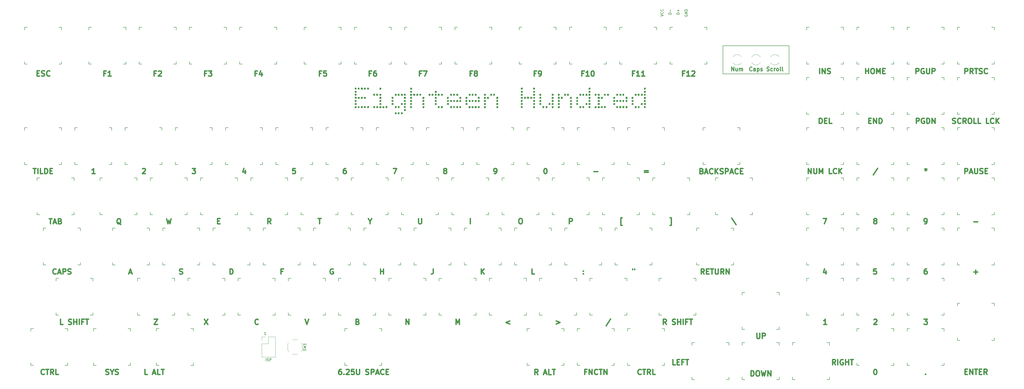
<source format=gbr>
G04 #@! TF.GenerationSoftware,KiCad,Pcbnew,(5.99.0-7511-ga134567838)*
G04 #@! TF.CreationDate,2021-01-29T23:07:12-08:00*
G04 #@! TF.ProjectId,gh80-1800,67683830-2d31-4383-9030-2e6b69636164,rev?*
G04 #@! TF.SameCoordinates,Original*
G04 #@! TF.FileFunction,Legend,Top*
G04 #@! TF.FilePolarity,Positive*
%FSLAX46Y46*%
G04 Gerber Fmt 4.6, Leading zero omitted, Abs format (unit mm)*
G04 Created by KiCad (PCBNEW (5.99.0-7511-ga134567838)) date 2021-01-29 23:07:12*
%MOMM*%
%LPD*%
G01*
G04 APERTURE LIST*
%ADD10C,0.200000*%
%ADD11C,0.150000*%
%ADD12C,0.500000*%
%ADD13C,0.300000*%
%ADD14C,0.120000*%
G04 APERTURE END LIST*
D10*
X292298683Y-9525008D02*
X267295537Y-9525008D01*
X267295536Y-20240642D02*
X267295536Y-9525008D01*
X292298682Y-9525008D02*
X292298682Y-20240642D01*
X267295537Y-20240642D02*
X292298683Y-20240642D01*
D11*
X252850314Y2133228D02*
X252802694Y2037990D01*
X252802694Y1895133D01*
X252850314Y1752276D01*
X252945552Y1657038D01*
X253040790Y1609419D01*
X253231266Y1561800D01*
X253374123Y1561800D01*
X253564599Y1609419D01*
X253659837Y1657038D01*
X253755075Y1752276D01*
X253802694Y1895133D01*
X253802694Y1990371D01*
X253755075Y2133228D01*
X253707456Y2180847D01*
X253374123Y2180847D01*
X253374123Y1990371D01*
X253802694Y2609419D02*
X252802694Y2609419D01*
X253802694Y3180847D01*
X252802694Y3180847D01*
X253802694Y3657038D02*
X252802694Y3657038D01*
X252802694Y3895133D01*
X252850314Y4037990D01*
X252945552Y4133228D01*
X253040790Y4180847D01*
X253231266Y4228466D01*
X253374123Y4228466D01*
X253564599Y4180847D01*
X253659837Y4133228D01*
X253755075Y4037990D01*
X253802694Y3895133D01*
X253802694Y3657038D01*
D12*
X197146885Y-134316318D02*
X196480218Y-133363937D01*
X196004028Y-134316318D02*
X196004028Y-132316318D01*
X196765933Y-132316318D01*
X196956409Y-132411557D01*
X197051647Y-132506795D01*
X197146885Y-132697271D01*
X197146885Y-132982985D01*
X197051647Y-133173461D01*
X196956409Y-133268699D01*
X196765933Y-133363937D01*
X196004028Y-133363937D01*
X199432599Y-133744890D02*
X200384980Y-133744890D01*
X199242123Y-134316318D02*
X199908790Y-132316318D01*
X200575456Y-134316318D01*
X202194504Y-134316318D02*
X201242123Y-134316318D01*
X201242123Y-132316318D01*
X202575456Y-132316318D02*
X203718314Y-132316318D01*
X203146885Y-134316318D02*
X203146885Y-132316318D01*
X362366409Y-95444414D02*
X363890218Y-95444414D01*
X363128314Y-96206318D02*
X363128314Y-94682509D01*
X42202123Y-95634890D02*
X43154504Y-95634890D01*
X42011647Y-96206318D02*
X42678314Y-94206318D01*
X43344980Y-96206318D01*
X237466409Y-56958699D02*
X238990218Y-56958699D01*
X238990218Y-57530128D02*
X237466409Y-57530128D01*
X247247361Y-77672985D02*
X247723552Y-77672985D01*
X247723552Y-74815842D01*
X247247361Y-74815842D01*
X108861647Y-113306318D02*
X109528314Y-115306318D01*
X110194980Y-113306318D01*
X114911647Y-20058699D02*
X114244980Y-20058699D01*
X114244980Y-21106318D02*
X114244980Y-19106318D01*
X115197361Y-19106318D01*
X116911647Y-19106318D02*
X115959266Y-19106318D01*
X115864028Y-20058699D01*
X115959266Y-19963461D01*
X116149742Y-19868223D01*
X116625933Y-19868223D01*
X116816409Y-19963461D01*
X116911647Y-20058699D01*
X117006885Y-20249176D01*
X117006885Y-20725366D01*
X116911647Y-20915842D01*
X116816409Y-21011080D01*
X116625933Y-21106318D01*
X116149742Y-21106318D01*
X115959266Y-21011080D01*
X115864028Y-20915842D01*
X209054504Y-77106318D02*
X209054504Y-75106318D01*
X209816409Y-75106318D01*
X210006885Y-75201557D01*
X210102123Y-75296795D01*
X210197361Y-75487271D01*
X210197361Y-75772985D01*
X210102123Y-75963461D01*
X210006885Y-76058699D01*
X209816409Y-76153937D01*
X209054504Y-76153937D01*
X49076885Y-134306318D02*
X48124504Y-134306318D01*
X48124504Y-132306318D01*
X51172123Y-133734890D02*
X52124504Y-133734890D01*
X50981647Y-134306318D02*
X51648314Y-132306318D01*
X52314980Y-134306318D01*
X53934028Y-134306318D02*
X52981647Y-134306318D01*
X52981647Y-132306318D01*
X54314980Y-132306318D02*
X55457837Y-132306318D01*
X54886409Y-134306318D02*
X54886409Y-132306318D01*
X214459266Y-20058699D02*
X213792599Y-20058699D01*
X213792599Y-21106318D02*
X213792599Y-19106318D01*
X214744980Y-19106318D01*
X216554504Y-21106318D02*
X215411647Y-21106318D01*
X215983075Y-21106318D02*
X215983075Y-19106318D01*
X215792599Y-19392033D01*
X215602123Y-19582509D01*
X215411647Y-19677747D01*
X217792599Y-19106318D02*
X217983075Y-19106318D01*
X218173552Y-19201557D01*
X218268790Y-19296795D01*
X218364028Y-19487271D01*
X218459266Y-19868223D01*
X218459266Y-20344414D01*
X218364028Y-20725366D01*
X218268790Y-20915842D01*
X218173552Y-21011080D01*
X217983075Y-21106318D01*
X217792599Y-21106318D01*
X217602123Y-21011080D01*
X217506885Y-20915842D01*
X217411647Y-20725366D01*
X217316409Y-20344414D01*
X217316409Y-19868223D01*
X217411647Y-19487271D01*
X217506885Y-19296795D01*
X217602123Y-19201557D01*
X217792599Y-19106318D01*
X47206885Y-56296795D02*
X47302123Y-56201557D01*
X47492599Y-56106318D01*
X47968790Y-56106318D01*
X48159266Y-56201557D01*
X48254504Y-56296795D01*
X48349742Y-56487271D01*
X48349742Y-56677747D01*
X48254504Y-56963461D01*
X47111647Y-58106318D01*
X48349742Y-58106318D01*
X277916409Y-134856318D02*
X277916409Y-132856318D01*
X278392599Y-132856318D01*
X278678314Y-132951557D01*
X278868790Y-133142033D01*
X278964028Y-133332509D01*
X279059266Y-133713461D01*
X279059266Y-133999176D01*
X278964028Y-134380128D01*
X278868790Y-134570604D01*
X278678314Y-134761080D01*
X278392599Y-134856318D01*
X277916409Y-134856318D01*
X280297361Y-132856318D02*
X280678314Y-132856318D01*
X280868790Y-132951557D01*
X281059266Y-133142033D01*
X281154504Y-133522985D01*
X281154504Y-134189652D01*
X281059266Y-134570604D01*
X280868790Y-134761080D01*
X280678314Y-134856318D01*
X280297361Y-134856318D01*
X280106885Y-134761080D01*
X279916409Y-134570604D01*
X279821171Y-134189652D01*
X279821171Y-133522985D01*
X279916409Y-133142033D01*
X280106885Y-132951557D01*
X280297361Y-132856318D01*
X281821171Y-132856318D02*
X282297361Y-134856318D01*
X282678314Y-133427747D01*
X283059266Y-134856318D01*
X283535456Y-132856318D01*
X284297361Y-134856318D02*
X284297361Y-132856318D01*
X285440218Y-134856318D01*
X285440218Y-132856318D01*
X252609266Y-20058699D02*
X251942599Y-20058699D01*
X251942599Y-21106318D02*
X251942599Y-19106318D01*
X252894980Y-19106318D01*
X254704504Y-21106318D02*
X253561647Y-21106318D01*
X254133075Y-21106318D02*
X254133075Y-19106318D01*
X253942599Y-19392033D01*
X253752123Y-19582509D01*
X253561647Y-19677747D01*
X255466409Y-19296795D02*
X255561647Y-19201557D01*
X255752123Y-19106318D01*
X256228314Y-19106318D01*
X256418790Y-19201557D01*
X256514028Y-19296795D01*
X256609266Y-19487271D01*
X256609266Y-19677747D01*
X256514028Y-19963461D01*
X255371171Y-21106318D01*
X256609266Y-21106318D01*
D11*
X250754694Y2418943D02*
X249754694Y2418943D01*
X249754694Y2657038D01*
X249802314Y2799895D01*
X249897552Y2895133D01*
X249992790Y2942752D01*
X250183266Y2990371D01*
X250326123Y2990371D01*
X250516599Y2942752D01*
X250611837Y2895133D01*
X250707075Y2799895D01*
X250754694Y2657038D01*
X250754694Y2418943D01*
X250373742Y3418943D02*
X250373742Y4180847D01*
X250754694Y3799895D02*
X249992790Y3799895D01*
D12*
X17090218Y-115306318D02*
X16137837Y-115306318D01*
X16137837Y-113306318D01*
X19185456Y-115211080D02*
X19471171Y-115306318D01*
X19947361Y-115306318D01*
X20137837Y-115211080D01*
X20233075Y-115115842D01*
X20328314Y-114925366D01*
X20328314Y-114734890D01*
X20233075Y-114544414D01*
X20137837Y-114449176D01*
X19947361Y-114353937D01*
X19566409Y-114258699D01*
X19375933Y-114163461D01*
X19280694Y-114068223D01*
X19185456Y-113877747D01*
X19185456Y-113687271D01*
X19280694Y-113496795D01*
X19375933Y-113401557D01*
X19566409Y-113306318D01*
X20042599Y-113306318D01*
X20328314Y-113401557D01*
X21185456Y-115306318D02*
X21185456Y-113306318D01*
X21185456Y-114258699D02*
X22328314Y-114258699D01*
X22328314Y-115306318D02*
X22328314Y-113306318D01*
X23280694Y-115306318D02*
X23280694Y-113306318D01*
X24899742Y-114258699D02*
X24233075Y-114258699D01*
X24233075Y-115306318D02*
X24233075Y-113306318D01*
X25185456Y-113306318D01*
X25661647Y-113306318D02*
X26804504Y-113306318D01*
X26233075Y-115306318D02*
X26233075Y-113306318D01*
X186540218Y-113972985D02*
X185016409Y-114544414D01*
X186540218Y-115115842D01*
X39040218Y-77346795D02*
X38849742Y-77251557D01*
X38659266Y-77061080D01*
X38373552Y-76775366D01*
X38183075Y-76680128D01*
X37992599Y-76680128D01*
X38087837Y-77156318D02*
X37897361Y-77061080D01*
X37706885Y-76870604D01*
X37611647Y-76489652D01*
X37611647Y-75822985D01*
X37706885Y-75442033D01*
X37897361Y-75251557D01*
X38087837Y-75156318D01*
X38468790Y-75156318D01*
X38659266Y-75251557D01*
X38849742Y-75442033D01*
X38944980Y-75822985D01*
X38944980Y-76489652D01*
X38849742Y-76870604D01*
X38659266Y-77061080D01*
X38468790Y-77156318D01*
X38087837Y-77156318D01*
X142261647Y-56106318D02*
X143594980Y-56106318D01*
X142737837Y-58106318D01*
X14487837Y-96015842D02*
X14392599Y-96111080D01*
X14106885Y-96206318D01*
X13916409Y-96206318D01*
X13630694Y-96111080D01*
X13440218Y-95920604D01*
X13344980Y-95730128D01*
X13249742Y-95349176D01*
X13249742Y-95063461D01*
X13344980Y-94682509D01*
X13440218Y-94492033D01*
X13630694Y-94301557D01*
X13916409Y-94206318D01*
X14106885Y-94206318D01*
X14392599Y-94301557D01*
X14487837Y-94396795D01*
X15249742Y-95634890D02*
X16202123Y-95634890D01*
X15059266Y-96206318D02*
X15725933Y-94206318D01*
X16392599Y-96206318D01*
X17059266Y-96206318D02*
X17059266Y-94206318D01*
X17821171Y-94206318D01*
X18011647Y-94301557D01*
X18106885Y-94396795D01*
X18202123Y-94587271D01*
X18202123Y-94872985D01*
X18106885Y-95063461D01*
X18011647Y-95158699D01*
X17821171Y-95253937D01*
X17059266Y-95253937D01*
X18964028Y-96111080D02*
X19249742Y-96206318D01*
X19725933Y-96206318D01*
X19916409Y-96111080D01*
X20011647Y-96015842D01*
X20106885Y-95825366D01*
X20106885Y-95634890D01*
X20011647Y-95444414D01*
X19916409Y-95349176D01*
X19725933Y-95253937D01*
X19344980Y-95158699D01*
X19154504Y-95063461D01*
X19059266Y-94968223D01*
X18964028Y-94777747D01*
X18964028Y-94587271D01*
X19059266Y-94396795D01*
X19154504Y-94301557D01*
X19344980Y-94206318D01*
X19821171Y-94206318D01*
X20106885Y-94301557D01*
X128821171Y-114258699D02*
X129106885Y-114353937D01*
X129202123Y-114449176D01*
X129297361Y-114639652D01*
X129297361Y-114925366D01*
X129202123Y-115115842D01*
X129106885Y-115211080D01*
X128916409Y-115306318D01*
X128154504Y-115306318D01*
X128154504Y-113306318D01*
X128821171Y-113306318D01*
X129011647Y-113401557D01*
X129106885Y-113496795D01*
X129202123Y-113687271D01*
X129202123Y-113877747D01*
X129106885Y-114068223D01*
X129011647Y-114163461D01*
X128821171Y-114258699D01*
X128154504Y-114258699D01*
X56371171Y-75156318D02*
X56847361Y-77156318D01*
X57228314Y-75727747D01*
X57609266Y-77156318D01*
X58085456Y-75156318D01*
X344078314Y-134115842D02*
X344173552Y-134211080D01*
X344078314Y-134306318D01*
X343983075Y-134211080D01*
X344078314Y-134115842D01*
X344078314Y-134306318D01*
X305261647Y-75106318D02*
X306594980Y-75106318D01*
X305737837Y-77106318D01*
X236275933Y-134115842D02*
X236180694Y-134211080D01*
X235894980Y-134306318D01*
X235704504Y-134306318D01*
X235418790Y-134211080D01*
X235228314Y-134020604D01*
X235133075Y-133830128D01*
X235037837Y-133449176D01*
X235037837Y-133163461D01*
X235133075Y-132782509D01*
X235228314Y-132592033D01*
X235418790Y-132401557D01*
X235704504Y-132306318D01*
X235894980Y-132306318D01*
X236180694Y-132401557D01*
X236275933Y-132496795D01*
X236847361Y-132306318D02*
X237990218Y-132306318D01*
X237418790Y-134306318D02*
X237418790Y-132306318D01*
X239799742Y-134306318D02*
X239133075Y-133353937D01*
X238656885Y-134306318D02*
X238656885Y-132306318D01*
X239418790Y-132306318D01*
X239609266Y-132401557D01*
X239704504Y-132496795D01*
X239799742Y-132687271D01*
X239799742Y-132972985D01*
X239704504Y-133163461D01*
X239609266Y-133258699D01*
X239418790Y-133353937D01*
X238656885Y-133353937D01*
X241609266Y-134306318D02*
X240656885Y-134306318D01*
X240656885Y-132306318D01*
X321361647Y-20156318D02*
X321361647Y-18156318D01*
X321361647Y-19108699D02*
X322504504Y-19108699D01*
X322504504Y-20156318D02*
X322504504Y-18156318D01*
X323837837Y-18156318D02*
X324218790Y-18156318D01*
X324409266Y-18251557D01*
X324599742Y-18442033D01*
X324694980Y-18822985D01*
X324694980Y-19489652D01*
X324599742Y-19870604D01*
X324409266Y-20061080D01*
X324218790Y-20156318D01*
X323837837Y-20156318D01*
X323647361Y-20061080D01*
X323456885Y-19870604D01*
X323361647Y-19489652D01*
X323361647Y-18822985D01*
X323456885Y-18442033D01*
X323647361Y-18251557D01*
X323837837Y-18156318D01*
X325552123Y-20156318D02*
X325552123Y-18156318D01*
X326218790Y-19584890D01*
X326885456Y-18156318D01*
X326885456Y-20156318D01*
X327837837Y-19108699D02*
X328504504Y-19108699D01*
X328790218Y-20156318D02*
X327837837Y-20156318D01*
X327837837Y-18156318D01*
X328790218Y-18156318D01*
X215506885Y-133258699D02*
X214840218Y-133258699D01*
X214840218Y-134306318D02*
X214840218Y-132306318D01*
X215792599Y-132306318D01*
X216554504Y-134306318D02*
X216554504Y-132306318D01*
X217697361Y-134306318D01*
X217697361Y-132306318D01*
X219792599Y-134115842D02*
X219697361Y-134211080D01*
X219411647Y-134306318D01*
X219221171Y-134306318D01*
X218935456Y-134211080D01*
X218744980Y-134020604D01*
X218649742Y-133830128D01*
X218554504Y-133449176D01*
X218554504Y-133163461D01*
X218649742Y-132782509D01*
X218744980Y-132592033D01*
X218935456Y-132401557D01*
X219221171Y-132306318D01*
X219411647Y-132306318D01*
X219697361Y-132401557D01*
X219792599Y-132496795D01*
X220364028Y-132306318D02*
X221506885Y-132306318D01*
X220935456Y-134306318D02*
X220935456Y-132306318D01*
X222173552Y-134306318D02*
X222173552Y-132306318D01*
X223316409Y-134306318D01*
X223316409Y-132306318D01*
X133861647Y-20058699D02*
X133194980Y-20058699D01*
X133194980Y-21106318D02*
X133194980Y-19106318D01*
X134147361Y-19106318D01*
X135766409Y-19106318D02*
X135385456Y-19106318D01*
X135194980Y-19201557D01*
X135099742Y-19296795D01*
X134909266Y-19582509D01*
X134814028Y-19963461D01*
X134814028Y-20725366D01*
X134909266Y-20915842D01*
X135004504Y-21011080D01*
X135194980Y-21106318D01*
X135575933Y-21106318D01*
X135766409Y-21011080D01*
X135861647Y-20915842D01*
X135956885Y-20725366D01*
X135956885Y-20249176D01*
X135861647Y-20058699D01*
X135766409Y-19963461D01*
X135575933Y-19868223D01*
X135194980Y-19868223D01*
X135004504Y-19963461D01*
X134909266Y-20058699D01*
X134814028Y-20249176D01*
D13*
X283940866Y-19061845D02*
X284155151Y-19133274D01*
X284512294Y-19133274D01*
X284655151Y-19061845D01*
X284726580Y-18990417D01*
X284798008Y-18847560D01*
X284798008Y-18704703D01*
X284726580Y-18561845D01*
X284655151Y-18490417D01*
X284512294Y-18418988D01*
X284226580Y-18347560D01*
X284083723Y-18276131D01*
X284012294Y-18204703D01*
X283940866Y-18061845D01*
X283940866Y-17918988D01*
X284012294Y-17776131D01*
X284083723Y-17704703D01*
X284226580Y-17633274D01*
X284583723Y-17633274D01*
X284798008Y-17704703D01*
X286083723Y-19061845D02*
X285940866Y-19133274D01*
X285655151Y-19133274D01*
X285512294Y-19061845D01*
X285440866Y-18990417D01*
X285369437Y-18847560D01*
X285369437Y-18418988D01*
X285440866Y-18276131D01*
X285512294Y-18204703D01*
X285655151Y-18133274D01*
X285940866Y-18133274D01*
X286083723Y-18204703D01*
X286726580Y-19133274D02*
X286726580Y-18133274D01*
X286726580Y-18418988D02*
X286798008Y-18276131D01*
X286869437Y-18204703D01*
X287012294Y-18133274D01*
X287155151Y-18133274D01*
X287869437Y-19133274D02*
X287726580Y-19061845D01*
X287655151Y-18990417D01*
X287583723Y-18847560D01*
X287583723Y-18418988D01*
X287655151Y-18276131D01*
X287726580Y-18204703D01*
X287869437Y-18133274D01*
X288083723Y-18133274D01*
X288226580Y-18204703D01*
X288298008Y-18276131D01*
X288369437Y-18418988D01*
X288369437Y-18847560D01*
X288298008Y-18990417D01*
X288226580Y-19061845D01*
X288083723Y-19133274D01*
X287869437Y-19133274D01*
X289226580Y-19133274D02*
X289083723Y-19061845D01*
X289012294Y-18918988D01*
X289012294Y-17633274D01*
X290012294Y-19133274D02*
X289869437Y-19061845D01*
X289798008Y-18918988D01*
X289798008Y-17633274D01*
D12*
X195847361Y-96206318D02*
X194894980Y-96206318D01*
X194894980Y-94206318D01*
X7247361Y-20008699D02*
X7914028Y-20008699D01*
X8199742Y-21056318D02*
X7247361Y-21056318D01*
X7247361Y-19056318D01*
X8199742Y-19056318D01*
X8961647Y-20961080D02*
X9247361Y-21056318D01*
X9723552Y-21056318D01*
X9914028Y-20961080D01*
X10009266Y-20865842D01*
X10104504Y-20675366D01*
X10104504Y-20484890D01*
X10009266Y-20294414D01*
X9914028Y-20199176D01*
X9723552Y-20103937D01*
X9342599Y-20008699D01*
X9152123Y-19913461D01*
X9056885Y-19818223D01*
X8961647Y-19627747D01*
X8961647Y-19437271D01*
X9056885Y-19246795D01*
X9152123Y-19151557D01*
X9342599Y-19056318D01*
X9818790Y-19056318D01*
X10104504Y-19151557D01*
X12104504Y-20865842D02*
X12009266Y-20961080D01*
X11723552Y-21056318D01*
X11533075Y-21056318D01*
X11247361Y-20961080D01*
X11056885Y-20770604D01*
X10961647Y-20580128D01*
X10866409Y-20199176D01*
X10866409Y-19913461D01*
X10961647Y-19532509D01*
X11056885Y-19342033D01*
X11247361Y-19151557D01*
X11533075Y-19056318D01*
X11723552Y-19056318D01*
X12009266Y-19151557D01*
X12104504Y-19246795D01*
X171528314Y-77106318D02*
X171528314Y-75106318D01*
X303928314Y-20156318D02*
X303928314Y-18156318D01*
X304880694Y-20156318D02*
X304880694Y-18156318D01*
X306023552Y-20156318D01*
X306023552Y-18156318D01*
X306880694Y-20061080D02*
X307166409Y-20156318D01*
X307642599Y-20156318D01*
X307833075Y-20061080D01*
X307928314Y-19965842D01*
X308023552Y-19775366D01*
X308023552Y-19584890D01*
X307928314Y-19394414D01*
X307833075Y-19299176D01*
X307642599Y-19203937D01*
X307261647Y-19108699D01*
X307071171Y-19013461D01*
X306975933Y-18918223D01*
X306880694Y-18727747D01*
X306880694Y-18537271D01*
X306975933Y-18346795D01*
X307071171Y-18251557D01*
X307261647Y-18156318D01*
X307737837Y-18156318D01*
X308023552Y-18251557D01*
X172061647Y-20058699D02*
X171394980Y-20058699D01*
X171394980Y-21106318D02*
X171394980Y-19106318D01*
X172347361Y-19106318D01*
X173394980Y-19963461D02*
X173204504Y-19868223D01*
X173109266Y-19772985D01*
X173014028Y-19582509D01*
X173014028Y-19487271D01*
X173109266Y-19296795D01*
X173204504Y-19201557D01*
X173394980Y-19106318D01*
X173775933Y-19106318D01*
X173966409Y-19201557D01*
X174061647Y-19296795D01*
X174156885Y-19487271D01*
X174156885Y-19582509D01*
X174061647Y-19772985D01*
X173966409Y-19868223D01*
X173775933Y-19963461D01*
X173394980Y-19963461D01*
X173204504Y-20058699D01*
X173109266Y-20153937D01*
X173014028Y-20344414D01*
X173014028Y-20725366D01*
X173109266Y-20915842D01*
X173204504Y-21011080D01*
X173394980Y-21106318D01*
X173775933Y-21106318D01*
X173966409Y-21011080D01*
X174061647Y-20915842D01*
X174156885Y-20725366D01*
X174156885Y-20344414D01*
X174061647Y-20153937D01*
X173966409Y-20058699D01*
X173775933Y-19963461D01*
X152911647Y-20058699D02*
X152244980Y-20058699D01*
X152244980Y-21106318D02*
X152244980Y-19106318D01*
X153197361Y-19106318D01*
X153768790Y-19106318D02*
X155102123Y-19106318D01*
X154244980Y-21106318D01*
X133478314Y-76153937D02*
X133478314Y-77106318D01*
X132811647Y-75106318D02*
X133478314Y-76153937D01*
X134144980Y-75106318D01*
X157464028Y-94206318D02*
X157464028Y-95634890D01*
X157368790Y-95920604D01*
X157178314Y-96111080D01*
X156892599Y-96206318D01*
X156702123Y-96206318D01*
X343697361Y-77106318D02*
X344078314Y-77106318D01*
X344268790Y-77011080D01*
X344364028Y-76915842D01*
X344554504Y-76630128D01*
X344649742Y-76249176D01*
X344649742Y-75487271D01*
X344554504Y-75296795D01*
X344459266Y-75201557D01*
X344268790Y-75106318D01*
X343887837Y-75106318D01*
X343697361Y-75201557D01*
X343602123Y-75296795D01*
X343506885Y-75487271D01*
X343506885Y-75963461D01*
X343602123Y-76153937D01*
X343697361Y-76249176D01*
X343887837Y-76344414D01*
X344268790Y-76344414D01*
X344459266Y-76249176D01*
X344554504Y-76153937D01*
X344649742Y-75963461D01*
X259249742Y-57108699D02*
X259535456Y-57203937D01*
X259630694Y-57299176D01*
X259725933Y-57489652D01*
X259725933Y-57775366D01*
X259630694Y-57965842D01*
X259535456Y-58061080D01*
X259344980Y-58156318D01*
X258583075Y-58156318D01*
X258583075Y-56156318D01*
X259249742Y-56156318D01*
X259440218Y-56251557D01*
X259535456Y-56346795D01*
X259630694Y-56537271D01*
X259630694Y-56727747D01*
X259535456Y-56918223D01*
X259440218Y-57013461D01*
X259249742Y-57108699D01*
X258583075Y-57108699D01*
X260487837Y-57584890D02*
X261440218Y-57584890D01*
X260297361Y-58156318D02*
X260964028Y-56156318D01*
X261630694Y-58156318D01*
X263440218Y-57965842D02*
X263344980Y-58061080D01*
X263059266Y-58156318D01*
X262868790Y-58156318D01*
X262583075Y-58061080D01*
X262392599Y-57870604D01*
X262297361Y-57680128D01*
X262202123Y-57299176D01*
X262202123Y-57013461D01*
X262297361Y-56632509D01*
X262392599Y-56442033D01*
X262583075Y-56251557D01*
X262868790Y-56156318D01*
X263059266Y-56156318D01*
X263344980Y-56251557D01*
X263440218Y-56346795D01*
X264297361Y-58156318D02*
X264297361Y-56156318D01*
X265440218Y-58156318D02*
X264583075Y-57013461D01*
X265440218Y-56156318D02*
X264297361Y-57299176D01*
X266202123Y-58061080D02*
X266487837Y-58156318D01*
X266964028Y-58156318D01*
X267154504Y-58061080D01*
X267249742Y-57965842D01*
X267344980Y-57775366D01*
X267344980Y-57584890D01*
X267249742Y-57394414D01*
X267154504Y-57299176D01*
X266964028Y-57203937D01*
X266583075Y-57108699D01*
X266392599Y-57013461D01*
X266297361Y-56918223D01*
X266202123Y-56727747D01*
X266202123Y-56537271D01*
X266297361Y-56346795D01*
X266392599Y-56251557D01*
X266583075Y-56156318D01*
X267059266Y-56156318D01*
X267344980Y-56251557D01*
X268202123Y-58156318D02*
X268202123Y-56156318D01*
X268964028Y-56156318D01*
X269154504Y-56251557D01*
X269249742Y-56346795D01*
X269344980Y-56537271D01*
X269344980Y-56822985D01*
X269249742Y-57013461D01*
X269154504Y-57108699D01*
X268964028Y-57203937D01*
X268202123Y-57203937D01*
X270106885Y-57584890D02*
X271059266Y-57584890D01*
X269916409Y-58156318D02*
X270583075Y-56156318D01*
X271249742Y-58156318D01*
X273059266Y-57965842D02*
X272964028Y-58061080D01*
X272678314Y-58156318D01*
X272487837Y-58156318D01*
X272202123Y-58061080D01*
X272011647Y-57870604D01*
X271916409Y-57680128D01*
X271821171Y-57299176D01*
X271821171Y-57013461D01*
X271916409Y-56632509D01*
X272011647Y-56442033D01*
X272202123Y-56251557D01*
X272487837Y-56156318D01*
X272678314Y-56156318D01*
X272964028Y-56251557D01*
X273059266Y-56346795D01*
X273916409Y-57108699D02*
X274583075Y-57108699D01*
X274868790Y-58156318D02*
X273916409Y-58156318D01*
X273916409Y-56156318D01*
X274868790Y-56156318D01*
X124309266Y-56106318D02*
X123928314Y-56106318D01*
X123737837Y-56201557D01*
X123642599Y-56296795D01*
X123452123Y-56582509D01*
X123356885Y-56963461D01*
X123356885Y-57725366D01*
X123452123Y-57915842D01*
X123547361Y-58011080D01*
X123737837Y-58106318D01*
X124118790Y-58106318D01*
X124309266Y-58011080D01*
X124404504Y-57915842D01*
X124499742Y-57725366D01*
X124499742Y-57249176D01*
X124404504Y-57058699D01*
X124309266Y-56963461D01*
X124118790Y-56868223D01*
X123737837Y-56868223D01*
X123547361Y-56963461D01*
X123452123Y-57058699D01*
X123356885Y-57249176D01*
X233047361Y-94206318D02*
X233047361Y-94587271D01*
X233809266Y-94206318D02*
X233809266Y-94587271D01*
X95897361Y-77106318D02*
X95230694Y-76153937D01*
X94754504Y-77106318D02*
X94754504Y-75106318D01*
X95516409Y-75106318D01*
X95706885Y-75201557D01*
X95802123Y-75296795D01*
X95897361Y-75487271D01*
X95897361Y-75772985D01*
X95802123Y-75963461D01*
X95706885Y-76058699D01*
X95516409Y-76153937D01*
X94754504Y-76153937D01*
X80404504Y-96206318D02*
X80404504Y-94206318D01*
X80880694Y-94206318D01*
X81166409Y-94301557D01*
X81356885Y-94492033D01*
X81452123Y-94682509D01*
X81547361Y-95063461D01*
X81547361Y-95349176D01*
X81452123Y-95730128D01*
X81356885Y-95920604D01*
X81166409Y-96111080D01*
X80880694Y-96206318D01*
X80404504Y-96206318D01*
X358942599Y-58106318D02*
X358942599Y-56106318D01*
X359704504Y-56106318D01*
X359894980Y-56201557D01*
X359990218Y-56296795D01*
X360085456Y-56487271D01*
X360085456Y-56772985D01*
X359990218Y-56963461D01*
X359894980Y-57058699D01*
X359704504Y-57153937D01*
X358942599Y-57153937D01*
X360847361Y-57534890D02*
X361799742Y-57534890D01*
X360656885Y-58106318D02*
X361323552Y-56106318D01*
X361990218Y-58106318D01*
X362656885Y-56106318D02*
X362656885Y-57725366D01*
X362752123Y-57915842D01*
X362847361Y-58011080D01*
X363037837Y-58106318D01*
X363418790Y-58106318D01*
X363609266Y-58011080D01*
X363704504Y-57915842D01*
X363799742Y-57725366D01*
X363799742Y-56106318D01*
X364656885Y-58011080D02*
X364942599Y-58106318D01*
X365418790Y-58106318D01*
X365609266Y-58011080D01*
X365704504Y-57915842D01*
X365799742Y-57725366D01*
X365799742Y-57534890D01*
X365704504Y-57344414D01*
X365609266Y-57249176D01*
X365418790Y-57153937D01*
X365037837Y-57058699D01*
X364847361Y-56963461D01*
X364752123Y-56868223D01*
X364656885Y-56677747D01*
X364656885Y-56487271D01*
X364752123Y-56296795D01*
X364847361Y-56201557D01*
X365037837Y-56106318D01*
X365514028Y-56106318D01*
X365799742Y-56201557D01*
X366656885Y-57058699D02*
X367323552Y-57058699D01*
X367609266Y-58106318D02*
X366656885Y-58106318D01*
X366656885Y-56106318D01*
X367609266Y-56106318D01*
X10025933Y-134115842D02*
X9930694Y-134211080D01*
X9644980Y-134306318D01*
X9454504Y-134306318D01*
X9168790Y-134211080D01*
X8978314Y-134020604D01*
X8883075Y-133830128D01*
X8787837Y-133449176D01*
X8787837Y-133163461D01*
X8883075Y-132782509D01*
X8978314Y-132592033D01*
X9168790Y-132401557D01*
X9454504Y-132306318D01*
X9644980Y-132306318D01*
X9930694Y-132401557D01*
X10025933Y-132496795D01*
X10597361Y-132306318D02*
X11740218Y-132306318D01*
X11168790Y-134306318D02*
X11168790Y-132306318D01*
X13549742Y-134306318D02*
X12883075Y-133353937D01*
X12406885Y-134306318D02*
X12406885Y-132306318D01*
X13168790Y-132306318D01*
X13359266Y-132401557D01*
X13454504Y-132496795D01*
X13549742Y-132687271D01*
X13549742Y-132972985D01*
X13454504Y-133163461D01*
X13359266Y-133258699D01*
X13168790Y-133353937D01*
X12406885Y-133353937D01*
X15359266Y-134306318D02*
X14406885Y-134306318D01*
X14406885Y-132306318D01*
X354318790Y-38961080D02*
X354604504Y-39056318D01*
X355080694Y-39056318D01*
X355271171Y-38961080D01*
X355366409Y-38865842D01*
X355461647Y-38675366D01*
X355461647Y-38484890D01*
X355366409Y-38294414D01*
X355271171Y-38199176D01*
X355080694Y-38103937D01*
X354699742Y-38008699D01*
X354509266Y-37913461D01*
X354414028Y-37818223D01*
X354318790Y-37627747D01*
X354318790Y-37437271D01*
X354414028Y-37246795D01*
X354509266Y-37151557D01*
X354699742Y-37056318D01*
X355175933Y-37056318D01*
X355461647Y-37151557D01*
X357461647Y-38865842D02*
X357366409Y-38961080D01*
X357080694Y-39056318D01*
X356890218Y-39056318D01*
X356604504Y-38961080D01*
X356414028Y-38770604D01*
X356318790Y-38580128D01*
X356223552Y-38199176D01*
X356223552Y-37913461D01*
X356318790Y-37532509D01*
X356414028Y-37342033D01*
X356604504Y-37151557D01*
X356890218Y-37056318D01*
X357080694Y-37056318D01*
X357366409Y-37151557D01*
X357461647Y-37246795D01*
X359461647Y-39056318D02*
X358794980Y-38103937D01*
X358318790Y-39056318D02*
X358318790Y-37056318D01*
X359080694Y-37056318D01*
X359271171Y-37151557D01*
X359366409Y-37246795D01*
X359461647Y-37437271D01*
X359461647Y-37722985D01*
X359366409Y-37913461D01*
X359271171Y-38008699D01*
X359080694Y-38103937D01*
X358318790Y-38103937D01*
X360699742Y-37056318D02*
X361080694Y-37056318D01*
X361271171Y-37151557D01*
X361461647Y-37342033D01*
X361556885Y-37722985D01*
X361556885Y-38389652D01*
X361461647Y-38770604D01*
X361271171Y-38961080D01*
X361080694Y-39056318D01*
X360699742Y-39056318D01*
X360509266Y-38961080D01*
X360318790Y-38770604D01*
X360223552Y-38389652D01*
X360223552Y-37722985D01*
X360318790Y-37342033D01*
X360509266Y-37151557D01*
X360699742Y-37056318D01*
X363366409Y-39056318D02*
X362414028Y-39056318D01*
X362414028Y-37056318D01*
X364985456Y-39056318D02*
X364033075Y-39056318D01*
X364033075Y-37056318D01*
X368128314Y-39056318D02*
X367175933Y-39056318D01*
X367175933Y-37056318D01*
X369937837Y-38865842D02*
X369842599Y-38961080D01*
X369556885Y-39056318D01*
X369366409Y-39056318D01*
X369080694Y-38961080D01*
X368890218Y-38770604D01*
X368794980Y-38580128D01*
X368699742Y-38199176D01*
X368699742Y-37913461D01*
X368794980Y-37532509D01*
X368890218Y-37342033D01*
X369080694Y-37151557D01*
X369366409Y-37056318D01*
X369556885Y-37056318D01*
X369842599Y-37151557D01*
X369937837Y-37246795D01*
X370794980Y-39056318D02*
X370794980Y-37056318D01*
X371937837Y-39056318D02*
X371080694Y-37913461D01*
X371937837Y-37056318D02*
X370794980Y-38199176D01*
X325935456Y-56011080D02*
X324221171Y-58582509D01*
X180597361Y-58106318D02*
X180978314Y-58106318D01*
X181168790Y-58011080D01*
X181264028Y-57915842D01*
X181454504Y-57630128D01*
X181549742Y-57249176D01*
X181549742Y-56487271D01*
X181454504Y-56296795D01*
X181359266Y-56201557D01*
X181168790Y-56106318D01*
X180787837Y-56106318D01*
X180597361Y-56201557D01*
X180502123Y-56296795D01*
X180406885Y-56487271D01*
X180406885Y-56963461D01*
X180502123Y-57153937D01*
X180597361Y-57249176D01*
X180787837Y-57344414D01*
X181168790Y-57344414D01*
X181359266Y-57249176D01*
X181454504Y-57153937D01*
X181549742Y-56963461D01*
X119502123Y-94301557D02*
X119311647Y-94206318D01*
X119025933Y-94206318D01*
X118740218Y-94301557D01*
X118549742Y-94492033D01*
X118454504Y-94682509D01*
X118359266Y-95063461D01*
X118359266Y-95349176D01*
X118454504Y-95730128D01*
X118549742Y-95920604D01*
X118740218Y-96111080D01*
X119025933Y-96206318D01*
X119216409Y-96206318D01*
X119502123Y-96111080D01*
X119597361Y-96015842D01*
X119597361Y-95349176D01*
X119216409Y-95349176D01*
X91097361Y-115115842D02*
X91002123Y-115211080D01*
X90716409Y-115306318D01*
X90525933Y-115306318D01*
X90240218Y-115211080D01*
X90049742Y-115020604D01*
X89954504Y-114830128D01*
X89859266Y-114449176D01*
X89859266Y-114163461D01*
X89954504Y-113782509D01*
X90049742Y-113592033D01*
X90240218Y-113401557D01*
X90525933Y-113306318D01*
X90716409Y-113306318D01*
X91002123Y-113401557D01*
X91097361Y-113496795D01*
X66061647Y-56106318D02*
X67299742Y-56106318D01*
X66633075Y-56868223D01*
X66918790Y-56868223D01*
X67109266Y-56963461D01*
X67204504Y-57058699D01*
X67299742Y-57249176D01*
X67299742Y-57725366D01*
X67204504Y-57915842D01*
X67109266Y-58011080D01*
X66918790Y-58106318D01*
X66347361Y-58106318D01*
X66156885Y-58011080D01*
X66061647Y-57915842D01*
D11*
X247706694Y2418943D02*
X246706694Y2418943D01*
X246706694Y2657038D01*
X246754314Y2799895D01*
X246849552Y2895133D01*
X246944790Y2942752D01*
X247135266Y2990371D01*
X247278123Y2990371D01*
X247468599Y2942752D01*
X247563837Y2895133D01*
X247659075Y2799895D01*
X247706694Y2657038D01*
X247706694Y2418943D01*
X247325742Y3418943D02*
X247325742Y4180847D01*
D12*
X113806885Y-75106318D02*
X114949742Y-75106318D01*
X114378314Y-77106318D02*
X114378314Y-75106318D01*
X161787837Y-56963461D02*
X161597361Y-56868223D01*
X161502123Y-56772985D01*
X161406885Y-56582509D01*
X161406885Y-56487271D01*
X161502123Y-56296795D01*
X161597361Y-56201557D01*
X161787837Y-56106318D01*
X162168790Y-56106318D01*
X162359266Y-56201557D01*
X162454504Y-56296795D01*
X162549742Y-56487271D01*
X162549742Y-56582509D01*
X162454504Y-56772985D01*
X162359266Y-56868223D01*
X162168790Y-56963461D01*
X161787837Y-56963461D01*
X161597361Y-57058699D01*
X161502123Y-57153937D01*
X161406885Y-57344414D01*
X161406885Y-57725366D01*
X161502123Y-57915842D01*
X161597361Y-58011080D01*
X161787837Y-58106318D01*
X162168790Y-58106318D01*
X162359266Y-58011080D01*
X162454504Y-57915842D01*
X162549742Y-57725366D01*
X162549742Y-57344414D01*
X162454504Y-57153937D01*
X162359266Y-57058699D01*
X162168790Y-56963461D01*
D13*
X270546211Y-19133274D02*
X270546211Y-17633274D01*
X271403354Y-19133274D01*
X271403354Y-17633274D01*
X272760496Y-18133274D02*
X272760496Y-19133274D01*
X272117639Y-18133274D02*
X272117639Y-18918988D01*
X272189068Y-19061845D01*
X272331925Y-19133274D01*
X272546211Y-19133274D01*
X272689068Y-19061845D01*
X272760496Y-18990417D01*
X273474782Y-19133274D02*
X273474782Y-18133274D01*
X273474782Y-18276131D02*
X273546211Y-18204703D01*
X273689068Y-18133274D01*
X273903354Y-18133274D01*
X274046211Y-18204703D01*
X274117639Y-18347560D01*
X274117639Y-19133274D01*
X274117639Y-18347560D02*
X274189068Y-18204703D01*
X274331925Y-18133274D01*
X274546211Y-18133274D01*
X274689068Y-18204703D01*
X274760496Y-18347560D01*
X274760496Y-19133274D01*
D12*
X270571171Y-74915842D02*
X272285456Y-77487271D01*
D11*
X243658694Y1657038D02*
X244658694Y1990371D01*
X243658694Y2323704D01*
X244563456Y3228466D02*
X244611075Y3180847D01*
X244658694Y3037990D01*
X244658694Y2942752D01*
X244611075Y2799895D01*
X244515837Y2704657D01*
X244420599Y2657038D01*
X244230123Y2609419D01*
X244087266Y2609419D01*
X243896790Y2657038D01*
X243801552Y2704657D01*
X243706314Y2799895D01*
X243658694Y2942752D01*
X243658694Y3037990D01*
X243706314Y3180847D01*
X243753933Y3228466D01*
X244563456Y4228466D02*
X244611075Y4180847D01*
X244658694Y4037990D01*
X244658694Y3942752D01*
X244611075Y3799895D01*
X244515837Y3704657D01*
X244420599Y3657038D01*
X244230123Y3609419D01*
X244087266Y3609419D01*
X243896790Y3657038D01*
X243801552Y3704657D01*
X243706314Y3799895D01*
X243658694Y3942752D01*
X243658694Y4037990D01*
X243706314Y4180847D01*
X243753933Y4228466D01*
D12*
X322552123Y-38008699D02*
X323218790Y-38008699D01*
X323504504Y-39056318D02*
X322552123Y-39056318D01*
X322552123Y-37056318D01*
X323504504Y-37056318D01*
X324361647Y-39056318D02*
X324361647Y-37056318D01*
X325504504Y-39056318D01*
X325504504Y-37056318D01*
X326456885Y-39056318D02*
X326456885Y-37056318D01*
X326933075Y-37056318D01*
X327218790Y-37151557D01*
X327409266Y-37342033D01*
X327504504Y-37532509D01*
X327599742Y-37913461D01*
X327599742Y-38199176D01*
X327504504Y-38580128D01*
X327409266Y-38770604D01*
X327218790Y-38961080D01*
X326933075Y-39056318D01*
X326456885Y-39056318D01*
X61306885Y-96111080D02*
X61592599Y-96206318D01*
X62068790Y-96206318D01*
X62259266Y-96111080D01*
X62354504Y-96015842D01*
X62449742Y-95825366D01*
X62449742Y-95634890D01*
X62354504Y-95444414D01*
X62259266Y-95349176D01*
X62068790Y-95253937D01*
X61687837Y-95158699D01*
X61497361Y-95063461D01*
X61402123Y-94968223D01*
X61306885Y-94777747D01*
X61306885Y-94587271D01*
X61402123Y-94396795D01*
X61497361Y-94301557D01*
X61687837Y-94206318D01*
X62164028Y-94206318D01*
X62449742Y-94301557D01*
X325404504Y-94206318D02*
X324452123Y-94206318D01*
X324356885Y-95158699D01*
X324452123Y-95063461D01*
X324642599Y-94968223D01*
X325118790Y-94968223D01*
X325309266Y-95063461D01*
X325404504Y-95158699D01*
X325499742Y-95349176D01*
X325499742Y-95825366D01*
X325404504Y-96015842D01*
X325309266Y-96111080D01*
X325118790Y-96206318D01*
X324642599Y-96206318D01*
X324452123Y-96111080D01*
X324356885Y-96015842D01*
X90561647Y-20058699D02*
X89894980Y-20058699D01*
X89894980Y-21106318D02*
X89894980Y-19106318D01*
X90847361Y-19106318D01*
X92466409Y-19772985D02*
X92466409Y-21106318D01*
X91990218Y-19011080D02*
X91514028Y-20439652D01*
X92752123Y-20439652D01*
D13*
X278297110Y-18990417D02*
X278225681Y-19061845D01*
X278011395Y-19133274D01*
X277868538Y-19133274D01*
X277654252Y-19061845D01*
X277511395Y-18918988D01*
X277439967Y-18776131D01*
X277368538Y-18490417D01*
X277368538Y-18276131D01*
X277439967Y-17990417D01*
X277511395Y-17847560D01*
X277654252Y-17704703D01*
X277868538Y-17633274D01*
X278011395Y-17633274D01*
X278225681Y-17704703D01*
X278297110Y-17776131D01*
X279582824Y-19133274D02*
X279582824Y-18347560D01*
X279511395Y-18204703D01*
X279368538Y-18133274D01*
X279082824Y-18133274D01*
X278939967Y-18204703D01*
X279582824Y-19061845D02*
X279439967Y-19133274D01*
X279082824Y-19133274D01*
X278939967Y-19061845D01*
X278868538Y-18918988D01*
X278868538Y-18776131D01*
X278939967Y-18633274D01*
X279082824Y-18561845D01*
X279439967Y-18561845D01*
X279582824Y-18490417D01*
X280297110Y-18133274D02*
X280297110Y-19633274D01*
X280297110Y-18204703D02*
X280439967Y-18133274D01*
X280725681Y-18133274D01*
X280868538Y-18204703D01*
X280939967Y-18276131D01*
X281011395Y-18418988D01*
X281011395Y-18847560D01*
X280939967Y-18990417D01*
X280868538Y-19061845D01*
X280725681Y-19133274D01*
X280439967Y-19133274D01*
X280297110Y-19061845D01*
X281582824Y-19061845D02*
X281725681Y-19133274D01*
X282011395Y-19133274D01*
X282154252Y-19061845D01*
X282225681Y-18918988D01*
X282225681Y-18847560D01*
X282154252Y-18704703D01*
X282011395Y-18633274D01*
X281797110Y-18633274D01*
X281654252Y-18561845D01*
X281582824Y-18418988D01*
X281582824Y-18347560D01*
X281654252Y-18204703D01*
X281797110Y-18133274D01*
X282011395Y-18133274D01*
X282154252Y-18204703D01*
D12*
X33297361Y-134211080D02*
X33583075Y-134306318D01*
X34059266Y-134306318D01*
X34249742Y-134211080D01*
X34344980Y-134115842D01*
X34440218Y-133925366D01*
X34440218Y-133734890D01*
X34344980Y-133544414D01*
X34249742Y-133449176D01*
X34059266Y-133353937D01*
X33678314Y-133258699D01*
X33487837Y-133163461D01*
X33392599Y-133068223D01*
X33297361Y-132877747D01*
X33297361Y-132687271D01*
X33392599Y-132496795D01*
X33487837Y-132401557D01*
X33678314Y-132306318D01*
X34154504Y-132306318D01*
X34440218Y-132401557D01*
X35678314Y-133353937D02*
X35678314Y-134306318D01*
X35011647Y-132306318D02*
X35678314Y-133353937D01*
X36344980Y-132306318D01*
X36916409Y-134211080D02*
X37202123Y-134306318D01*
X37678314Y-134306318D01*
X37868790Y-134211080D01*
X37964028Y-134115842D01*
X38059266Y-133925366D01*
X38059266Y-133734890D01*
X37964028Y-133544414D01*
X37868790Y-133449176D01*
X37678314Y-133353937D01*
X37297361Y-133258699D01*
X37106885Y-133163461D01*
X37011647Y-133068223D01*
X36916409Y-132877747D01*
X36916409Y-132687271D01*
X37011647Y-132496795D01*
X37106885Y-132401557D01*
X37297361Y-132306318D01*
X37773552Y-132306318D01*
X38059266Y-132401557D01*
X340556885Y-39056318D02*
X340556885Y-37056318D01*
X341318790Y-37056318D01*
X341509266Y-37151557D01*
X341604504Y-37246795D01*
X341699742Y-37437271D01*
X341699742Y-37722985D01*
X341604504Y-37913461D01*
X341509266Y-38008699D01*
X341318790Y-38103937D01*
X340556885Y-38103937D01*
X343604504Y-37151557D02*
X343414028Y-37056318D01*
X343128314Y-37056318D01*
X342842599Y-37151557D01*
X342652123Y-37342033D01*
X342556885Y-37532509D01*
X342461647Y-37913461D01*
X342461647Y-38199176D01*
X342556885Y-38580128D01*
X342652123Y-38770604D01*
X342842599Y-38961080D01*
X343128314Y-39056318D01*
X343318790Y-39056318D01*
X343604504Y-38961080D01*
X343699742Y-38865842D01*
X343699742Y-38199176D01*
X343318790Y-38199176D01*
X344556885Y-39056318D02*
X344556885Y-37056318D01*
X345033075Y-37056318D01*
X345318790Y-37151557D01*
X345509266Y-37342033D01*
X345604504Y-37532509D01*
X345699742Y-37913461D01*
X345699742Y-38199176D01*
X345604504Y-38580128D01*
X345509266Y-38770604D01*
X345318790Y-38961080D01*
X345033075Y-39056318D01*
X344556885Y-39056318D01*
X346556885Y-39056318D02*
X346556885Y-37056318D01*
X347699742Y-39056318D01*
X347699742Y-37056318D01*
X359035456Y-133208699D02*
X359702123Y-133208699D01*
X359987837Y-134256318D02*
X359035456Y-134256318D01*
X359035456Y-132256318D01*
X359987837Y-132256318D01*
X360844980Y-134256318D02*
X360844980Y-132256318D01*
X361987837Y-134256318D01*
X361987837Y-132256318D01*
X362654504Y-132256318D02*
X363797361Y-132256318D01*
X363225933Y-134256318D02*
X363225933Y-132256318D01*
X364464028Y-133208699D02*
X365130694Y-133208699D01*
X365416409Y-134256318D02*
X364464028Y-134256318D01*
X364464028Y-132256318D01*
X365416409Y-132256318D01*
X367416409Y-134256318D02*
X366749742Y-133303937D01*
X366273552Y-134256318D02*
X366273552Y-132256318D01*
X367035456Y-132256318D01*
X367225933Y-132351557D01*
X367321171Y-132446795D01*
X367416409Y-132637271D01*
X367416409Y-132922985D01*
X367321171Y-133113461D01*
X367225933Y-133208699D01*
X367035456Y-133303937D01*
X366273552Y-133303937D01*
X70711647Y-113306318D02*
X72044980Y-115306318D01*
X72044980Y-113306318D02*
X70711647Y-115306318D01*
X309961647Y-130606318D02*
X309294980Y-129653937D01*
X308818790Y-130606318D02*
X308818790Y-128606318D01*
X309580694Y-128606318D01*
X309771171Y-128701557D01*
X309866409Y-128796795D01*
X309961647Y-128987271D01*
X309961647Y-129272985D01*
X309866409Y-129463461D01*
X309771171Y-129558699D01*
X309580694Y-129653937D01*
X308818790Y-129653937D01*
X310818790Y-130606318D02*
X310818790Y-128606318D01*
X312818790Y-128701557D02*
X312628314Y-128606318D01*
X312342599Y-128606318D01*
X312056885Y-128701557D01*
X311866409Y-128892033D01*
X311771171Y-129082509D01*
X311675933Y-129463461D01*
X311675933Y-129749176D01*
X311771171Y-130130128D01*
X311866409Y-130320604D01*
X312056885Y-130511080D01*
X312342599Y-130606318D01*
X312533075Y-130606318D01*
X312818790Y-130511080D01*
X312914028Y-130415842D01*
X312914028Y-129749176D01*
X312533075Y-129749176D01*
X313771171Y-130606318D02*
X313771171Y-128606318D01*
X313771171Y-129558699D02*
X314914028Y-129558699D01*
X314914028Y-130606318D02*
X314914028Y-128606318D01*
X315580694Y-128606318D02*
X316723552Y-128606318D01*
X316152123Y-130606318D02*
X316152123Y-128606318D01*
X303790218Y-39056318D02*
X303790218Y-37056318D01*
X304266409Y-37056318D01*
X304552123Y-37151557D01*
X304742599Y-37342033D01*
X304837837Y-37532509D01*
X304933075Y-37913461D01*
X304933075Y-38199176D01*
X304837837Y-38580128D01*
X304742599Y-38770604D01*
X304552123Y-38961080D01*
X304266409Y-39056318D01*
X303790218Y-39056318D01*
X305790218Y-38008699D02*
X306456885Y-38008699D01*
X306742599Y-39056318D02*
X305790218Y-39056318D01*
X305790218Y-37056318D01*
X306742599Y-37056318D01*
X308552123Y-39056318D02*
X307599742Y-39056318D01*
X307599742Y-37056318D01*
X340456885Y-20156318D02*
X340456885Y-18156318D01*
X341218790Y-18156318D01*
X341409266Y-18251557D01*
X341504504Y-18346795D01*
X341599742Y-18537271D01*
X341599742Y-18822985D01*
X341504504Y-19013461D01*
X341409266Y-19108699D01*
X341218790Y-19203937D01*
X340456885Y-19203937D01*
X343504504Y-18251557D02*
X343314028Y-18156318D01*
X343028314Y-18156318D01*
X342742599Y-18251557D01*
X342552123Y-18442033D01*
X342456885Y-18632509D01*
X342361647Y-19013461D01*
X342361647Y-19299176D01*
X342456885Y-19680128D01*
X342552123Y-19870604D01*
X342742599Y-20061080D01*
X343028314Y-20156318D01*
X343218790Y-20156318D01*
X343504504Y-20061080D01*
X343599742Y-19965842D01*
X343599742Y-19299176D01*
X343218790Y-19299176D01*
X344456885Y-18156318D02*
X344456885Y-19775366D01*
X344552123Y-19965842D01*
X344647361Y-20061080D01*
X344837837Y-20156318D01*
X345218790Y-20156318D01*
X345409266Y-20061080D01*
X345504504Y-19965842D01*
X345599742Y-19775366D01*
X345599742Y-18156318D01*
X346552123Y-20156318D02*
X346552123Y-18156318D01*
X347314028Y-18156318D01*
X347504504Y-18251557D01*
X347599742Y-18346795D01*
X347694980Y-18537271D01*
X347694980Y-18822985D01*
X347599742Y-19013461D01*
X347504504Y-19108699D01*
X347314028Y-19203937D01*
X346552123Y-19203937D01*
X52311647Y-20058699D02*
X51644980Y-20058699D01*
X51644980Y-21106318D02*
X51644980Y-19106318D01*
X52597361Y-19106318D01*
X53264028Y-19296795D02*
X53359266Y-19201557D01*
X53549742Y-19106318D01*
X54025933Y-19106318D01*
X54216409Y-19201557D01*
X54311647Y-19296795D01*
X54406885Y-19487271D01*
X54406885Y-19677747D01*
X54311647Y-19963461D01*
X53168790Y-21106318D01*
X54406885Y-21106318D01*
X233609266Y-20058699D02*
X232942599Y-20058699D01*
X232942599Y-21106318D02*
X232942599Y-19106318D01*
X233894980Y-19106318D01*
X235704504Y-21106318D02*
X234561647Y-21106318D01*
X235133075Y-21106318D02*
X235133075Y-19106318D01*
X234942599Y-19392033D01*
X234752123Y-19582509D01*
X234561647Y-19677747D01*
X237609266Y-21106318D02*
X236466409Y-21106318D01*
X237037837Y-21106318D02*
X237037837Y-19106318D01*
X236847361Y-19392033D01*
X236656885Y-19582509D01*
X236466409Y-19677747D01*
X362316409Y-76344414D02*
X363840218Y-76344414D01*
X190387837Y-75106318D02*
X190768790Y-75106318D01*
X190959266Y-75201557D01*
X191149742Y-75392033D01*
X191244980Y-75772985D01*
X191244980Y-76439652D01*
X191149742Y-76820604D01*
X190959266Y-77011080D01*
X190768790Y-77106318D01*
X190387837Y-77106318D01*
X190197361Y-77011080D01*
X190006885Y-76820604D01*
X189911647Y-76439652D01*
X189911647Y-75772985D01*
X190006885Y-75392033D01*
X190197361Y-75201557D01*
X190387837Y-75106318D01*
X11799742Y-75156318D02*
X12942599Y-75156318D01*
X12371171Y-77156318D02*
X12371171Y-75156318D01*
X13514028Y-76584890D02*
X14466409Y-76584890D01*
X13323552Y-77156318D02*
X13990218Y-75156318D01*
X14656885Y-77156318D01*
X15990218Y-76108699D02*
X16275933Y-76203937D01*
X16371171Y-76299176D01*
X16466409Y-76489652D01*
X16466409Y-76775366D01*
X16371171Y-76965842D01*
X16275933Y-77061080D01*
X16085456Y-77156318D01*
X15323552Y-77156318D01*
X15323552Y-75156318D01*
X15990218Y-75156318D01*
X16180694Y-75251557D01*
X16275933Y-75346795D01*
X16371171Y-75537271D01*
X16371171Y-75727747D01*
X16275933Y-75918223D01*
X16180694Y-76013461D01*
X15990218Y-76108699D01*
X15323552Y-76108699D01*
X86159266Y-56772985D02*
X86159266Y-58106318D01*
X85683075Y-56011080D02*
X85206885Y-57439652D01*
X86444980Y-57439652D01*
X100414028Y-95158699D02*
X99747361Y-95158699D01*
X99747361Y-96206318D02*
X99747361Y-94206318D01*
X100699742Y-94206318D01*
X214378314Y-96015842D02*
X214473552Y-96111080D01*
X214378314Y-96206318D01*
X214283075Y-96111080D01*
X214378314Y-96015842D01*
X214378314Y-96206318D01*
X214378314Y-94968223D02*
X214473552Y-95063461D01*
X214378314Y-95158699D01*
X214283075Y-95063461D01*
X214378314Y-94968223D01*
X214378314Y-95158699D01*
X51611647Y-113306318D02*
X52944980Y-113306318D01*
X51611647Y-115306318D01*
X52944980Y-115306318D01*
X344509266Y-94206318D02*
X344128314Y-94206318D01*
X343937837Y-94301557D01*
X343842599Y-94396795D01*
X343652123Y-94682509D01*
X343556885Y-95063461D01*
X343556885Y-95825366D01*
X343652123Y-96015842D01*
X343747361Y-96111080D01*
X343937837Y-96206318D01*
X344318790Y-96206318D01*
X344509266Y-96111080D01*
X344604504Y-96015842D01*
X344699742Y-95825366D01*
X344699742Y-95349176D01*
X344604504Y-95158699D01*
X344509266Y-95063461D01*
X344318790Y-94968223D01*
X343937837Y-94968223D01*
X343747361Y-95063461D01*
X343652123Y-95158699D01*
X343556885Y-95349176D01*
X306309266Y-94872985D02*
X306309266Y-96206318D01*
X305833075Y-94111080D02*
X305356885Y-95539652D01*
X306594980Y-95539652D01*
X175654504Y-96206318D02*
X175654504Y-94206318D01*
X176797361Y-96206318D02*
X175940218Y-95063461D01*
X176797361Y-94206318D02*
X175654504Y-95349176D01*
X229059266Y-77672985D02*
X228583075Y-77672985D01*
X228583075Y-74815842D01*
X229059266Y-74815842D01*
X299594980Y-58106318D02*
X299594980Y-56106318D01*
X300737837Y-58106318D01*
X300737837Y-56106318D01*
X301690218Y-56106318D02*
X301690218Y-57725366D01*
X301785456Y-57915842D01*
X301880694Y-58011080D01*
X302071171Y-58106318D01*
X302452123Y-58106318D01*
X302642599Y-58011080D01*
X302737837Y-57915842D01*
X302833075Y-57725366D01*
X302833075Y-56106318D01*
X303785456Y-58106318D02*
X303785456Y-56106318D01*
X304452123Y-57534890D01*
X305118790Y-56106318D01*
X305118790Y-58106318D01*
X308547361Y-58106318D02*
X307594980Y-58106318D01*
X307594980Y-56106318D01*
X310356885Y-57915842D02*
X310261647Y-58011080D01*
X309975933Y-58106318D01*
X309785456Y-58106318D01*
X309499742Y-58011080D01*
X309309266Y-57820604D01*
X309214028Y-57630128D01*
X309118790Y-57249176D01*
X309118790Y-56963461D01*
X309214028Y-56582509D01*
X309309266Y-56392033D01*
X309499742Y-56201557D01*
X309785456Y-56106318D01*
X309975933Y-56106318D01*
X310261647Y-56201557D01*
X310356885Y-56296795D01*
X311214028Y-58106318D02*
X311214028Y-56106318D01*
X312356885Y-58106318D02*
X311499742Y-56963461D01*
X312356885Y-56106318D02*
X311214028Y-57249176D01*
X324506885Y-113496795D02*
X324602123Y-113401557D01*
X324792599Y-113306318D01*
X325268790Y-113306318D01*
X325459266Y-113401557D01*
X325554504Y-113496795D01*
X325649742Y-113687271D01*
X325649742Y-113877747D01*
X325554504Y-114163461D01*
X324411647Y-115306318D01*
X325649742Y-115306318D01*
X33261647Y-20058699D02*
X32594980Y-20058699D01*
X32594980Y-21106318D02*
X32594980Y-19106318D01*
X33547361Y-19106318D01*
X35356885Y-21106318D02*
X34214028Y-21106318D01*
X34785456Y-21106318D02*
X34785456Y-19106318D01*
X34594980Y-19392033D01*
X34404504Y-19582509D01*
X34214028Y-19677747D01*
X358990218Y-20156318D02*
X358990218Y-18156318D01*
X359752123Y-18156318D01*
X359942599Y-18251557D01*
X360037837Y-18346795D01*
X360133075Y-18537271D01*
X360133075Y-18822985D01*
X360037837Y-19013461D01*
X359942599Y-19108699D01*
X359752123Y-19203937D01*
X358990218Y-19203937D01*
X362133075Y-20156318D02*
X361466409Y-19203937D01*
X360990218Y-20156318D02*
X360990218Y-18156318D01*
X361752123Y-18156318D01*
X361942599Y-18251557D01*
X362037837Y-18346795D01*
X362133075Y-18537271D01*
X362133075Y-18822985D01*
X362037837Y-19013461D01*
X361942599Y-19108699D01*
X361752123Y-19203937D01*
X360990218Y-19203937D01*
X362704504Y-18156318D02*
X363847361Y-18156318D01*
X363275933Y-20156318D02*
X363275933Y-18156318D01*
X364418790Y-20061080D02*
X364704504Y-20156318D01*
X365180694Y-20156318D01*
X365371171Y-20061080D01*
X365466409Y-19965842D01*
X365561647Y-19775366D01*
X365561647Y-19584890D01*
X365466409Y-19394414D01*
X365371171Y-19299176D01*
X365180694Y-19203937D01*
X364799742Y-19108699D01*
X364609266Y-19013461D01*
X364514028Y-18918223D01*
X364418790Y-18727747D01*
X364418790Y-18537271D01*
X364514028Y-18346795D01*
X364609266Y-18251557D01*
X364799742Y-18156318D01*
X365275933Y-18156318D01*
X365561647Y-18251557D01*
X367561647Y-19965842D02*
X367466409Y-20061080D01*
X367180694Y-20156318D01*
X366990218Y-20156318D01*
X366704504Y-20061080D01*
X366514028Y-19870604D01*
X366418790Y-19680128D01*
X366323552Y-19299176D01*
X366323552Y-19013461D01*
X366418790Y-18632509D01*
X366514028Y-18442033D01*
X366704504Y-18251557D01*
X366990218Y-18156318D01*
X367180694Y-18156318D01*
X367466409Y-18251557D01*
X367561647Y-18346795D01*
X166061647Y-115306318D02*
X166061647Y-113306318D01*
X166728314Y-114734890D01*
X167394980Y-113306318D01*
X167394980Y-115306318D01*
X324837837Y-75963461D02*
X324647361Y-75868223D01*
X324552123Y-75772985D01*
X324456885Y-75582509D01*
X324456885Y-75487271D01*
X324552123Y-75296795D01*
X324647361Y-75201557D01*
X324837837Y-75106318D01*
X325218790Y-75106318D01*
X325409266Y-75201557D01*
X325504504Y-75296795D01*
X325599742Y-75487271D01*
X325599742Y-75582509D01*
X325504504Y-75772985D01*
X325409266Y-75868223D01*
X325218790Y-75963461D01*
X324837837Y-75963461D01*
X324647361Y-76058699D01*
X324552123Y-76153937D01*
X324456885Y-76344414D01*
X324456885Y-76725366D01*
X324552123Y-76915842D01*
X324647361Y-77011080D01*
X324837837Y-77106318D01*
X325218790Y-77106318D01*
X325409266Y-77011080D01*
X325504504Y-76915842D01*
X325599742Y-76725366D01*
X325599742Y-76344414D01*
X325504504Y-76153937D01*
X325409266Y-76058699D01*
X325218790Y-75963461D01*
X218316409Y-57344414D02*
X219840218Y-57344414D01*
X280106885Y-118606318D02*
X280106885Y-120225366D01*
X280202123Y-120415842D01*
X280297361Y-120511080D01*
X280487837Y-120606318D01*
X280868790Y-120606318D01*
X281059266Y-120511080D01*
X281154504Y-120415842D01*
X281249742Y-120225366D01*
X281249742Y-118606318D01*
X282202123Y-120606318D02*
X282202123Y-118606318D01*
X282964028Y-118606318D01*
X283154504Y-118701557D01*
X283249742Y-118796795D01*
X283344980Y-118987271D01*
X283344980Y-119272985D01*
X283249742Y-119463461D01*
X283154504Y-119558699D01*
X282964028Y-119653937D01*
X282202123Y-119653937D01*
X224685456Y-113211080D02*
X222971171Y-115782509D01*
X204016409Y-113972985D02*
X205540218Y-114544414D01*
X204016409Y-115115842D01*
X151906885Y-75106318D02*
X151906885Y-76725366D01*
X152002123Y-76915842D01*
X152097361Y-77011080D01*
X152287837Y-77106318D01*
X152668790Y-77106318D01*
X152859266Y-77011080D01*
X152954504Y-76915842D01*
X153049742Y-76725366D01*
X153049742Y-75106318D01*
X344178314Y-56106318D02*
X344178314Y-56582509D01*
X343702123Y-56392033D02*
X344178314Y-56582509D01*
X344654504Y-56392033D01*
X343892599Y-56963461D02*
X344178314Y-56582509D01*
X344464028Y-56963461D01*
X199883075Y-56106318D02*
X200073552Y-56106318D01*
X200264028Y-56201557D01*
X200359266Y-56296795D01*
X200454504Y-56487271D01*
X200549742Y-56868223D01*
X200549742Y-57344414D01*
X200454504Y-57725366D01*
X200359266Y-57915842D01*
X200264028Y-58011080D01*
X200073552Y-58106318D01*
X199883075Y-58106318D01*
X199692599Y-58011080D01*
X199597361Y-57915842D01*
X199502123Y-57725366D01*
X199406885Y-57344414D01*
X199406885Y-56868223D01*
X199502123Y-56487271D01*
X199597361Y-56296795D01*
X199692599Y-56201557D01*
X199883075Y-56106318D01*
X137456885Y-96206318D02*
X137456885Y-94206318D01*
X137456885Y-95158699D02*
X138599742Y-95158699D01*
X138599742Y-96206318D02*
X138599742Y-94206318D01*
X343511647Y-113306318D02*
X344749742Y-113306318D01*
X344083075Y-114068223D01*
X344368790Y-114068223D01*
X344559266Y-114163461D01*
X344654504Y-114258699D01*
X344749742Y-114449176D01*
X344749742Y-114925366D01*
X344654504Y-115115842D01*
X344559266Y-115211080D01*
X344368790Y-115306318D01*
X343797361Y-115306318D01*
X343606885Y-115211080D01*
X343511647Y-115115842D01*
X245840218Y-115306318D02*
X245173552Y-114353937D01*
X244697361Y-115306318D02*
X244697361Y-113306318D01*
X245459266Y-113306318D01*
X245649742Y-113401557D01*
X245744980Y-113496795D01*
X245840218Y-113687271D01*
X245840218Y-113972985D01*
X245744980Y-114163461D01*
X245649742Y-114258699D01*
X245459266Y-114353937D01*
X244697361Y-114353937D01*
X248125933Y-115211080D02*
X248411647Y-115306318D01*
X248887837Y-115306318D01*
X249078314Y-115211080D01*
X249173552Y-115115842D01*
X249268790Y-114925366D01*
X249268790Y-114734890D01*
X249173552Y-114544414D01*
X249078314Y-114449176D01*
X248887837Y-114353937D01*
X248506885Y-114258699D01*
X248316409Y-114163461D01*
X248221171Y-114068223D01*
X248125933Y-113877747D01*
X248125933Y-113687271D01*
X248221171Y-113496795D01*
X248316409Y-113401557D01*
X248506885Y-113306318D01*
X248983075Y-113306318D01*
X249268790Y-113401557D01*
X250125933Y-115306318D02*
X250125933Y-113306318D01*
X250125933Y-114258699D02*
X251268790Y-114258699D01*
X251268790Y-115306318D02*
X251268790Y-113306318D01*
X252221171Y-115306318D02*
X252221171Y-113306318D01*
X253840218Y-114258699D02*
X253173552Y-114258699D01*
X253173552Y-115306318D02*
X253173552Y-113306318D01*
X254125933Y-113306318D01*
X254602123Y-113306318D02*
X255744980Y-113306318D01*
X255173552Y-115306318D02*
X255173552Y-113306318D01*
X306599742Y-115306318D02*
X305456885Y-115306318D01*
X306028314Y-115306318D02*
X306028314Y-113306318D01*
X305837837Y-113592033D01*
X305647361Y-113782509D01*
X305456885Y-113877747D01*
X29249742Y-58106318D02*
X28106885Y-58106318D01*
X28678314Y-58106318D02*
X28678314Y-56106318D01*
X28487837Y-56392033D01*
X28297361Y-56582509D01*
X28106885Y-56677747D01*
X75699742Y-76058699D02*
X76366409Y-76058699D01*
X76652123Y-77106318D02*
X75699742Y-77106318D01*
X75699742Y-75106318D01*
X76652123Y-75106318D01*
X5766409Y-56106318D02*
X6909266Y-56106318D01*
X6337837Y-58106318D02*
X6337837Y-56106318D01*
X7575933Y-58106318D02*
X7575933Y-56106318D01*
X9480694Y-58106318D02*
X8528314Y-58106318D01*
X8528314Y-56106318D01*
X10147361Y-58106318D02*
X10147361Y-56106318D01*
X10623552Y-56106318D01*
X10909266Y-56201557D01*
X11099742Y-56392033D01*
X11194980Y-56582509D01*
X11290218Y-56963461D01*
X11290218Y-57249176D01*
X11194980Y-57630128D01*
X11099742Y-57820604D01*
X10909266Y-58011080D01*
X10623552Y-58106318D01*
X10147361Y-58106318D01*
X12147361Y-57058699D02*
X12814028Y-57058699D01*
X13099742Y-58106318D02*
X12147361Y-58106318D01*
X12147361Y-56106318D01*
X13099742Y-56106318D01*
X260185456Y-96206318D02*
X259518790Y-95253937D01*
X259042599Y-96206318D02*
X259042599Y-94206318D01*
X259804504Y-94206318D01*
X259994980Y-94301557D01*
X260090218Y-94396795D01*
X260185456Y-94587271D01*
X260185456Y-94872985D01*
X260090218Y-95063461D01*
X259994980Y-95158699D01*
X259804504Y-95253937D01*
X259042599Y-95253937D01*
X261042599Y-95158699D02*
X261709266Y-95158699D01*
X261994980Y-96206318D02*
X261042599Y-96206318D01*
X261042599Y-94206318D01*
X261994980Y-94206318D01*
X262566409Y-94206318D02*
X263709266Y-94206318D01*
X263137837Y-96206318D02*
X263137837Y-94206318D01*
X264375933Y-94206318D02*
X264375933Y-95825366D01*
X264471171Y-96015842D01*
X264566409Y-96111080D01*
X264756885Y-96206318D01*
X265137837Y-96206318D01*
X265328313Y-96111080D01*
X265423552Y-96015842D01*
X265518790Y-95825366D01*
X265518790Y-94206318D01*
X267614028Y-96206318D02*
X266947361Y-95253937D01*
X266471171Y-96206318D02*
X266471171Y-94206318D01*
X267233075Y-94206318D01*
X267423552Y-94301557D01*
X267518790Y-94396795D01*
X267614028Y-94587271D01*
X267614028Y-94872985D01*
X267518790Y-95063461D01*
X267423552Y-95158699D01*
X267233075Y-95253937D01*
X266471171Y-95253937D01*
X268471171Y-96206318D02*
X268471171Y-94206318D01*
X269614028Y-96206318D01*
X269614028Y-94206318D01*
X249223552Y-130606318D02*
X248271171Y-130606318D01*
X248271171Y-128606318D01*
X249890218Y-129558699D02*
X250556885Y-129558699D01*
X250842599Y-130606318D02*
X249890218Y-130606318D01*
X249890218Y-128606318D01*
X250842599Y-128606318D01*
X252366409Y-129558699D02*
X251699742Y-129558699D01*
X251699742Y-130606318D02*
X251699742Y-128606318D01*
X252652123Y-128606318D01*
X253128314Y-128606318D02*
X254271171Y-128606318D01*
X253699742Y-130606318D02*
X253699742Y-128606318D01*
X324933075Y-132306318D02*
X325123552Y-132306318D01*
X325314028Y-132401557D01*
X325409266Y-132496795D01*
X325504504Y-132687271D01*
X325599742Y-133068223D01*
X325599742Y-133544414D01*
X325504504Y-133925366D01*
X325409266Y-134115842D01*
X325314028Y-134211080D01*
X325123552Y-134306318D01*
X324933075Y-134306318D01*
X324742599Y-134211080D01*
X324647361Y-134115842D01*
X324552123Y-133925366D01*
X324456885Y-133544414D01*
X324456885Y-133068223D01*
X324552123Y-132687271D01*
X324647361Y-132496795D01*
X324742599Y-132401557D01*
X324933075Y-132306318D01*
X122554504Y-132306318D02*
X122173552Y-132306318D01*
X121983075Y-132401557D01*
X121887837Y-132496795D01*
X121697361Y-132782509D01*
X121602123Y-133163461D01*
X121602123Y-133925366D01*
X121697361Y-134115842D01*
X121792599Y-134211080D01*
X121983075Y-134306318D01*
X122364028Y-134306318D01*
X122554504Y-134211080D01*
X122649742Y-134115842D01*
X122744980Y-133925366D01*
X122744980Y-133449176D01*
X122649742Y-133258699D01*
X122554504Y-133163461D01*
X122364028Y-133068223D01*
X121983075Y-133068223D01*
X121792599Y-133163461D01*
X121697361Y-133258699D01*
X121602123Y-133449176D01*
X123602123Y-134115842D02*
X123697361Y-134211080D01*
X123602123Y-134306318D01*
X123506885Y-134211080D01*
X123602123Y-134115842D01*
X123602123Y-134306318D01*
X124459266Y-132496795D02*
X124554504Y-132401557D01*
X124744980Y-132306318D01*
X125221171Y-132306318D01*
X125411647Y-132401557D01*
X125506885Y-132496795D01*
X125602123Y-132687271D01*
X125602123Y-132877747D01*
X125506885Y-133163461D01*
X124364028Y-134306318D01*
X125602123Y-134306318D01*
X127411647Y-132306318D02*
X126459266Y-132306318D01*
X126364028Y-133258699D01*
X126459266Y-133163461D01*
X126649742Y-133068223D01*
X127125933Y-133068223D01*
X127316409Y-133163461D01*
X127411647Y-133258699D01*
X127506885Y-133449176D01*
X127506885Y-133925366D01*
X127411647Y-134115842D01*
X127316409Y-134211080D01*
X127125933Y-134306318D01*
X126649742Y-134306318D01*
X126459266Y-134211080D01*
X126364028Y-134115842D01*
X128364028Y-132306318D02*
X128364028Y-133925366D01*
X128459266Y-134115842D01*
X128554504Y-134211080D01*
X128744980Y-134306318D01*
X129125933Y-134306318D01*
X129316409Y-134211080D01*
X129411647Y-134115842D01*
X129506885Y-133925366D01*
X129506885Y-132306318D01*
X131887837Y-134211080D02*
X132173552Y-134306318D01*
X132649742Y-134306318D01*
X132840218Y-134211080D01*
X132935456Y-134115842D01*
X133030694Y-133925366D01*
X133030694Y-133734890D01*
X132935456Y-133544414D01*
X132840218Y-133449176D01*
X132649742Y-133353937D01*
X132268790Y-133258699D01*
X132078313Y-133163461D01*
X131983075Y-133068223D01*
X131887837Y-132877747D01*
X131887837Y-132687271D01*
X131983075Y-132496795D01*
X132078313Y-132401557D01*
X132268790Y-132306318D01*
X132744980Y-132306318D01*
X133030694Y-132401557D01*
X133887837Y-134306318D02*
X133887837Y-132306318D01*
X134649742Y-132306318D01*
X134840218Y-132401557D01*
X134935456Y-132496795D01*
X135030694Y-132687271D01*
X135030694Y-132972985D01*
X134935456Y-133163461D01*
X134840218Y-133258699D01*
X134649742Y-133353937D01*
X133887837Y-133353937D01*
X135792599Y-133734890D02*
X136744980Y-133734890D01*
X135602123Y-134306318D02*
X136268790Y-132306318D01*
X136935456Y-134306318D01*
X138744980Y-134115842D02*
X138649742Y-134211080D01*
X138364028Y-134306318D01*
X138173552Y-134306318D01*
X137887837Y-134211080D01*
X137697361Y-134020604D01*
X137602123Y-133830128D01*
X137506885Y-133449176D01*
X137506885Y-133163461D01*
X137602123Y-132782509D01*
X137697361Y-132592033D01*
X137887837Y-132401557D01*
X138173552Y-132306318D01*
X138364028Y-132306318D01*
X138649742Y-132401557D01*
X138744980Y-132496795D01*
X139602123Y-133258699D02*
X140268790Y-133258699D01*
X140554504Y-134306318D02*
X139602123Y-134306318D01*
X139602123Y-132306318D01*
X140554504Y-132306318D01*
X147106885Y-115306318D02*
X147106885Y-113306318D01*
X148249742Y-115306318D01*
X148249742Y-113306318D01*
X196361647Y-20058699D02*
X195694980Y-20058699D01*
X195694980Y-21106318D02*
X195694980Y-19106318D01*
X196647361Y-19106318D01*
X197504504Y-21106318D02*
X197885456Y-21106318D01*
X198075933Y-21011080D01*
X198171171Y-20915842D01*
X198361647Y-20630128D01*
X198456885Y-20249176D01*
X198456885Y-19487271D01*
X198361647Y-19296795D01*
X198266409Y-19201557D01*
X198075933Y-19106318D01*
X197694980Y-19106318D01*
X197504504Y-19201557D01*
X197409266Y-19296795D01*
X197314028Y-19487271D01*
X197314028Y-19963461D01*
X197409266Y-20153937D01*
X197504504Y-20249176D01*
X197694980Y-20344414D01*
X198075933Y-20344414D01*
X198266409Y-20249176D01*
X198361647Y-20153937D01*
X198456885Y-19963461D01*
X105154504Y-56106318D02*
X104202123Y-56106318D01*
X104106885Y-57058699D01*
X104202123Y-56963461D01*
X104392599Y-56868223D01*
X104868790Y-56868223D01*
X105059266Y-56963461D01*
X105154504Y-57058699D01*
X105249742Y-57249176D01*
X105249742Y-57725366D01*
X105154504Y-57915842D01*
X105059266Y-58011080D01*
X104868790Y-58106318D01*
X104392599Y-58106318D01*
X104202123Y-58011080D01*
X104106885Y-57915842D01*
X71411647Y-20058699D02*
X70744980Y-20058699D01*
X70744980Y-21106318D02*
X70744980Y-19106318D01*
X71697361Y-19106318D01*
X72268790Y-19106318D02*
X73506885Y-19106318D01*
X72840218Y-19868223D01*
X73125933Y-19868223D01*
X73316409Y-19963461D01*
X73411647Y-20058699D01*
X73506885Y-20249176D01*
X73506885Y-20725366D01*
X73411647Y-20915842D01*
X73316409Y-21011080D01*
X73125933Y-21106318D01*
X72554504Y-21106318D01*
X72364028Y-21011080D01*
X72268790Y-20915842D01*
D11*
X109154761Y-125158333D02*
X109202380Y-125015476D01*
X109202380Y-124777380D01*
X109154761Y-124682142D01*
X109107142Y-124634523D01*
X109011904Y-124586904D01*
X108916666Y-124586904D01*
X108821428Y-124634523D01*
X108773809Y-124682142D01*
X108726190Y-124777380D01*
X108678571Y-124967857D01*
X108630952Y-125063095D01*
X108583333Y-125110714D01*
X108488095Y-125158333D01*
X108392857Y-125158333D01*
X108297619Y-125110714D01*
X108250000Y-125063095D01*
X108202380Y-124967857D01*
X108202380Y-124729761D01*
X108250000Y-124586904D01*
X108202380Y-124253571D02*
X109202380Y-124015476D01*
X108488095Y-123825000D01*
X109202380Y-123634523D01*
X108202380Y-123396428D01*
X109202380Y-122491666D02*
X109202380Y-123063095D01*
X109202380Y-122777380D02*
X108202380Y-122777380D01*
X108345238Y-122872619D01*
X108440476Y-122967857D01*
X108488095Y-123063095D01*
X94023809Y-129147380D02*
X94023809Y-128147380D01*
X94452380Y-129099761D02*
X94595238Y-129147380D01*
X94833333Y-129147380D01*
X94928571Y-129099761D01*
X94976190Y-129052142D01*
X95023809Y-128956904D01*
X95023809Y-128861666D01*
X94976190Y-128766428D01*
X94928571Y-128718809D01*
X94833333Y-128671190D01*
X94642857Y-128623571D01*
X94547619Y-128575952D01*
X94500000Y-128528333D01*
X94452380Y-128433095D01*
X94452380Y-128337857D01*
X94500000Y-128242619D01*
X94547619Y-128195000D01*
X94642857Y-128147380D01*
X94880952Y-128147380D01*
X95023809Y-128195000D01*
X95452380Y-129147380D02*
X95452380Y-128147380D01*
X95833333Y-128147380D01*
X95928571Y-128195000D01*
X95976190Y-128242619D01*
X96023809Y-128337857D01*
X96023809Y-128480714D01*
X95976190Y-128575952D01*
X95928571Y-128623571D01*
X95833333Y-128671190D01*
X95452380Y-128671190D01*
X94015714Y-119197380D02*
X93444285Y-119197380D01*
X93730000Y-119197380D02*
X93730000Y-118197380D01*
X93634761Y-118340238D01*
X93539523Y-118435476D01*
X93444285Y-118483095D01*
D14*
X107750000Y-122575000D02*
X107750000Y-125075000D01*
X102250000Y-122575000D02*
X102250000Y-125075000D01*
X106000000Y-126575000D02*
X104000000Y-126575000D01*
X102700000Y-125525000D02*
X102250000Y-125075000D01*
X106000000Y-121075000D02*
X104000000Y-121075000D01*
X107300000Y-125525000D02*
X107750000Y-125075000D01*
X102700000Y-122125000D02*
X102250000Y-122575000D01*
X107300000Y-122125000D02*
X107750000Y-122575000D01*
X271093000Y-13646800D02*
X271093000Y-13802800D01*
X271093000Y-15962800D02*
X271093000Y-16118800D01*
X274325335Y-13804192D02*
G75*
G03*
X271093000Y-13647284I-1672335J-1078608D01*
G01*
X274325335Y-15961408D02*
G75*
G02*
X271093000Y-16118316I-1672335J1078608D01*
G01*
X278237000Y-15962800D02*
X278237000Y-16118800D01*
X278237000Y-13646800D02*
X278237000Y-13802800D01*
X281469335Y-15961408D02*
G75*
G02*
X278237000Y-16118316I-1672335J1078608D01*
G01*
X281469335Y-13804192D02*
G75*
G03*
X278237000Y-13647284I-1672335J-1078608D01*
G01*
X285381000Y-13646800D02*
X285381000Y-13802800D01*
X285381000Y-15962800D02*
X285381000Y-16118800D01*
X288613335Y-15961408D02*
G75*
G02*
X285381000Y-16118316I-1672335J1078608D01*
G01*
X288613335Y-13804192D02*
G75*
G03*
X285381000Y-13647284I-1672335J-1078608D01*
G01*
X92400000Y-127695000D02*
X97600000Y-127695000D01*
X92400000Y-122555000D02*
X95000000Y-122555000D01*
X97600000Y-119955000D02*
X97600000Y-127695000D01*
X92400000Y-122555000D02*
X92400000Y-127695000D01*
X95000000Y-122555000D02*
X95000000Y-119955000D01*
X92400000Y-119955000D02*
X93730000Y-119955000D01*
X92400000Y-121285000D02*
X92400000Y-119955000D01*
X95000000Y-119955000D02*
X97600000Y-119955000D01*
D11*
X351090914Y-97775088D02*
X350090914Y-97775088D01*
X337090914Y-98775088D02*
X337090914Y-97775088D01*
X338090914Y-97775088D02*
X337090914Y-97775088D01*
X337090914Y-111775088D02*
X337090914Y-110775088D01*
X350090914Y-111775088D02*
X351090914Y-111775088D01*
X351090914Y-110775088D02*
X351090914Y-111775088D01*
X337090914Y-111775088D02*
X338090914Y-111775088D01*
X351090914Y-97775088D02*
X351090914Y-98775088D01*
X197500160Y-59675056D02*
X196500160Y-59675056D01*
X183500160Y-60675056D02*
X183500160Y-59675056D01*
X196500160Y-73675056D02*
X197500160Y-73675056D01*
X183500160Y-73675056D02*
X183500160Y-72675056D01*
X197500160Y-59675056D02*
X197500160Y-60675056D01*
X184500160Y-59675056D02*
X183500160Y-59675056D01*
X197500160Y-72675056D02*
X197500160Y-73675056D01*
X183500160Y-73675056D02*
X184500160Y-73675056D01*
X331040898Y-111775088D02*
X332040898Y-111775088D01*
X318040898Y-111775088D02*
X318040898Y-110775088D01*
X332040898Y-97775088D02*
X332040898Y-98775088D01*
X332040898Y-97775088D02*
X331040898Y-97775088D01*
X318040898Y-98775088D02*
X318040898Y-97775088D01*
X318040898Y-111775088D02*
X319040898Y-111775088D01*
X319040898Y-97775088D02*
X318040898Y-97775088D01*
X332040898Y-110775088D02*
X332040898Y-111775088D01*
X298990882Y-111775088D02*
X299990882Y-111775088D01*
X298990882Y-98775088D02*
X298990882Y-97775088D01*
X312990882Y-97775088D02*
X312990882Y-98775088D01*
X299990882Y-97775088D02*
X298990882Y-97775088D01*
X298990882Y-111775088D02*
X298990882Y-110775088D01*
X312990882Y-97775088D02*
X311990882Y-97775088D01*
X311990882Y-111775088D02*
X312990882Y-111775088D01*
X312990882Y-110775088D02*
X312990882Y-111775088D01*
X264462728Y-60675056D02*
X264462728Y-59675056D01*
X278462728Y-72675056D02*
X278462728Y-73675056D01*
X278462728Y-59675056D02*
X277462728Y-59675056D01*
X264462728Y-73675056D02*
X265462728Y-73675056D01*
X264462728Y-73675056D02*
X264462728Y-72675056D01*
X265462728Y-59675056D02*
X264462728Y-59675056D01*
X278462728Y-59675056D02*
X278462728Y-60675056D01*
X277462728Y-73675056D02*
X278462728Y-73675056D01*
X235600192Y-72675056D02*
X235600192Y-73675056D01*
X234600192Y-73675056D02*
X235600192Y-73675056D01*
X221600192Y-73675056D02*
X222600192Y-73675056D01*
X221600192Y-73675056D02*
X221600192Y-72675056D01*
X235600192Y-59675056D02*
X234600192Y-59675056D01*
X222600192Y-59675056D02*
X221600192Y-59675056D01*
X221600192Y-60675056D02*
X221600192Y-59675056D01*
X235600192Y-59675056D02*
X235600192Y-60675056D01*
X140350112Y-59675056D02*
X139350112Y-59675056D01*
X139350112Y-73675056D02*
X140350112Y-73675056D01*
X126350112Y-73675056D02*
X126350112Y-72675056D01*
X126350112Y-60675056D02*
X126350112Y-59675056D01*
X140350112Y-72675056D02*
X140350112Y-73675056D01*
X140350112Y-59675056D02*
X140350112Y-60675056D01*
X127350112Y-59675056D02*
X126350112Y-59675056D01*
X126350112Y-73675056D02*
X127350112Y-73675056D01*
X369140930Y-92725072D02*
X370140930Y-92725072D01*
X357140930Y-78725072D02*
X356140930Y-78725072D01*
X356140930Y-79725072D02*
X356140930Y-78725072D01*
X370140930Y-78725072D02*
X369140930Y-78725072D01*
X356140930Y-92725072D02*
X357140930Y-92725072D01*
X370140930Y-78725072D02*
X370140930Y-79725072D01*
X370140930Y-91725072D02*
X370140930Y-92725072D01*
X356140930Y-92725072D02*
X356140930Y-91725072D01*
X174975152Y-40625040D02*
X173975152Y-40625040D01*
X173975152Y-54625040D02*
X173975152Y-53625040D01*
X187975152Y-53625040D02*
X187975152Y-54625040D01*
X173975152Y-41625040D02*
X173975152Y-40625040D01*
X187975152Y-40625040D02*
X186975152Y-40625040D01*
X173975152Y-54625040D02*
X174975152Y-54625040D01*
X186975152Y-54625040D02*
X187975152Y-54625040D01*
X187975152Y-40625040D02*
X187975152Y-41625040D01*
X332040898Y-78725072D02*
X331040898Y-78725072D01*
X332040898Y-78725072D02*
X332040898Y-79725072D01*
X331040898Y-92725072D02*
X332040898Y-92725072D01*
X318040898Y-92725072D02*
X319040898Y-92725072D01*
X332040898Y-91725072D02*
X332040898Y-92725072D01*
X318040898Y-79725072D02*
X318040898Y-78725072D01*
X318040898Y-92725072D02*
X318040898Y-91725072D01*
X319040898Y-78725072D02*
X318040898Y-78725072D01*
X164450144Y-73675056D02*
X165450144Y-73675056D01*
X178450144Y-59675056D02*
X177450144Y-59675056D01*
X164450144Y-60675056D02*
X164450144Y-59675056D01*
X178450144Y-59675056D02*
X178450144Y-60675056D01*
X164450144Y-73675056D02*
X164450144Y-72675056D01*
X165450144Y-59675056D02*
X164450144Y-59675056D01*
X177450144Y-73675056D02*
X178450144Y-73675056D01*
X178450144Y-72675056D02*
X178450144Y-73675056D01*
X59675056Y-41625040D02*
X59675056Y-40625040D01*
X73675056Y-40625040D02*
X72675056Y-40625040D01*
X73675056Y-40625040D02*
X73675056Y-41625040D01*
X73675056Y-53625040D02*
X73675056Y-54625040D01*
X59675056Y-54625040D02*
X60675056Y-54625040D01*
X59675056Y-54625040D02*
X59675056Y-53625040D01*
X60675056Y-40625040D02*
X59675056Y-40625040D01*
X72675056Y-54625040D02*
X73675056Y-54625040D01*
X370140930Y-40625040D02*
X370140930Y-41625040D01*
X356140930Y-41625040D02*
X356140930Y-40625040D01*
X356140930Y-54625040D02*
X356140930Y-53625040D01*
X369140930Y-54625040D02*
X370140930Y-54625040D01*
X370140930Y-40625040D02*
X369140930Y-40625040D01*
X357140930Y-40625040D02*
X356140930Y-40625040D01*
X356140930Y-54625040D02*
X357140930Y-54625040D01*
X370140930Y-53625040D02*
X370140930Y-54625040D01*
X318040898Y-60675056D02*
X318040898Y-59675056D01*
X332040898Y-59675056D02*
X331040898Y-59675056D01*
X318040898Y-73675056D02*
X319040898Y-73675056D01*
X332040898Y-72675056D02*
X332040898Y-73675056D01*
X319040898Y-59675056D02*
X318040898Y-59675056D01*
X331040898Y-73675056D02*
X332040898Y-73675056D01*
X318040898Y-73675056D02*
X318040898Y-72675056D01*
X332040898Y-59675056D02*
X332040898Y-60675056D01*
X311990882Y-73675056D02*
X312990882Y-73675056D01*
X299990882Y-59675056D02*
X298990882Y-59675056D01*
X312990882Y-59675056D02*
X312990882Y-60675056D01*
X312990882Y-59675056D02*
X311990882Y-59675056D01*
X298990882Y-73675056D02*
X298990882Y-72675056D01*
X312990882Y-72675056D02*
X312990882Y-73675056D01*
X298990882Y-60675056D02*
X298990882Y-59675056D01*
X298990882Y-73675056D02*
X299990882Y-73675056D01*
X226075184Y-40625040D02*
X226075184Y-41625040D01*
X226075184Y-40625040D02*
X225075184Y-40625040D01*
X212075184Y-54625040D02*
X213075184Y-54625040D01*
X213075184Y-40625040D02*
X212075184Y-40625040D01*
X212075184Y-54625040D02*
X212075184Y-53625040D01*
X225075184Y-54625040D02*
X226075184Y-54625040D01*
X226075184Y-53625040D02*
X226075184Y-54625040D01*
X212075184Y-41625040D02*
X212075184Y-40625040D01*
X121300096Y-59675056D02*
X121300096Y-60675056D01*
X120300096Y-73675056D02*
X121300096Y-73675056D01*
X107300096Y-73675056D02*
X107300096Y-72675056D01*
X107300096Y-73675056D02*
X108300096Y-73675056D01*
X121300096Y-72675056D02*
X121300096Y-73675056D01*
X108300096Y-59675056D02*
X107300096Y-59675056D01*
X121300096Y-59675056D02*
X120300096Y-59675056D01*
X107300096Y-60675056D02*
X107300096Y-59675056D01*
X83200064Y-59675056D02*
X83200064Y-60675056D01*
X69200064Y-60675056D02*
X69200064Y-59675056D01*
X82200064Y-73675056D02*
X83200064Y-73675056D01*
X83200064Y-72675056D02*
X83200064Y-73675056D01*
X70200064Y-59675056D02*
X69200064Y-59675056D01*
X83200064Y-59675056D02*
X82200064Y-59675056D01*
X69200064Y-73675056D02*
X70200064Y-73675056D01*
X69200064Y-73675056D02*
X69200064Y-72675056D01*
X64150048Y-59675056D02*
X63150048Y-59675056D01*
X64150048Y-72675056D02*
X64150048Y-73675056D01*
X50150048Y-73675056D02*
X51150048Y-73675056D01*
X64150048Y-59675056D02*
X64150048Y-60675056D01*
X50150048Y-60675056D02*
X50150048Y-59675056D01*
X63150048Y-73675056D02*
X64150048Y-73675056D01*
X50150048Y-73675056D02*
X50150048Y-72675056D01*
X51150048Y-59675056D02*
X50150048Y-59675056D01*
X312990882Y-91725072D02*
X312990882Y-92725072D01*
X311990882Y-92725072D02*
X312990882Y-92725072D01*
X298990882Y-79725072D02*
X298990882Y-78725072D01*
X299990882Y-78725072D02*
X298990882Y-78725072D01*
X298990882Y-92725072D02*
X298990882Y-91725072D01*
X312990882Y-78725072D02*
X311990882Y-78725072D01*
X298990882Y-92725072D02*
X299990882Y-92725072D01*
X312990882Y-78725072D02*
X312990882Y-79725072D01*
X21287512Y-59675056D02*
X20287512Y-59675056D01*
X7287512Y-73675056D02*
X8287512Y-73675056D01*
X7287512Y-60675056D02*
X7287512Y-59675056D01*
X7287512Y-73675056D02*
X7287512Y-72675056D01*
X21287512Y-59675056D02*
X21287512Y-60675056D01*
X20287512Y-73675056D02*
X21287512Y-73675056D01*
X21287512Y-72675056D02*
X21287512Y-73675056D01*
X8287512Y-59675056D02*
X7287512Y-59675056D01*
X111775088Y-53625040D02*
X111775088Y-54625040D01*
X98775088Y-40625040D02*
X97775088Y-40625040D01*
X97775088Y-54625040D02*
X97775088Y-53625040D01*
X97775088Y-41625040D02*
X97775088Y-40625040D01*
X111775088Y-40625040D02*
X111775088Y-41625040D01*
X111775088Y-40625040D02*
X110775088Y-40625040D01*
X97775088Y-54625040D02*
X98775088Y-54625040D01*
X110775088Y-54625040D02*
X111775088Y-54625040D01*
X31100032Y-73675056D02*
X32100032Y-73675056D01*
X31100032Y-60675056D02*
X31100032Y-59675056D01*
X45100032Y-72675056D02*
X45100032Y-73675056D01*
X45100032Y-59675056D02*
X45100032Y-60675056D01*
X31100032Y-73675056D02*
X31100032Y-72675056D01*
X45100032Y-59675056D02*
X44100032Y-59675056D01*
X32100032Y-59675056D02*
X31100032Y-59675056D01*
X44100032Y-73675056D02*
X45100032Y-73675056D01*
X338090914Y-78725072D02*
X337090914Y-78725072D01*
X350090914Y-92725072D02*
X351090914Y-92725072D01*
X337090914Y-92725072D02*
X338090914Y-92725072D01*
X351090914Y-78725072D02*
X351090914Y-79725072D01*
X351090914Y-78725072D02*
X350090914Y-78725072D01*
X337090914Y-79725072D02*
X337090914Y-78725072D01*
X337090914Y-92725072D02*
X337090914Y-91725072D01*
X351090914Y-91725072D02*
X351090914Y-92725072D01*
X356140930Y-73675056D02*
X356140930Y-72675056D01*
X370140930Y-72675056D02*
X370140930Y-73675056D01*
X356140930Y-73675056D02*
X357140930Y-73675056D01*
X356140930Y-60675056D02*
X356140930Y-59675056D01*
X370140930Y-59675056D02*
X369140930Y-59675056D01*
X370140930Y-59675056D02*
X370140930Y-60675056D01*
X357140930Y-59675056D02*
X356140930Y-59675056D01*
X369140930Y-73675056D02*
X370140930Y-73675056D01*
X240650208Y-73675056D02*
X240650208Y-72675056D01*
X254650208Y-59675056D02*
X254650208Y-60675056D01*
X240650208Y-60675056D02*
X240650208Y-59675056D01*
X253650208Y-73675056D02*
X254650208Y-73675056D01*
X254650208Y-72675056D02*
X254650208Y-73675056D01*
X241650208Y-59675056D02*
X240650208Y-59675056D01*
X254650208Y-59675056D02*
X253650208Y-59675056D01*
X240650208Y-73675056D02*
X241650208Y-73675056D01*
X215550176Y-73675056D02*
X216550176Y-73675056D01*
X202550176Y-73675056D02*
X202550176Y-72675056D01*
X202550176Y-73675056D02*
X203550176Y-73675056D01*
X202550176Y-60675056D02*
X202550176Y-59675056D01*
X203550176Y-59675056D02*
X202550176Y-59675056D01*
X216550176Y-59675056D02*
X216550176Y-60675056D01*
X216550176Y-59675056D02*
X215550176Y-59675056D01*
X216550176Y-72675056D02*
X216550176Y-73675056D01*
X88250080Y-73675056D02*
X88250080Y-72675056D01*
X102250080Y-59675056D02*
X101250080Y-59675056D01*
X88250080Y-73675056D02*
X89250080Y-73675056D01*
X88250080Y-60675056D02*
X88250080Y-59675056D01*
X102250080Y-72675056D02*
X102250080Y-73675056D01*
X102250080Y-59675056D02*
X102250080Y-60675056D01*
X89250080Y-59675056D02*
X88250080Y-59675056D01*
X101250080Y-73675056D02*
X102250080Y-73675056D01*
X351090914Y-59675056D02*
X350090914Y-59675056D01*
X337090914Y-73675056D02*
X337090914Y-72675056D01*
X350090914Y-73675056D02*
X351090914Y-73675056D01*
X337090914Y-60675056D02*
X337090914Y-59675056D01*
X337090914Y-73675056D02*
X338090914Y-73675056D01*
X338090914Y-59675056D02*
X337090914Y-59675056D01*
X351090914Y-72675056D02*
X351090914Y-73675056D01*
X351090914Y-59675056D02*
X351090914Y-60675056D01*
X136875120Y-40625040D02*
X135875120Y-40625040D01*
X149875120Y-40625040D02*
X149875120Y-41625040D01*
X149875120Y-53625040D02*
X149875120Y-54625040D01*
X135875120Y-54625040D02*
X135875120Y-53625040D01*
X135875120Y-54625040D02*
X136875120Y-54625040D01*
X148875120Y-54625040D02*
X149875120Y-54625040D01*
X135875120Y-41625040D02*
X135875120Y-40625040D01*
X149875120Y-40625040D02*
X148875120Y-40625040D01*
X21575024Y-54625040D02*
X21575024Y-53625040D01*
X22575024Y-40625040D02*
X21575024Y-40625040D01*
X21575024Y-41625040D02*
X21575024Y-40625040D01*
X21575024Y-54625040D02*
X22575024Y-54625040D01*
X35575024Y-40625040D02*
X34575024Y-40625040D01*
X35575024Y-53625040D02*
X35575024Y-54625040D01*
X34575024Y-54625040D02*
X35575024Y-54625040D01*
X35575024Y-40625040D02*
X35575024Y-41625040D01*
X312990882Y-40625040D02*
X312990882Y-41625040D01*
X299990882Y-40625040D02*
X298990882Y-40625040D01*
X312990882Y-53625040D02*
X312990882Y-54625040D01*
X311990882Y-54625040D02*
X312990882Y-54625040D01*
X298990882Y-54625040D02*
X298990882Y-53625040D01*
X298990882Y-41625040D02*
X298990882Y-40625040D01*
X298990882Y-54625040D02*
X299990882Y-54625040D01*
X312990882Y-40625040D02*
X311990882Y-40625040D01*
X207025168Y-53625040D02*
X207025168Y-54625040D01*
X194025168Y-40625040D02*
X193025168Y-40625040D01*
X206025168Y-54625040D02*
X207025168Y-54625040D01*
X207025168Y-40625040D02*
X207025168Y-41625040D01*
X193025168Y-54625040D02*
X193025168Y-53625040D01*
X207025168Y-40625040D02*
X206025168Y-40625040D01*
X193025168Y-54625040D02*
X194025168Y-54625040D01*
X193025168Y-41625040D02*
X193025168Y-40625040D01*
X117825104Y-40625040D02*
X116825104Y-40625040D01*
X129825104Y-54625040D02*
X130825104Y-54625040D01*
X116825104Y-54625040D02*
X116825104Y-53625040D01*
X130825104Y-40625040D02*
X130825104Y-41625040D01*
X116825104Y-41625040D02*
X116825104Y-40625040D01*
X116825104Y-54625040D02*
X117825104Y-54625040D01*
X130825104Y-40625040D02*
X129825104Y-40625040D01*
X130825104Y-53625040D02*
X130825104Y-54625040D01*
X204048603Y-2525008D02*
X203048603Y-2525008D01*
X204048603Y-15525008D02*
X204048603Y-16525008D01*
X190048603Y-16525008D02*
X191048603Y-16525008D01*
X190048603Y-3525008D02*
X190048603Y-2525008D01*
X190048603Y-16525008D02*
X190048603Y-15525008D01*
X191048603Y-2525008D02*
X190048603Y-2525008D01*
X203048603Y-16525008D02*
X204048603Y-16525008D01*
X204048603Y-2525008D02*
X204048603Y-3525008D01*
X91725072Y-54625040D02*
X92725072Y-54625040D01*
X78725072Y-41625040D02*
X78725072Y-40625040D01*
X92725072Y-40625040D02*
X91725072Y-40625040D01*
X92725072Y-53625040D02*
X92725072Y-54625040D01*
X78725072Y-54625040D02*
X78725072Y-53625040D01*
X92725072Y-40625040D02*
X92725072Y-41625040D01*
X79725072Y-40625040D02*
X78725072Y-40625040D01*
X78725072Y-54625040D02*
X79725072Y-54625040D01*
X41625040Y-40625040D02*
X40625040Y-40625040D01*
X40625040Y-41625040D02*
X40625040Y-40625040D01*
X54625040Y-53625040D02*
X54625040Y-54625040D01*
X40625040Y-54625040D02*
X41625040Y-54625040D01*
X54625040Y-40625040D02*
X53625040Y-40625040D01*
X53625040Y-54625040D02*
X54625040Y-54625040D01*
X54625040Y-40625040D02*
X54625040Y-41625040D01*
X40625040Y-54625040D02*
X40625040Y-53625040D01*
X351090914Y-21575024D02*
X351090914Y-22575024D01*
X351090914Y-21575024D02*
X350090914Y-21575024D01*
X350090914Y-35575024D02*
X351090914Y-35575024D01*
X338090914Y-21575024D02*
X337090914Y-21575024D01*
X337090914Y-35575024D02*
X337090914Y-34575024D01*
X337090914Y-22575024D02*
X337090914Y-21575024D01*
X351090914Y-34575024D02*
X351090914Y-35575024D01*
X337090914Y-35575024D02*
X338090914Y-35575024D01*
X247198651Y-16525008D02*
X248198651Y-16525008D01*
X248198651Y-2525008D02*
X247198651Y-2525008D01*
X261198651Y-2525008D02*
X261198651Y-3525008D01*
X260198651Y-16525008D02*
X261198651Y-16525008D01*
X261198651Y-15525008D02*
X261198651Y-16525008D01*
X261198651Y-2525008D02*
X260198651Y-2525008D01*
X247198651Y-3525008D02*
X247198651Y-2525008D01*
X247198651Y-16525008D02*
X247198651Y-15525008D01*
X273700224Y-53625040D02*
X273700224Y-54625040D01*
X259700224Y-54625040D02*
X260700224Y-54625040D01*
X259700224Y-41625040D02*
X259700224Y-40625040D01*
X273700224Y-40625040D02*
X272700224Y-40625040D01*
X273700224Y-40625040D02*
X273700224Y-41625040D01*
X260700224Y-40625040D02*
X259700224Y-40625040D01*
X259700224Y-54625040D02*
X259700224Y-53625040D01*
X272700224Y-54625040D02*
X273700224Y-54625040D01*
X299990882Y-21575024D02*
X298990882Y-21575024D01*
X312990882Y-34575024D02*
X312990882Y-35575024D01*
X298990882Y-22575024D02*
X298990882Y-21575024D01*
X312990882Y-21575024D02*
X312990882Y-22575024D01*
X312990882Y-21575024D02*
X311990882Y-21575024D01*
X298990882Y-35575024D02*
X298990882Y-34575024D01*
X298990882Y-35575024D02*
X299990882Y-35575024D01*
X311990882Y-35575024D02*
X312990882Y-35575024D01*
X241148635Y-16525008D02*
X242148635Y-16525008D01*
X228148635Y-3525008D02*
X228148635Y-2525008D01*
X228148635Y-16525008D02*
X228148635Y-15525008D01*
X242148635Y-2525008D02*
X241148635Y-2525008D01*
X242148635Y-15525008D02*
X242148635Y-16525008D01*
X229148635Y-2525008D02*
X228148635Y-2525008D01*
X228148635Y-16525008D02*
X229148635Y-16525008D01*
X242148635Y-2525008D02*
X242148635Y-3525008D01*
X356140930Y-3525008D02*
X356140930Y-2525008D01*
X357140930Y-2525008D02*
X356140930Y-2525008D01*
X370140930Y-15525008D02*
X370140930Y-16525008D01*
X370140930Y-2525008D02*
X369140930Y-2525008D01*
X356140930Y-16525008D02*
X357140930Y-16525008D01*
X369140930Y-16525008D02*
X370140930Y-16525008D01*
X356140930Y-16525008D02*
X356140930Y-15525008D01*
X370140930Y-2525008D02*
X370140930Y-3525008D01*
X121490722Y-16525008D02*
X122490722Y-16525008D01*
X122490722Y-15525008D02*
X122490722Y-16525008D01*
X108490722Y-16525008D02*
X109490722Y-16525008D01*
X122490722Y-2525008D02*
X122490722Y-3525008D01*
X108490722Y-16525008D02*
X108490722Y-15525008D01*
X108490722Y-3525008D02*
X108490722Y-2525008D01*
X109490722Y-2525008D02*
X108490722Y-2525008D01*
X122490722Y-2525008D02*
X121490722Y-2525008D01*
X223098619Y-2525008D02*
X222098619Y-2525008D01*
X210098619Y-2525008D02*
X209098619Y-2525008D01*
X209098619Y-3525008D02*
X209098619Y-2525008D01*
X223098619Y-2525008D02*
X223098619Y-3525008D01*
X209098619Y-16525008D02*
X209098619Y-15525008D01*
X223098619Y-15525008D02*
X223098619Y-16525008D01*
X222098619Y-16525008D02*
X223098619Y-16525008D01*
X209098619Y-16525008D02*
X210098619Y-16525008D01*
X97082889Y-16525008D02*
X98082889Y-16525008D01*
X85082889Y-2525008D02*
X84082889Y-2525008D01*
X84082889Y-16525008D02*
X85082889Y-16525008D01*
X98082889Y-2525008D02*
X98082889Y-3525008D01*
X84082889Y-16525008D02*
X84082889Y-15525008D01*
X84082889Y-3525008D02*
X84082889Y-2525008D01*
X98082889Y-2525008D02*
X97082889Y-2525008D01*
X98082889Y-15525008D02*
X98082889Y-16525008D01*
X179640770Y-15525008D02*
X179640770Y-16525008D01*
X179640770Y-2525008D02*
X178640770Y-2525008D01*
X165640770Y-3525008D02*
X165640770Y-2525008D01*
X178640770Y-16525008D02*
X179640770Y-16525008D01*
X165640770Y-16525008D02*
X165640770Y-15525008D01*
X166640770Y-2525008D02*
X165640770Y-2525008D01*
X165640770Y-16525008D02*
X166640770Y-16525008D01*
X179640770Y-2525008D02*
X179640770Y-3525008D01*
X127540738Y-16525008D02*
X127540738Y-15525008D01*
X127540738Y-16525008D02*
X128540738Y-16525008D01*
X141540738Y-2525008D02*
X141540738Y-3525008D01*
X128540738Y-2525008D02*
X127540738Y-2525008D01*
X141540738Y-2525008D02*
X140540738Y-2525008D01*
X127540738Y-3525008D02*
X127540738Y-2525008D01*
X141540738Y-15525008D02*
X141540738Y-16525008D01*
X140540738Y-16525008D02*
X141540738Y-16525008D01*
X331040898Y-16525008D02*
X332040898Y-16525008D01*
X318040898Y-16525008D02*
X318040898Y-15525008D01*
X319040898Y-2525008D02*
X318040898Y-2525008D01*
X318040898Y-16525008D02*
X319040898Y-16525008D01*
X332040898Y-2525008D02*
X332040898Y-3525008D01*
X318040898Y-3525008D02*
X318040898Y-2525008D01*
X332040898Y-2525008D02*
X331040898Y-2525008D01*
X332040898Y-15525008D02*
X332040898Y-16525008D01*
X351090914Y-2525008D02*
X350090914Y-2525008D01*
X338090914Y-2525008D02*
X337090914Y-2525008D01*
X337090914Y-3525008D02*
X337090914Y-2525008D01*
X351090914Y-15525008D02*
X351090914Y-16525008D01*
X350090914Y-16525008D02*
X351090914Y-16525008D01*
X337090914Y-16525008D02*
X338090914Y-16525008D01*
X351090914Y-2525008D02*
X351090914Y-3525008D01*
X337090914Y-16525008D02*
X337090914Y-15525008D01*
X298990882Y-16525008D02*
X298990882Y-15525008D01*
X312990882Y-15525008D02*
X312990882Y-16525008D01*
X312990882Y-2525008D02*
X311990882Y-2525008D01*
X298990882Y-16525008D02*
X299990882Y-16525008D01*
X299990882Y-2525008D02*
X298990882Y-2525008D01*
X298990882Y-3525008D02*
X298990882Y-2525008D01*
X311990882Y-16525008D02*
X312990882Y-16525008D01*
X312990882Y-2525008D02*
X312990882Y-3525008D01*
X16525008Y-40625040D02*
X16525008Y-41625040D01*
X3525008Y-40625040D02*
X2525008Y-40625040D01*
X2525008Y-41625040D02*
X2525008Y-40625040D01*
X16525008Y-53625040D02*
X16525008Y-54625040D01*
X16525008Y-40625040D02*
X15525008Y-40625040D01*
X15525008Y-54625040D02*
X16525008Y-54625040D01*
X2525008Y-54625040D02*
X3525008Y-54625040D01*
X2525008Y-54625040D02*
X2525008Y-53625040D01*
X350090914Y-54625040D02*
X351090914Y-54625040D01*
X351090914Y-40625040D02*
X350090914Y-40625040D01*
X351090914Y-40625040D02*
X351090914Y-41625040D01*
X338090914Y-40625040D02*
X337090914Y-40625040D01*
X351090914Y-53625040D02*
X351090914Y-54625040D01*
X337090914Y-41625040D02*
X337090914Y-40625040D01*
X337090914Y-54625040D02*
X337090914Y-53625040D01*
X337090914Y-54625040D02*
X338090914Y-54625040D01*
X331040898Y-35575024D02*
X332040898Y-35575024D01*
X332040898Y-34575024D02*
X332040898Y-35575024D01*
X318040898Y-35575024D02*
X318040898Y-34575024D01*
X332040898Y-21575024D02*
X332040898Y-22575024D01*
X318040898Y-22575024D02*
X318040898Y-21575024D01*
X318040898Y-35575024D02*
X319040898Y-35575024D01*
X332040898Y-21575024D02*
X331040898Y-21575024D01*
X319040898Y-21575024D02*
X318040898Y-21575024D01*
X45982857Y-16525008D02*
X46982857Y-16525008D01*
X45982857Y-3525008D02*
X45982857Y-2525008D01*
X59982857Y-2525008D02*
X58982857Y-2525008D01*
X45982857Y-16525008D02*
X45982857Y-15525008D01*
X58982857Y-16525008D02*
X59982857Y-16525008D01*
X46982857Y-2525008D02*
X45982857Y-2525008D01*
X59982857Y-15525008D02*
X59982857Y-16525008D01*
X59982857Y-2525008D02*
X59982857Y-3525008D01*
X274583049Y-136182921D02*
X274583049Y-135182921D01*
X288583049Y-122182921D02*
X288583049Y-123182921D01*
X288583049Y-122182921D02*
X287583049Y-122182921D01*
X274583049Y-123182921D02*
X274583049Y-122182921D01*
X287583049Y-136182921D02*
X288583049Y-136182921D01*
X275583049Y-122182921D02*
X274583049Y-122182921D01*
X288583049Y-135182921D02*
X288583049Y-136182921D01*
X274583049Y-136182921D02*
X275583049Y-136182921D01*
X274583049Y-117132905D02*
X274583049Y-116132905D01*
X288583049Y-103132905D02*
X288583049Y-104132905D01*
X274583049Y-104132905D02*
X274583049Y-103132905D01*
X287583049Y-117132905D02*
X288583049Y-117132905D01*
X288583049Y-103132905D02*
X287583049Y-103132905D01*
X274583049Y-117132905D02*
X275583049Y-117132905D01*
X275583049Y-103132905D02*
X274583049Y-103132905D01*
X288583049Y-116132905D02*
X288583049Y-117132905D01*
X102537592Y-111775088D02*
X103537592Y-111775088D01*
X116537592Y-110775088D02*
X116537592Y-111775088D01*
X115537592Y-111775088D02*
X116537592Y-111775088D01*
X116537592Y-97775088D02*
X115537592Y-97775088D01*
X103537592Y-97775088D02*
X102537592Y-97775088D01*
X102537592Y-111775088D02*
X102537592Y-110775088D01*
X116537592Y-97775088D02*
X116537592Y-98775088D01*
X102537592Y-98775088D02*
X102537592Y-97775088D01*
X197778314Y-111771557D02*
X198778314Y-111771557D01*
X211778314Y-97771557D02*
X210778314Y-97771557D01*
X197778314Y-98771557D02*
X197778314Y-97771557D01*
X198778314Y-97771557D02*
X197778314Y-97771557D01*
X211778314Y-110771557D02*
X211778314Y-111771557D01*
X211778314Y-97771557D02*
X211778314Y-98771557D01*
X210778314Y-111771557D02*
X211778314Y-111771557D01*
X197778314Y-111771557D02*
X197778314Y-110771557D01*
X46387544Y-97775088D02*
X45387544Y-97775088D01*
X45387544Y-98775088D02*
X45387544Y-97775088D01*
X58387544Y-111775088D02*
X59387544Y-111775088D01*
X45387544Y-111775088D02*
X46387544Y-111775088D01*
X59387544Y-110775088D02*
X59387544Y-111775088D01*
X59387544Y-97775088D02*
X58387544Y-97775088D01*
X45387544Y-111775088D02*
X45387544Y-110775088D01*
X59387544Y-97775088D02*
X59387544Y-98775088D01*
X150162632Y-92725072D02*
X151162632Y-92725072D01*
X164162632Y-91725072D02*
X164162632Y-92725072D01*
X151162632Y-78725072D02*
X150162632Y-78725072D01*
X164162632Y-78725072D02*
X164162632Y-79725072D01*
X150162632Y-92725072D02*
X150162632Y-91725072D01*
X150162632Y-79725072D02*
X150162632Y-78725072D01*
X164162632Y-78725072D02*
X163162632Y-78725072D01*
X163162632Y-92725072D02*
X164162632Y-92725072D01*
X87962568Y-91725072D02*
X87962568Y-92725072D01*
X73962568Y-92725072D02*
X73962568Y-91725072D01*
X87962568Y-78725072D02*
X87962568Y-79725072D01*
X87962568Y-78725072D02*
X86962568Y-78725072D01*
X74962568Y-78725072D02*
X73962568Y-78725072D01*
X73962568Y-79725072D02*
X73962568Y-78725072D01*
X86962568Y-92725072D02*
X87962568Y-92725072D01*
X73962568Y-92725072D02*
X74962568Y-92725072D01*
X337090914Y-130825104D02*
X337090914Y-129825104D01*
X338090914Y-116825104D02*
X337090914Y-116825104D01*
X351090914Y-116825104D02*
X351090914Y-117825104D01*
X337090914Y-130825104D02*
X338090914Y-130825104D01*
X350090914Y-130825104D02*
X351090914Y-130825104D01*
X337090914Y-117825104D02*
X337090914Y-116825104D01*
X351090914Y-129825104D02*
X351090914Y-130825104D01*
X351090914Y-116825104D02*
X350090914Y-116825104D01*
X369140930Y-107300096D02*
X370140930Y-107300096D01*
X356140930Y-107300096D02*
X356140930Y-108300096D01*
X356140930Y-120300096D02*
X356140930Y-121300096D01*
X370140930Y-121300096D02*
X369140930Y-121300096D01*
X370140930Y-121300096D02*
X370140930Y-120300096D01*
X370140930Y-108300096D02*
X370140930Y-107300096D01*
X357140930Y-121300096D02*
X356140930Y-121300096D01*
X356140930Y-107300096D02*
X357140930Y-107300096D01*
X54912552Y-92725072D02*
X54912552Y-91725072D01*
X54912552Y-92725072D02*
X55912552Y-92725072D01*
X68912552Y-78725072D02*
X68912552Y-79725072D01*
X68912552Y-78725072D02*
X67912552Y-78725072D01*
X54912552Y-79725072D02*
X54912552Y-78725072D01*
X55912552Y-78725072D02*
X54912552Y-78725072D01*
X67912552Y-92725072D02*
X68912552Y-92725072D01*
X68912552Y-91725072D02*
X68912552Y-92725072D01*
X159687640Y-98775088D02*
X159687640Y-97775088D01*
X173687640Y-97775088D02*
X172687640Y-97775088D01*
X172687640Y-111775088D02*
X173687640Y-111775088D01*
X173687640Y-110775088D02*
X173687640Y-111775088D01*
X173687640Y-97775088D02*
X173687640Y-98775088D01*
X159687640Y-111775088D02*
X160687640Y-111775088D01*
X160687640Y-97775088D02*
X159687640Y-97775088D01*
X159687640Y-111775088D02*
X159687640Y-110775088D01*
X35862536Y-92725072D02*
X36862536Y-92725072D01*
X35862536Y-92725072D02*
X35862536Y-91725072D01*
X35862536Y-79725072D02*
X35862536Y-78725072D01*
X49862536Y-78725072D02*
X49862536Y-79725072D01*
X36862536Y-78725072D02*
X35862536Y-78725072D01*
X49862536Y-91725072D02*
X49862536Y-92725072D01*
X48862536Y-92725072D02*
X49862536Y-92725072D01*
X49862536Y-78725072D02*
X48862536Y-78725072D01*
X135587608Y-97775088D02*
X135587608Y-98775088D01*
X121587608Y-111775088D02*
X122587608Y-111775088D01*
X134587608Y-111775088D02*
X135587608Y-111775088D01*
X121587608Y-98775088D02*
X121587608Y-97775088D01*
X122587608Y-97775088D02*
X121587608Y-97775088D01*
X135587608Y-97775088D02*
X134587608Y-97775088D01*
X121587608Y-111775088D02*
X121587608Y-110775088D01*
X135587608Y-110775088D02*
X135587608Y-111775088D01*
X97487576Y-97775088D02*
X97487576Y-98775088D01*
X96487576Y-111775088D02*
X97487576Y-111775088D01*
X97487576Y-110775088D02*
X97487576Y-111775088D01*
X83487576Y-111775088D02*
X84487576Y-111775088D01*
X84487576Y-97775088D02*
X83487576Y-97775088D01*
X83487576Y-111775088D02*
X83487576Y-110775088D01*
X97487576Y-97775088D02*
X96487576Y-97775088D01*
X83487576Y-98775088D02*
X83487576Y-97775088D01*
X227362696Y-78725072D02*
X226362696Y-78725072D01*
X226362696Y-92725072D02*
X226362696Y-91725072D01*
X226362696Y-92725072D02*
X227362696Y-92725072D01*
X239362696Y-92725072D02*
X240362696Y-92725072D01*
X240362696Y-91725072D02*
X240362696Y-92725072D01*
X240362696Y-78725072D02*
X240362696Y-79725072D01*
X240362696Y-78725072D02*
X239362696Y-78725072D01*
X226362696Y-79725072D02*
X226362696Y-78725072D01*
X188262664Y-79725072D02*
X188262664Y-78725072D01*
X201262664Y-92725072D02*
X202262664Y-92725072D01*
X202262664Y-78725072D02*
X202262664Y-79725072D01*
X188262664Y-92725072D02*
X189262664Y-92725072D01*
X202262664Y-78725072D02*
X201262664Y-78725072D01*
X202262664Y-91725072D02*
X202262664Y-92725072D01*
X188262664Y-92725072D02*
X188262664Y-91725072D01*
X189262664Y-78725072D02*
X188262664Y-78725072D01*
X318040898Y-130825104D02*
X318040898Y-129825104D01*
X318040898Y-130825104D02*
X319040898Y-130825104D01*
X332040898Y-129825104D02*
X332040898Y-130825104D01*
X319040898Y-116825104D02*
X318040898Y-116825104D01*
X332040898Y-116825104D02*
X331040898Y-116825104D01*
X331040898Y-130825104D02*
X332040898Y-130825104D01*
X332040898Y-116825104D02*
X332040898Y-117825104D01*
X318040898Y-117825104D02*
X318040898Y-116825104D01*
X207312680Y-92725072D02*
X208312680Y-92725072D01*
X207312680Y-79725072D02*
X207312680Y-78725072D01*
X207312680Y-92725072D02*
X207312680Y-91725072D01*
X221312680Y-78725072D02*
X221312680Y-79725072D01*
X208312680Y-78725072D02*
X207312680Y-78725072D01*
X221312680Y-78725072D02*
X220312680Y-78725072D01*
X221312680Y-91725072D02*
X221312680Y-92725072D01*
X220312680Y-92725072D02*
X221312680Y-92725072D01*
X183212648Y-78725072D02*
X182212648Y-78725072D01*
X183212648Y-91725072D02*
X183212648Y-92725072D01*
X183212648Y-78725072D02*
X183212648Y-79725072D01*
X169212648Y-92725072D02*
X170212648Y-92725072D01*
X169212648Y-79725072D02*
X169212648Y-78725072D01*
X170212648Y-78725072D02*
X169212648Y-78725072D01*
X169212648Y-92725072D02*
X169212648Y-91725072D01*
X182212648Y-92725072D02*
X183212648Y-92725072D01*
X257318972Y-92725072D02*
X257318972Y-91725072D01*
X271318972Y-78725072D02*
X271318972Y-79725072D01*
X271318972Y-91725072D02*
X271318972Y-92725072D01*
X271318972Y-78725072D02*
X270318972Y-78725072D01*
X257318972Y-92725072D02*
X258318972Y-92725072D01*
X270318972Y-92725072D02*
X271318972Y-92725072D01*
X257318972Y-79725072D02*
X257318972Y-78725072D01*
X258318972Y-78725072D02*
X257318972Y-78725072D01*
X106012584Y-92725072D02*
X107012584Y-92725072D01*
X93012584Y-92725072D02*
X94012584Y-92725072D01*
X107012584Y-78725072D02*
X107012584Y-79725072D01*
X94012584Y-78725072D02*
X93012584Y-78725072D01*
X93012584Y-79725072D02*
X93012584Y-78725072D01*
X107012584Y-91725072D02*
X107012584Y-92725072D01*
X93012584Y-92725072D02*
X93012584Y-91725072D01*
X107012584Y-78725072D02*
X106012584Y-78725072D01*
X53498314Y-116821557D02*
X52498314Y-116821557D01*
X66498314Y-129821557D02*
X66498314Y-130821557D01*
X65498314Y-130821557D02*
X66498314Y-130821557D01*
X52498314Y-130821557D02*
X52498314Y-129821557D01*
X66498314Y-116821557D02*
X65498314Y-116821557D01*
X52498314Y-117821557D02*
X52498314Y-116821557D01*
X52498314Y-130821557D02*
X53498314Y-130821557D01*
X66498314Y-116821557D02*
X66498314Y-117821557D01*
X257031460Y-97775088D02*
X256031460Y-97775088D01*
X256031460Y-111775088D02*
X257031460Y-111775088D01*
X243031460Y-98775088D02*
X243031460Y-97775088D01*
X244031460Y-97775088D02*
X243031460Y-97775088D01*
X257031460Y-97775088D02*
X257031460Y-98775088D01*
X243031460Y-111775088D02*
X244031460Y-111775088D01*
X243031460Y-111775088D02*
X243031460Y-110775088D01*
X257031460Y-110775088D02*
X257031460Y-111775088D01*
X269533033Y-122182921D02*
X268533033Y-122182921D01*
X269533033Y-122182921D02*
X269533033Y-123182921D01*
X255533033Y-123182921D02*
X255533033Y-122182921D01*
X255533033Y-136182921D02*
X255533033Y-135182921D01*
X268533033Y-136182921D02*
X269533033Y-136182921D01*
X269533033Y-135182921D02*
X269533033Y-136182921D01*
X255533033Y-136182921D02*
X256533033Y-136182921D01*
X256533033Y-122182921D02*
X255533033Y-122182921D01*
X216837688Y-111775088D02*
X216837688Y-110775088D01*
X217837688Y-97775088D02*
X216837688Y-97775088D01*
X230837688Y-97775088D02*
X230837688Y-98775088D01*
X216837688Y-98775088D02*
X216837688Y-97775088D01*
X230837688Y-97775088D02*
X229837688Y-97775088D01*
X229837688Y-111775088D02*
X230837688Y-111775088D01*
X216837688Y-111775088D02*
X217837688Y-111775088D01*
X230837688Y-110775088D02*
X230837688Y-111775088D01*
X4878314Y-130821557D02*
X5878314Y-130821557D01*
X4878314Y-130821557D02*
X4878314Y-129821557D01*
X18878314Y-129821557D02*
X18878314Y-130821557D01*
X18878314Y-116821557D02*
X18878314Y-117821557D01*
X5878314Y-116821557D02*
X4878314Y-116821557D01*
X18878314Y-116821557D02*
X17878314Y-116821557D01*
X17878314Y-130821557D02*
X18878314Y-130821557D01*
X4878314Y-117821557D02*
X4878314Y-116821557D01*
X140637624Y-111775088D02*
X140637624Y-110775088D01*
X140637624Y-111775088D02*
X141637624Y-111775088D01*
X141637624Y-97775088D02*
X140637624Y-97775088D01*
X154637624Y-97775088D02*
X153637624Y-97775088D01*
X153637624Y-111775088D02*
X154637624Y-111775088D01*
X154637624Y-97775088D02*
X154637624Y-98775088D01*
X140637624Y-98775088D02*
X140637624Y-97775088D01*
X154637624Y-110775088D02*
X154637624Y-111775088D01*
X14431268Y-111775088D02*
X14431268Y-110775088D01*
X14431268Y-98775088D02*
X14431268Y-97775088D01*
X28431268Y-110775088D02*
X28431268Y-111775088D01*
X28431268Y-97775088D02*
X28431268Y-98775088D01*
X15431268Y-97775088D02*
X14431268Y-97775088D01*
X28431268Y-97775088D02*
X27431268Y-97775088D01*
X27431268Y-111775088D02*
X28431268Y-111775088D01*
X14431268Y-111775088D02*
X15431268Y-111775088D01*
X306633065Y-136182921D02*
X307633065Y-136182921D01*
X293633065Y-123182921D02*
X293633065Y-122182921D01*
X293633065Y-136182921D02*
X293633065Y-135182921D01*
X294633065Y-122182921D02*
X293633065Y-122182921D01*
X293633065Y-136182921D02*
X294633065Y-136182921D01*
X307633065Y-122182921D02*
X306633065Y-122182921D01*
X307633065Y-122182921D02*
X307633065Y-123182921D01*
X307633065Y-135182921D02*
X307633065Y-136182921D01*
X29678314Y-116821557D02*
X28678314Y-116821557D01*
X28678314Y-130821557D02*
X29678314Y-130821557D01*
X28678314Y-117821557D02*
X28678314Y-116821557D01*
X28678314Y-130821557D02*
X28678314Y-129821557D01*
X41678314Y-130821557D02*
X42678314Y-130821557D01*
X42678314Y-129821557D02*
X42678314Y-130821557D01*
X42678314Y-116821557D02*
X42678314Y-117821557D01*
X42678314Y-116821557D02*
X41678314Y-116821557D01*
X78437560Y-97775088D02*
X77437560Y-97775088D01*
X65437560Y-97775088D02*
X64437560Y-97775088D01*
X78437560Y-97775088D02*
X78437560Y-98775088D01*
X77437560Y-111775088D02*
X78437560Y-111775088D01*
X78437560Y-110775088D02*
X78437560Y-111775088D01*
X64437560Y-111775088D02*
X64437560Y-110775088D01*
X64437560Y-111775088D02*
X65437560Y-111775088D01*
X64437560Y-98775088D02*
X64437560Y-97775088D01*
X123928314Y-130821557D02*
X124928314Y-130821557D01*
X123928314Y-130821557D02*
X123928314Y-129821557D01*
X137928314Y-129821557D02*
X137928314Y-130821557D01*
X137928314Y-116821557D02*
X137928314Y-117821557D01*
X123928314Y-117821557D02*
X123928314Y-116821557D01*
X137928314Y-116821557D02*
X136928314Y-116821557D01*
X136928314Y-130821557D02*
X137928314Y-130821557D01*
X124928314Y-116821557D02*
X123928314Y-116821557D01*
X193028314Y-117825104D02*
X193028314Y-116825104D01*
X193028314Y-130825104D02*
X194028314Y-130825104D01*
X193028314Y-130825104D02*
X193028314Y-129825104D01*
X206028314Y-130825104D02*
X207028314Y-130825104D01*
X207028314Y-129825104D02*
X207028314Y-130825104D01*
X207028314Y-116825104D02*
X206028314Y-116825104D01*
X194028314Y-116825104D02*
X193028314Y-116825104D01*
X207028314Y-116825104D02*
X207028314Y-117825104D01*
X225075184Y-130825104D02*
X226075184Y-130825104D01*
X226075184Y-116825104D02*
X225075184Y-116825104D01*
X226075184Y-129825104D02*
X226075184Y-130825104D01*
X213075184Y-116825104D02*
X212075184Y-116825104D01*
X212075184Y-117825104D02*
X212075184Y-116825104D01*
X212075184Y-130825104D02*
X213075184Y-130825104D01*
X212075184Y-130825104D02*
X212075184Y-129825104D01*
X226075184Y-116825104D02*
X226075184Y-117825104D01*
X131112616Y-79725072D02*
X131112616Y-78725072D01*
X131112616Y-92725072D02*
X131112616Y-91725072D01*
X131112616Y-92725072D02*
X132112616Y-92725072D01*
X145112616Y-78725072D02*
X144112616Y-78725072D01*
X145112616Y-78725072D02*
X145112616Y-79725072D01*
X132112616Y-78725072D02*
X131112616Y-78725072D01*
X145112616Y-91725072D02*
X145112616Y-92725072D01*
X144112616Y-92725072D02*
X145112616Y-92725072D01*
X126062600Y-78725072D02*
X125062600Y-78725072D01*
X126062600Y-91725072D02*
X126062600Y-92725072D01*
X112062600Y-79725072D02*
X112062600Y-78725072D01*
X112062600Y-92725072D02*
X112062600Y-91725072D01*
X113062600Y-78725072D02*
X112062600Y-78725072D01*
X126062600Y-78725072D02*
X126062600Y-79725072D01*
X112062600Y-92725072D02*
X113062600Y-92725072D01*
X125062600Y-92725072D02*
X126062600Y-92725072D01*
X16525008Y-2525008D02*
X16525008Y-3525008D01*
X2525008Y-16525008D02*
X2525008Y-15525008D01*
X2525008Y-3525008D02*
X2525008Y-2525008D01*
X3525008Y-2525008D02*
X2525008Y-2525008D01*
X16525008Y-15525008D02*
X16525008Y-16525008D01*
X16525008Y-2525008D02*
X15525008Y-2525008D01*
X2525008Y-16525008D02*
X3525008Y-16525008D01*
X15525008Y-16525008D02*
X16525008Y-16525008D01*
X40932841Y-2525008D02*
X39932841Y-2525008D01*
X40932841Y-15525008D02*
X40932841Y-16525008D01*
X40932841Y-2525008D02*
X40932841Y-3525008D01*
X26932841Y-3525008D02*
X26932841Y-2525008D01*
X26932841Y-16525008D02*
X27932841Y-16525008D01*
X27932841Y-2525008D02*
X26932841Y-2525008D01*
X39932841Y-16525008D02*
X40932841Y-16525008D01*
X26932841Y-16525008D02*
X26932841Y-15525008D01*
X79032873Y-2525008D02*
X78032873Y-2525008D01*
X65032873Y-3525008D02*
X65032873Y-2525008D01*
X65032873Y-16525008D02*
X66032873Y-16525008D01*
X65032873Y-16525008D02*
X65032873Y-15525008D01*
X79032873Y-15525008D02*
X79032873Y-16525008D01*
X78032873Y-16525008D02*
X79032873Y-16525008D01*
X79032873Y-2525008D02*
X79032873Y-3525008D01*
X66032873Y-2525008D02*
X65032873Y-2525008D01*
X160590754Y-15525008D02*
X160590754Y-16525008D01*
X159590754Y-16525008D02*
X160590754Y-16525008D01*
X160590754Y-2525008D02*
X160590754Y-3525008D01*
X146590754Y-16525008D02*
X147590754Y-16525008D01*
X147590754Y-2525008D02*
X146590754Y-2525008D01*
X146590754Y-16525008D02*
X146590754Y-15525008D01*
X160590754Y-2525008D02*
X159590754Y-2525008D01*
X146590754Y-3525008D02*
X146590754Y-2525008D01*
X332040898Y-40625040D02*
X331040898Y-40625040D01*
X331040898Y-54625040D02*
X332040898Y-54625040D01*
X318040898Y-54625040D02*
X319040898Y-54625040D01*
X319040898Y-40625040D02*
X318040898Y-40625040D01*
X332040898Y-53625040D02*
X332040898Y-54625040D01*
X332040898Y-40625040D02*
X332040898Y-41625040D01*
X318040898Y-54625040D02*
X318040898Y-53625040D01*
X318040898Y-41625040D02*
X318040898Y-40625040D01*
X154925136Y-54625040D02*
X155925136Y-54625040D01*
X154925136Y-54625040D02*
X154925136Y-53625040D01*
X168925136Y-53625040D02*
X168925136Y-54625040D01*
X155925136Y-40625040D02*
X154925136Y-40625040D01*
X167925136Y-54625040D02*
X168925136Y-54625040D01*
X168925136Y-40625040D02*
X168925136Y-41625040D01*
X168925136Y-40625040D02*
X167925136Y-40625040D01*
X154925136Y-41625040D02*
X154925136Y-40625040D01*
X232125200Y-40625040D02*
X231125200Y-40625040D01*
X231125200Y-54625040D02*
X232125200Y-54625040D01*
X231125200Y-54625040D02*
X231125200Y-53625040D01*
X231125200Y-41625040D02*
X231125200Y-40625040D01*
X245125200Y-40625040D02*
X244125200Y-40625040D01*
X245125200Y-53625040D02*
X245125200Y-54625040D01*
X245125200Y-40625040D02*
X245125200Y-41625040D01*
X244125200Y-54625040D02*
X245125200Y-54625040D01*
X145400128Y-60675056D02*
X145400128Y-59675056D01*
X158400128Y-73675056D02*
X159400128Y-73675056D01*
X159400128Y-59675056D02*
X158400128Y-59675056D01*
X159400128Y-72675056D02*
X159400128Y-73675056D01*
X146400128Y-59675056D02*
X145400128Y-59675056D01*
X159400128Y-59675056D02*
X159400128Y-60675056D01*
X145400128Y-73675056D02*
X146400128Y-73675056D01*
X145400128Y-73675056D02*
X145400128Y-72675056D01*
X191737656Y-111775088D02*
X192737656Y-111775088D01*
X192737656Y-97775088D02*
X191737656Y-97775088D01*
X178737656Y-111775088D02*
X178737656Y-110775088D01*
X179737656Y-97775088D02*
X178737656Y-97775088D01*
X192737656Y-110775088D02*
X192737656Y-111775088D01*
X192737656Y-97775088D02*
X192737656Y-98775088D01*
X178737656Y-111775088D02*
X179737656Y-111775088D01*
X178737656Y-98775088D02*
X178737656Y-97775088D01*
X231125200Y-130825104D02*
X232125200Y-130825104D01*
X244125200Y-130825104D02*
X245125200Y-130825104D01*
X245125200Y-129825104D02*
X245125200Y-130825104D01*
X231125200Y-117825104D02*
X231125200Y-116825104D01*
X231125200Y-130825104D02*
X231125200Y-129825104D01*
X245125200Y-116825104D02*
X245125200Y-117825104D01*
X232125200Y-116825104D02*
X231125200Y-116825104D01*
X245125200Y-116825104D02*
X244125200Y-116825104D01*
X23668764Y-91725072D02*
X23668764Y-92725072D01*
X10668764Y-78725072D02*
X9668764Y-78725072D01*
X9668764Y-79725072D02*
X9668764Y-78725072D01*
X9668764Y-92725072D02*
X9668764Y-91725072D01*
X9668764Y-92725072D02*
X10668764Y-92725072D01*
X22668764Y-92725072D02*
X23668764Y-92725072D01*
X23668764Y-78725072D02*
X22668764Y-78725072D01*
X23668764Y-78725072D02*
X23668764Y-79725072D01*
X370140930Y-21575024D02*
X369140930Y-21575024D01*
X369140930Y-35575024D02*
X370140930Y-35575024D01*
X370140930Y-21575024D02*
X370140930Y-22575024D01*
X356140930Y-35575024D02*
X357140930Y-35575024D01*
X356140930Y-22575024D02*
X356140930Y-21575024D01*
X357140930Y-21575024D02*
X356140930Y-21575024D01*
X370140930Y-34575024D02*
X370140930Y-35575024D01*
X356140930Y-35575024D02*
X356140930Y-34575024D01*
G36*
X128343718Y-25525989D02*
G01*
X128408205Y-25796123D01*
X128332335Y-26080495D01*
X128096990Y-26185424D01*
X127805801Y-26135284D01*
X127702602Y-26012870D01*
X127671876Y-25671113D01*
X127837253Y-25448222D01*
X128096990Y-25406821D01*
X128343718Y-25525989D01*
G37*
G36*
X165386916Y-30102683D02*
G01*
X165622349Y-30229650D01*
X165679944Y-30487710D01*
X165585949Y-30781299D01*
X165364675Y-30881312D01*
X165107195Y-30752580D01*
X165078183Y-30720083D01*
X164975241Y-30439095D01*
X165076488Y-30198160D01*
X165331413Y-30098291D01*
X165386916Y-30102683D01*
G37*
G36*
X142057569Y-30102683D02*
G01*
X142293001Y-30229650D01*
X142350597Y-30487710D01*
X142256601Y-30781299D01*
X142035327Y-30881312D01*
X141777847Y-30752580D01*
X141748836Y-30720083D01*
X141645893Y-30439095D01*
X141747141Y-30198160D01*
X142002066Y-30098291D01*
X142057569Y-30102683D01*
G37*
G36*
X195985023Y-27872729D02*
G01*
X196049510Y-28142862D01*
X195973640Y-28427234D01*
X195738295Y-28532163D01*
X195447106Y-28482023D01*
X195343906Y-28359609D01*
X195313180Y-28017852D01*
X195478557Y-27794961D01*
X195738295Y-27753560D01*
X195985023Y-27872729D01*
G37*
G36*
X140037450Y-32513443D02*
G01*
X140127666Y-32760957D01*
X140049369Y-33008894D01*
X139823525Y-33225374D01*
X139545919Y-33190690D01*
X139397183Y-33060902D01*
X139299713Y-32777932D01*
X139421865Y-32533062D01*
X139713358Y-32422488D01*
X139731036Y-32422210D01*
X140037450Y-32513443D01*
G37*
G36*
X128157020Y-31272309D02*
G01*
X128378845Y-31459053D01*
X128448465Y-31724602D01*
X128431414Y-31790310D01*
X128241362Y-31963573D01*
X127951431Y-32006227D01*
X127740995Y-31916050D01*
X127647412Y-31659794D01*
X127730894Y-31382437D01*
X127880540Y-31258537D01*
X128157020Y-31272309D01*
G37*
G36*
X128320921Y-26708381D02*
G01*
X128448102Y-26926410D01*
X128365104Y-27211659D01*
X128337725Y-27247337D01*
X128129983Y-27430002D01*
X127912099Y-27391722D01*
X127807938Y-27330457D01*
X127665874Y-27114284D01*
X127719435Y-26858931D01*
X127932422Y-26675149D01*
X128030613Y-26649212D01*
X128320921Y-26708381D01*
G37*
G36*
X191292922Y-25483037D02*
G01*
X191404983Y-25729071D01*
X191400224Y-25830016D01*
X191264361Y-26079119D01*
X191017063Y-26194363D01*
X190767682Y-26150778D01*
X190646320Y-26002166D01*
X190664273Y-25728241D01*
X190774277Y-25559477D01*
X191052482Y-25413452D01*
X191292922Y-25483037D01*
G37*
G36*
X151673066Y-27872729D02*
G01*
X151737553Y-28142862D01*
X151661683Y-28427234D01*
X151426338Y-28532163D01*
X151135149Y-28482023D01*
X151031949Y-28359609D01*
X151001224Y-28017852D01*
X151166601Y-27794961D01*
X151426338Y-27753560D01*
X151673066Y-27872729D01*
G37*
G36*
X220433751Y-30172142D02*
G01*
X220552227Y-30282536D01*
X220654487Y-30503480D01*
X220552227Y-30696666D01*
X220326128Y-30871633D01*
X220207118Y-30903731D01*
X219980486Y-30807060D01*
X219862010Y-30696666D01*
X219759750Y-30475722D01*
X219862010Y-30282536D01*
X220088108Y-30107569D01*
X220207118Y-30075470D01*
X220433751Y-30172142D01*
G37*
G36*
X146979588Y-27872729D02*
G01*
X147044075Y-28142862D01*
X146968205Y-28427234D01*
X146732860Y-28532163D01*
X146441671Y-28482023D01*
X146338471Y-28359609D01*
X146307746Y-28017852D01*
X146473122Y-27794961D01*
X146732860Y-27753560D01*
X146979588Y-27872729D01*
G37*
G36*
X132935556Y-25493851D02*
G01*
X133113639Y-25748481D01*
X133121460Y-26001430D01*
X132934705Y-26172832D01*
X132656981Y-26195289D01*
X132429175Y-26068461D01*
X132392365Y-26003188D01*
X132367117Y-25690285D01*
X132497257Y-25448790D01*
X132666318Y-25381992D01*
X132935556Y-25493851D01*
G37*
G36*
X172655675Y-30219468D02*
G01*
X172720162Y-30489601D01*
X172644292Y-30773973D01*
X172408947Y-30878902D01*
X172117758Y-30828762D01*
X172014558Y-30706348D01*
X171983833Y-30364591D01*
X172149209Y-30141700D01*
X172408947Y-30100299D01*
X172655675Y-30219468D01*
G37*
G36*
X170217882Y-28914488D02*
G01*
X170396058Y-29104794D01*
X170431818Y-29394324D01*
X170324113Y-29647688D01*
X170224089Y-29715593D01*
X170011244Y-29787770D01*
X169889638Y-29741291D01*
X169779836Y-29633731D01*
X169642382Y-29352343D01*
X169706854Y-29080090D01*
X169919268Y-28905608D01*
X170217882Y-28914488D01*
G37*
G36*
X214374164Y-32447039D02*
G01*
X214621387Y-32566868D01*
X214685379Y-32834450D01*
X214591218Y-33130245D01*
X214367805Y-33225227D01*
X214103749Y-33088175D01*
X214070556Y-33051084D01*
X213954237Y-32761266D01*
X214054090Y-32528480D01*
X214325094Y-32442301D01*
X214374164Y-32447039D01*
G37*
G36*
X147002784Y-29010220D02*
G01*
X147112882Y-29300818D01*
X147113097Y-29316231D01*
X147017586Y-29623681D01*
X146768350Y-29721061D01*
X146518074Y-29640105D01*
X146307235Y-29404853D01*
X146350679Y-29124323D01*
X146474404Y-28985644D01*
X146757488Y-28888355D01*
X147002784Y-29010220D01*
G37*
G36*
X178362448Y-28914488D02*
G01*
X178540623Y-29104794D01*
X178576383Y-29394324D01*
X178468678Y-29647688D01*
X178368654Y-29715593D01*
X178155809Y-29787770D01*
X178034203Y-29741291D01*
X177924401Y-29633731D01*
X177786948Y-29352343D01*
X177851420Y-29080090D01*
X178063834Y-28905608D01*
X178362448Y-28914488D01*
G37*
G36*
X229840035Y-32596698D02*
G01*
X229921705Y-32854538D01*
X229826247Y-33092360D01*
X229780212Y-33128283D01*
X229455244Y-33241292D01*
X229237015Y-33099897D01*
X229175534Y-32960488D01*
X229171456Y-32630369D01*
X229372758Y-32450837D01*
X229612338Y-32445360D01*
X229840035Y-32596698D01*
G37*
G36*
X191057290Y-27755195D02*
G01*
X191295316Y-27894159D01*
X191374022Y-28145179D01*
X191293239Y-28395195D01*
X191058459Y-28530375D01*
X190782502Y-28504669D01*
X190669929Y-28425608D01*
X190618076Y-28137735D01*
X190746544Y-27876503D01*
X190991360Y-27752630D01*
X191057290Y-27755195D01*
G37*
G36*
X215822648Y-27823351D02*
G01*
X215908669Y-27935797D01*
X215931347Y-28269467D01*
X215762316Y-28502687D01*
X215563560Y-28556992D01*
X215304473Y-28462373D01*
X215218452Y-28349927D01*
X215195773Y-28016257D01*
X215364804Y-27783037D01*
X215563560Y-27728731D01*
X215822648Y-27823351D01*
G37*
G36*
X177296322Y-30179746D02*
G01*
X177433410Y-30415815D01*
X177422087Y-30668540D01*
X177324880Y-30780808D01*
X176990948Y-30895817D01*
X176753598Y-30785905D01*
X176704321Y-30696666D01*
X176681842Y-30361777D01*
X176853631Y-30129171D01*
X177054897Y-30075470D01*
X177296322Y-30179746D01*
G37*
G36*
X145876493Y-34872447D02*
G01*
X145978076Y-35117739D01*
X145869246Y-35391902D01*
X145603468Y-35575698D01*
X145351364Y-35545428D01*
X145230408Y-35390144D01*
X145208409Y-35052444D01*
X145386876Y-34821337D01*
X145594618Y-34768949D01*
X145876493Y-34872447D01*
G37*
G36*
X236764673Y-31326096D02*
G01*
X236815721Y-31371107D01*
X236951374Y-31645391D01*
X236854961Y-31883802D01*
X236566731Y-32004987D01*
X236500581Y-32008079D01*
X236234578Y-31951591D01*
X236152416Y-31733172D01*
X236151140Y-31677740D01*
X236250125Y-31371830D01*
X236485451Y-31240398D01*
X236764673Y-31326096D01*
G37*
G36*
X137531500Y-28890112D02*
G01*
X137749632Y-29076005D01*
X137827014Y-29341868D01*
X137778026Y-29491376D01*
X137537773Y-29718574D01*
X137267515Y-29777820D01*
X137132724Y-29712127D01*
X137037626Y-29466090D01*
X137065788Y-29151900D01*
X137196205Y-28914243D01*
X137253692Y-28878892D01*
X137531500Y-28890112D01*
G37*
G36*
X199490575Y-32464477D02*
G01*
X199555503Y-32647641D01*
X199544277Y-32800649D01*
X199419740Y-33114550D01*
X199190534Y-33226498D01*
X198933254Y-33104905D01*
X198898836Y-33066822D01*
X198796419Y-32780664D01*
X198918276Y-32536615D01*
X199216494Y-32423018D01*
X199248448Y-32422210D01*
X199490575Y-32464477D01*
G37*
G36*
X128147175Y-32461724D02*
G01*
X128379782Y-32600049D01*
X128454889Y-32750777D01*
X128405045Y-33020223D01*
X128204510Y-33196683D01*
X127950384Y-33242570D01*
X127739767Y-33120300D01*
X127698886Y-33043405D01*
X127674452Y-32734124D01*
X127702602Y-32619593D01*
X127880978Y-32461181D01*
X128147175Y-32461724D01*
G37*
G36*
X195985023Y-25525989D02*
G01*
X196049510Y-25796123D01*
X195973640Y-26080495D01*
X195738295Y-26185424D01*
X195447106Y-26135284D01*
X195343906Y-26012870D01*
X195313180Y-25671113D01*
X195478557Y-25448222D01*
X195738295Y-25406821D01*
X195985023Y-25525989D01*
G37*
G36*
X158533278Y-28916509D02*
G01*
X158748195Y-29093336D01*
X158813606Y-29352217D01*
X158765568Y-29483160D01*
X158520942Y-29726414D01*
X158220441Y-29718494D01*
X158191086Y-29707355D01*
X158045291Y-29525314D01*
X158033130Y-29240905D01*
X158144702Y-28987602D01*
X158250105Y-28911798D01*
X158533278Y-28916509D01*
G37*
G36*
X213517797Y-32525708D02*
G01*
X213619380Y-32771000D01*
X213510551Y-33045163D01*
X213244772Y-33228959D01*
X212992668Y-33198689D01*
X212871712Y-33043405D01*
X212849714Y-32705705D01*
X213028180Y-32474598D01*
X213235923Y-32422210D01*
X213517797Y-32525708D01*
G37*
G36*
X137605651Y-30173041D02*
G01*
X137726140Y-30282536D01*
X137828400Y-30503480D01*
X137726140Y-30696666D01*
X137488812Y-30872201D01*
X137359796Y-30903731D01*
X137144707Y-30792342D01*
X137085843Y-30696666D01*
X137060595Y-30383763D01*
X137190735Y-30142268D01*
X137359796Y-30075470D01*
X137605651Y-30173041D01*
G37*
G36*
X205172804Y-28890112D02*
G01*
X205390936Y-29076005D01*
X205468318Y-29341868D01*
X205419330Y-29491376D01*
X205179077Y-29718574D01*
X204908820Y-29777820D01*
X204774028Y-29712127D01*
X204678930Y-29466090D01*
X204707092Y-29151900D01*
X204837510Y-28914243D01*
X204894996Y-28878892D01*
X205172804Y-28890112D01*
G37*
G36*
X221610611Y-32484755D02*
G01*
X221756369Y-32714515D01*
X221730007Y-32960488D01*
X221557304Y-33211598D01*
X221278497Y-33208128D01*
X221125329Y-33128283D01*
X220988244Y-32911002D01*
X221034893Y-32646832D01*
X221234176Y-32462290D01*
X221293203Y-32445360D01*
X221610611Y-32484755D01*
G37*
G36*
X174993721Y-29010697D02*
G01*
X175108785Y-29243247D01*
X175054699Y-29483160D01*
X174813412Y-29734076D01*
X174569890Y-29712874D01*
X174475040Y-29635457D01*
X174316987Y-29339075D01*
X174434279Y-29048654D01*
X174521655Y-28965373D01*
X174771076Y-28891908D01*
X174993721Y-29010697D01*
G37*
G36*
X180805089Y-27879711D02*
G01*
X180864727Y-28140971D01*
X180767960Y-28438504D01*
X180522047Y-28531082D01*
X180263270Y-28436010D01*
X180130484Y-28224304D01*
X180181984Y-27971604D01*
X180369694Y-27786029D01*
X180565986Y-27755195D01*
X180805089Y-27879711D01*
G37*
G36*
X163184458Y-31225631D02*
G01*
X163350290Y-31412841D01*
X163402227Y-31658638D01*
X163347113Y-31923245D01*
X163127384Y-32006127D01*
X163052786Y-32008079D01*
X162757133Y-31931068D01*
X162619779Y-31790310D01*
X162640806Y-31523474D01*
X162832929Y-31296347D01*
X163097516Y-31207557D01*
X163184458Y-31225631D01*
G37*
G36*
X149326327Y-27872729D02*
G01*
X149390814Y-28142862D01*
X149314944Y-28427234D01*
X149079599Y-28532163D01*
X148788410Y-28482023D01*
X148685210Y-28359609D01*
X148654485Y-28017852D01*
X148819861Y-27794961D01*
X149079599Y-27753560D01*
X149326327Y-27872729D01*
G37*
G36*
X198323069Y-29010697D02*
G01*
X198438133Y-29243247D01*
X198384047Y-29483160D01*
X198142760Y-29734076D01*
X197899238Y-29712874D01*
X197804387Y-29635457D01*
X197646335Y-29339075D01*
X197763627Y-29048654D01*
X197851003Y-28965373D01*
X198100424Y-28891908D01*
X198323069Y-29010697D01*
G37*
G36*
X137655379Y-32506043D02*
G01*
X137782774Y-32646772D01*
X137780868Y-32928057D01*
X137612473Y-33151692D01*
X137364511Y-33249757D01*
X137127952Y-33158441D01*
X137055317Y-32960915D01*
X137035923Y-32744311D01*
X137102423Y-32493785D01*
X137349280Y-32422325D01*
X137366262Y-32422210D01*
X137655379Y-32506043D01*
G37*
G36*
X181843457Y-28890112D02*
G01*
X182061588Y-29076005D01*
X182138970Y-29341868D01*
X182089982Y-29491376D01*
X181849729Y-29718574D01*
X181579472Y-29777820D01*
X181444680Y-29712127D01*
X181349582Y-29466090D01*
X181377745Y-29151900D01*
X181508162Y-28914243D01*
X181565649Y-28878892D01*
X181843457Y-28890112D01*
G37*
G36*
X221652417Y-29010697D02*
G01*
X221767481Y-29243247D01*
X221713394Y-29483160D01*
X221472108Y-29734076D01*
X221228586Y-29712874D01*
X221133735Y-29635457D01*
X220975683Y-29339075D01*
X221092975Y-29048654D01*
X221180351Y-28965373D01*
X221429772Y-28891908D01*
X221652417Y-29010697D01*
G37*
G36*
X216967631Y-27872729D02*
G01*
X217032118Y-28142862D01*
X216956248Y-28427234D01*
X216720903Y-28532163D01*
X216429714Y-28482023D01*
X216326515Y-28359609D01*
X216295789Y-28017852D01*
X216461166Y-27794961D01*
X216720903Y-27753560D01*
X216967631Y-27872729D01*
G37*
G36*
X131734667Y-28926351D02*
G01*
X131885021Y-29106802D01*
X131928314Y-29331000D01*
X131868559Y-29582463D01*
X131637510Y-29660134D01*
X131578873Y-29661340D01*
X131275741Y-29579225D01*
X131142313Y-29434313D01*
X131169751Y-29186841D01*
X131369331Y-28982072D01*
X131640556Y-28906187D01*
X131734667Y-28926351D01*
G37*
G36*
X143529754Y-32525708D02*
G01*
X143631337Y-32771000D01*
X143522507Y-33045163D01*
X143256729Y-33228959D01*
X143004624Y-33198689D01*
X142883669Y-33043405D01*
X142861670Y-32705705D01*
X143040136Y-32474598D01*
X143247879Y-32422210D01*
X143529754Y-32525708D01*
G37*
G36*
X137638598Y-31313738D02*
G01*
X137686699Y-31357303D01*
X137832619Y-31640137D01*
X137742273Y-31882648D01*
X137452637Y-32004979D01*
X137385364Y-32008079D01*
X137120757Y-31952965D01*
X137037875Y-31733236D01*
X137035923Y-31658638D01*
X137129505Y-31338422D01*
X137357015Y-31211130D01*
X137638598Y-31313738D01*
G37*
G36*
X209924175Y-28975007D02*
G01*
X209990362Y-29236272D01*
X209991901Y-29314341D01*
X209909609Y-29652537D01*
X209705460Y-29779624D01*
X209443548Y-29667716D01*
X209366016Y-29586668D01*
X209270360Y-29301450D01*
X209388541Y-29041699D01*
X209668117Y-28905813D01*
X209730859Y-28902101D01*
X209924175Y-28975007D01*
G37*
G36*
X131548077Y-32447039D02*
G01*
X131795300Y-32566868D01*
X131859292Y-32834450D01*
X131765131Y-33130245D01*
X131541718Y-33225227D01*
X131277662Y-33088175D01*
X131244469Y-33051084D01*
X131128150Y-32761266D01*
X131228003Y-32528480D01*
X131499007Y-32442301D01*
X131548077Y-32447039D01*
G37*
G36*
X233256347Y-30174305D02*
G01*
X233370056Y-30417224D01*
X233365442Y-30522084D01*
X233225418Y-30800419D01*
X232974198Y-30868363D01*
X232704373Y-30701796D01*
X232699217Y-30695658D01*
X232590949Y-30487961D01*
X232703234Y-30290045D01*
X232735718Y-30256731D01*
X233015020Y-30108216D01*
X233256347Y-30174305D01*
G37*
G36*
X220344555Y-28903717D02*
G01*
X220526080Y-29023858D01*
X220675567Y-29262168D01*
X220604113Y-29491376D01*
X220337577Y-29735346D01*
X220042101Y-29735657D01*
X219868382Y-29599997D01*
X219753317Y-29307780D01*
X219841863Y-29052683D01*
X220062712Y-28897174D01*
X220344555Y-28903717D01*
G37*
G36*
X156313714Y-27833007D02*
G01*
X156450801Y-28069076D01*
X156439479Y-28321800D01*
X156342271Y-28434069D01*
X156008339Y-28549078D01*
X155770989Y-28439166D01*
X155721712Y-28349927D01*
X155699233Y-28015038D01*
X155871023Y-27782432D01*
X156072288Y-27728731D01*
X156313714Y-27833007D01*
G37*
G36*
X166859102Y-32525708D02*
G01*
X166960684Y-32771000D01*
X166851855Y-33045163D01*
X166586077Y-33228959D01*
X166333972Y-33198689D01*
X166213017Y-33043405D01*
X166191018Y-32705705D01*
X166369484Y-32474598D01*
X166577227Y-32422210D01*
X166859102Y-32525708D01*
G37*
G36*
X219335969Y-32584104D02*
G01*
X219425060Y-32750777D01*
X219364912Y-33028728D01*
X219148816Y-33222289D01*
X219033749Y-33246243D01*
X218871107Y-33182070D01*
X218778590Y-33128283D01*
X218626389Y-32912442D01*
X218679408Y-32672904D01*
X218896908Y-32511379D01*
X219033749Y-32491231D01*
X219335969Y-32584104D01*
G37*
G36*
X198179459Y-31254228D02*
G01*
X198277082Y-31346599D01*
X198426689Y-31630365D01*
X198357268Y-31880879D01*
X198100343Y-32005854D01*
X198051140Y-32008079D01*
X197781893Y-31914674D01*
X197682822Y-31790310D01*
X197704505Y-31530748D01*
X197825198Y-31346599D01*
X198018252Y-31194724D01*
X198179459Y-31254228D01*
G37*
G36*
X172677273Y-32584104D02*
G01*
X172766365Y-32750777D01*
X172706217Y-33028728D01*
X172490121Y-33222289D01*
X172375053Y-33246243D01*
X172212411Y-33182070D01*
X172119895Y-33128283D01*
X171967693Y-32912442D01*
X172020713Y-32672904D01*
X172238213Y-32511379D01*
X172375053Y-32491231D01*
X172677273Y-32584104D01*
G37*
G36*
X164512363Y-32525708D02*
G01*
X164613945Y-32771000D01*
X164505116Y-33045163D01*
X164239337Y-33228959D01*
X163987233Y-33198689D01*
X163866278Y-33043405D01*
X163844279Y-32705705D01*
X164022745Y-32474598D01*
X164230488Y-32422210D01*
X164512363Y-32525708D01*
G37*
G36*
X230923043Y-30173041D02*
G01*
X231043531Y-30282536D01*
X231145791Y-30503480D01*
X231043531Y-30696666D01*
X230806203Y-30872201D01*
X230677188Y-30903731D01*
X230462098Y-30792342D01*
X230403234Y-30696666D01*
X230377986Y-30383763D01*
X230508127Y-30142268D01*
X230677188Y-30075470D01*
X230923043Y-30173041D01*
G37*
G36*
X207593695Y-27826302D02*
G01*
X207714184Y-27935797D01*
X207816443Y-28156741D01*
X207714184Y-28349927D01*
X207476855Y-28525462D01*
X207347840Y-28556992D01*
X207132750Y-28445603D01*
X207073886Y-28349927D01*
X207048638Y-28037024D01*
X207178779Y-27795529D01*
X207347840Y-27728731D01*
X207593695Y-27826302D01*
G37*
G36*
X191278084Y-31310471D02*
G01*
X191400820Y-31545040D01*
X191397841Y-31646029D01*
X191260770Y-31884698D01*
X191010311Y-31990888D01*
X190760409Y-31941258D01*
X190646320Y-31799992D01*
X190661806Y-31525546D01*
X190760472Y-31371107D01*
X191031423Y-31238168D01*
X191278084Y-31310471D01*
G37*
G36*
X235609919Y-27882229D02*
G01*
X235667988Y-28142862D01*
X235573811Y-28407685D01*
X235359530Y-28542477D01*
X235127517Y-28514402D01*
X234999673Y-28357226D01*
X234970626Y-28021857D01*
X235130642Y-27798686D01*
X235374960Y-27755944D01*
X235609919Y-27882229D01*
G37*
G36*
X158688273Y-26717896D02*
G01*
X158818345Y-26947334D01*
X158716440Y-27236051D01*
X158707290Y-27247337D01*
X158520603Y-27417163D01*
X158307976Y-27404999D01*
X158191086Y-27361221D01*
X158057657Y-27184712D01*
X158018531Y-26957989D01*
X158077429Y-26704293D01*
X158306407Y-26625713D01*
X158367973Y-26624384D01*
X158688273Y-26717896D01*
G37*
G36*
X163268303Y-30174305D02*
G01*
X163382013Y-30417224D01*
X163377398Y-30522084D01*
X163237374Y-30800419D01*
X162986155Y-30868363D01*
X162716330Y-30701796D01*
X162711173Y-30695658D01*
X162602905Y-30487961D01*
X162715191Y-30290045D01*
X162747675Y-30256731D01*
X163026976Y-30108216D01*
X163268303Y-30174305D01*
G37*
G36*
X192293089Y-28941338D02*
G01*
X192554759Y-29095982D01*
X192667444Y-29316231D01*
X192550978Y-29540108D01*
X192287810Y-29692802D01*
X192011738Y-29700205D01*
X191876846Y-29530023D01*
X191839184Y-29316231D01*
X191904441Y-29041034D01*
X192011738Y-28932258D01*
X192293089Y-28941338D01*
G37*
G36*
X149360688Y-32596698D02*
G01*
X149442357Y-32854538D01*
X149346899Y-33092360D01*
X149300864Y-33128283D01*
X148975896Y-33241292D01*
X148757667Y-33099897D01*
X148696186Y-32960488D01*
X148692109Y-32630369D01*
X148893410Y-32450837D01*
X149132990Y-32445360D01*
X149360688Y-32596698D01*
G37*
G36*
X146732860Y-32447039D02*
G01*
X146980083Y-32566868D01*
X147044075Y-32834450D01*
X146949913Y-33130245D01*
X146726500Y-33225227D01*
X146462445Y-33088175D01*
X146429252Y-33051084D01*
X146312932Y-32761266D01*
X146412786Y-32528480D01*
X146683790Y-32442301D01*
X146732860Y-32447039D01*
G37*
G36*
X220382263Y-31266225D02*
G01*
X220581639Y-31509541D01*
X220621249Y-31678015D01*
X220510075Y-31887665D01*
X220254700Y-31991727D01*
X219972346Y-31973399D01*
X219780232Y-31815877D01*
X219773326Y-31799555D01*
X219781048Y-31516678D01*
X219963092Y-31295283D01*
X220227609Y-31215815D01*
X220382263Y-31266225D01*
G37*
G36*
X205337786Y-32530852D02*
G01*
X205447625Y-32781612D01*
X205352923Y-33060902D01*
X205092075Y-33233057D01*
X204841074Y-33192930D01*
X204727147Y-33043405D01*
X204704469Y-32709735D01*
X204873500Y-32476515D01*
X205072256Y-32422210D01*
X205337786Y-32530852D01*
G37*
G36*
X200679754Y-32525708D02*
G01*
X200781337Y-32771000D01*
X200672507Y-33045163D01*
X200406729Y-33228959D01*
X200154624Y-33198689D01*
X200033669Y-33043405D01*
X200011670Y-32705705D01*
X200190136Y-32474598D01*
X200397879Y-32422210D01*
X200679754Y-32525708D01*
G37*
G36*
X164511110Y-27872729D02*
G01*
X164575597Y-28142862D01*
X164499727Y-28427234D01*
X164264382Y-28532163D01*
X163973193Y-28482023D01*
X163869993Y-28359609D01*
X163839267Y-28017852D01*
X164004644Y-27794961D01*
X164264382Y-27753560D01*
X164511110Y-27872729D01*
G37*
G36*
X191341615Y-26680872D02*
G01*
X191423777Y-26899291D01*
X191425053Y-26954723D01*
X191343609Y-27242834D01*
X191206698Y-27368854D01*
X190981111Y-27441302D01*
X190848790Y-27378281D01*
X190736295Y-27247337D01*
X190624601Y-26957869D01*
X190746495Y-26724721D01*
X191060229Y-26624541D01*
X191075612Y-26624384D01*
X191341615Y-26680872D01*
G37*
G36*
X202845235Y-28916509D02*
G01*
X203060152Y-29093336D01*
X203125562Y-29352217D01*
X203077525Y-29483160D01*
X202832899Y-29726414D01*
X202532398Y-29718494D01*
X202503042Y-29707355D01*
X202357247Y-29525314D01*
X202345087Y-29240905D01*
X202456659Y-28987602D01*
X202562062Y-28911798D01*
X202845235Y-28916509D01*
G37*
G36*
X145794021Y-31326096D02*
G01*
X145845069Y-31371107D01*
X145980722Y-31645391D01*
X145884309Y-31883802D01*
X145596079Y-32004987D01*
X145529929Y-32008079D01*
X145263926Y-31951591D01*
X145181764Y-31733172D01*
X145180488Y-31677740D01*
X145279473Y-31371830D01*
X145514798Y-31240398D01*
X145794021Y-31326096D01*
G37*
G36*
X129373488Y-25431520D02*
G01*
X129546508Y-25629667D01*
X129556746Y-25830016D01*
X129421570Y-26083593D01*
X129179188Y-26190737D01*
X128938444Y-26127933D01*
X128834833Y-25985978D01*
X128845711Y-25702365D01*
X129033432Y-25479798D01*
X129305519Y-25413467D01*
X129373488Y-25431520D01*
G37*
G36*
X194639828Y-28941338D02*
G01*
X194901498Y-29095982D01*
X195014184Y-29316231D01*
X194897717Y-29540108D01*
X194634550Y-29692802D01*
X194358477Y-29700205D01*
X194223585Y-29530023D01*
X194185923Y-29316231D01*
X194251180Y-29041034D01*
X194358477Y-28932258D01*
X194639828Y-28941338D01*
G37*
G36*
X149317634Y-29010697D02*
G01*
X149432698Y-29243247D01*
X149378612Y-29483160D01*
X149137325Y-29734076D01*
X148893803Y-29712874D01*
X148798953Y-29635457D01*
X148640900Y-29339075D01*
X148758192Y-29048654D01*
X148845568Y-28965373D01*
X149094989Y-28891908D01*
X149317634Y-29010697D01*
G37*
G36*
X128345678Y-27892695D02*
G01*
X128428771Y-28142384D01*
X128346268Y-28392269D01*
X128098171Y-28531994D01*
X128096990Y-28532163D01*
X127805801Y-28482023D01*
X127702602Y-28359609D01*
X127671876Y-28017852D01*
X127837253Y-27794961D01*
X128096990Y-27753560D01*
X128345678Y-27892695D01*
G37*
G36*
X228626032Y-32506043D02*
G01*
X228753427Y-32646772D01*
X228751521Y-32928057D01*
X228583125Y-33151692D01*
X228335164Y-33249757D01*
X228098604Y-33158441D01*
X228025969Y-32960915D01*
X228006575Y-32744311D01*
X228073076Y-32493785D01*
X228319932Y-32422325D01*
X228336914Y-32422210D01*
X228626032Y-32506043D01*
G37*
G36*
X217017702Y-26680872D02*
G01*
X217099864Y-26899291D01*
X217101140Y-26954723D01*
X217019696Y-27242834D01*
X216882785Y-27368854D01*
X216657198Y-27441302D01*
X216524877Y-27378281D01*
X216412382Y-27247337D01*
X216300688Y-26957869D01*
X216422582Y-26724721D01*
X216736316Y-26624541D01*
X216751699Y-26624384D01*
X217017702Y-26680872D01*
G37*
G36*
X212176088Y-31258537D02*
G01*
X212356396Y-31451258D01*
X212407662Y-31677740D01*
X212347907Y-31929202D01*
X212116858Y-32006873D01*
X212058221Y-32008079D01*
X211762568Y-31931068D01*
X211625214Y-31790310D01*
X211643189Y-31519836D01*
X211837043Y-31305315D01*
X212109224Y-31240915D01*
X212176088Y-31258537D01*
G37*
G36*
X220490281Y-32509743D02*
G01*
X220608861Y-32646772D01*
X220598385Y-32937426D01*
X220414084Y-33178639D01*
X220207118Y-33250470D01*
X219976285Y-33154006D01*
X219876531Y-33060902D01*
X219779242Y-32777818D01*
X219901107Y-32532523D01*
X220191705Y-32422425D01*
X220207118Y-32422210D01*
X220490281Y-32509743D01*
G37*
G36*
X227212208Y-32447039D02*
G01*
X227459431Y-32566868D01*
X227523423Y-32834450D01*
X227429261Y-33130245D01*
X227205848Y-33225227D01*
X226941793Y-33088175D01*
X226908600Y-33051084D01*
X226792280Y-32761266D01*
X226892134Y-32528480D01*
X227163138Y-32442301D01*
X227212208Y-32447039D01*
G37*
G36*
X215782064Y-31326096D02*
G01*
X215833112Y-31371107D01*
X215968765Y-31645391D01*
X215872352Y-31883802D01*
X215584123Y-32004987D01*
X215517973Y-32008079D01*
X215251969Y-31951591D01*
X215169807Y-31733172D01*
X215168531Y-31677740D01*
X215267516Y-31371830D01*
X215502842Y-31240398D01*
X215782064Y-31326096D01*
G37*
G36*
X150445707Y-27825403D02*
G01*
X150564184Y-27935797D01*
X150666443Y-28156741D01*
X150564184Y-28349927D01*
X150338085Y-28524894D01*
X150219075Y-28556992D01*
X149992443Y-28460321D01*
X149873966Y-28349927D01*
X149771707Y-28128982D01*
X149873966Y-27935797D01*
X150100065Y-27760829D01*
X150219075Y-27728731D01*
X150445707Y-27825403D01*
G37*
G36*
X198331762Y-27872729D02*
G01*
X198396249Y-28142862D01*
X198320379Y-28427234D01*
X198085034Y-28532163D01*
X197793845Y-28482023D01*
X197690645Y-28359609D01*
X197659920Y-28017852D01*
X197825296Y-27794961D01*
X198085034Y-27753560D01*
X198331762Y-27872729D01*
G37*
G36*
X167715469Y-32447039D02*
G01*
X167962692Y-32566868D01*
X168026684Y-32834450D01*
X167932522Y-33130245D01*
X167709109Y-33225227D01*
X167445053Y-33088175D01*
X167411860Y-33051084D01*
X167295541Y-32761266D01*
X167395395Y-32528480D01*
X167666399Y-32442301D01*
X167715469Y-32447039D01*
G37*
G36*
X149174024Y-31254228D02*
G01*
X149271647Y-31346599D01*
X149421254Y-31630365D01*
X149351834Y-31880879D01*
X149094909Y-32005854D01*
X149045705Y-32008079D01*
X148776458Y-31914674D01*
X148677388Y-31790310D01*
X148699070Y-31530748D01*
X148819763Y-31346599D01*
X149012818Y-31194724D01*
X149174024Y-31254228D01*
G37*
G36*
X137626571Y-25503970D02*
G01*
X137672895Y-25545672D01*
X137805300Y-25822733D01*
X137712361Y-26073697D01*
X137436732Y-26206122D01*
X137366262Y-26210253D01*
X137114800Y-26150498D01*
X137037129Y-25919449D01*
X137035923Y-25860812D01*
X137128668Y-25543573D01*
X137352669Y-25411209D01*
X137626571Y-25503970D01*
G37*
G36*
X191378482Y-29074870D02*
G01*
X191425053Y-29312966D01*
X191329946Y-29622663D01*
X191081249Y-29721212D01*
X190830031Y-29640105D01*
X190620844Y-29409150D01*
X190657497Y-29149482D01*
X190838368Y-28994633D01*
X191172678Y-28919117D01*
X191378482Y-29074870D01*
G37*
G36*
X234500406Y-32525708D02*
G01*
X234601989Y-32771000D01*
X234493159Y-33045163D01*
X234227381Y-33228959D01*
X233975277Y-33198689D01*
X233854321Y-33043405D01*
X233832322Y-32705705D01*
X234010789Y-32474598D01*
X234218531Y-32422210D01*
X234500406Y-32525708D01*
G37*
G36*
X220433751Y-27825403D02*
G01*
X220552227Y-27935797D01*
X220654487Y-28156741D01*
X220552227Y-28349927D01*
X220326128Y-28524894D01*
X220207118Y-28556992D01*
X219980486Y-28460321D01*
X219862010Y-28349927D01*
X219759750Y-28128982D01*
X219862010Y-27935797D01*
X220088108Y-27760829D01*
X220207118Y-27728731D01*
X220433751Y-27825403D01*
G37*
G36*
X144386121Y-32447039D02*
G01*
X144633344Y-32566868D01*
X144697336Y-32834450D01*
X144603174Y-33130245D01*
X144379761Y-33225227D01*
X144115706Y-33088175D01*
X144082513Y-33051084D01*
X143966193Y-32761266D01*
X144066047Y-32528480D01*
X144337051Y-32442301D01*
X144386121Y-32447039D01*
G37*
G36*
X173775055Y-27825403D02*
G01*
X173893531Y-27935797D01*
X173995791Y-28156741D01*
X173893531Y-28349927D01*
X173667433Y-28524894D01*
X173548423Y-28556992D01*
X173321790Y-28460321D01*
X173203314Y-28349927D01*
X173101054Y-28128982D01*
X173203314Y-27935797D01*
X173429413Y-27760829D01*
X173548423Y-27728731D01*
X173775055Y-27825403D01*
G37*
G36*
X229805675Y-27872729D02*
G01*
X229870162Y-28142862D01*
X229794292Y-28427234D01*
X229558947Y-28532163D01*
X229267758Y-28482023D01*
X229164558Y-28359609D01*
X229133833Y-28017852D01*
X229299209Y-27794961D01*
X229558947Y-27753560D01*
X229805675Y-27872729D01*
G37*
G36*
X149326327Y-30219468D02*
G01*
X149390814Y-30489601D01*
X149314944Y-30773973D01*
X149079599Y-30878902D01*
X148788410Y-30828762D01*
X148685210Y-30706348D01*
X148654485Y-30364591D01*
X148819861Y-30141700D01*
X149079599Y-30100299D01*
X149326327Y-30219468D01*
G37*
G36*
X128345678Y-30239434D02*
G01*
X128428771Y-30489123D01*
X128346268Y-30739009D01*
X128098171Y-30878733D01*
X128096990Y-30878902D01*
X127805801Y-30828762D01*
X127702602Y-30706348D01*
X127671876Y-30364591D01*
X127837253Y-30141700D01*
X128096990Y-30100299D01*
X128345678Y-30239434D01*
G37*
G36*
X191297962Y-30228968D02*
G01*
X191356031Y-30489601D01*
X191261855Y-30754425D01*
X191047574Y-30889217D01*
X190815561Y-30861141D01*
X190687716Y-30703965D01*
X190658670Y-30368596D01*
X190818686Y-30145425D01*
X191063003Y-30102683D01*
X191297962Y-30228968D01*
G37*
G36*
X238000311Y-26680872D02*
G01*
X238082473Y-26899291D01*
X238083749Y-26954723D01*
X238002305Y-27242834D01*
X237865393Y-27368854D01*
X237639806Y-27441302D01*
X237507485Y-27378281D01*
X237394990Y-27247337D01*
X237283297Y-26957869D01*
X237405191Y-26724721D01*
X237718924Y-26624541D01*
X237734308Y-26624384D01*
X238000311Y-26680872D01*
G37*
G36*
X214625741Y-27879711D02*
G01*
X214685379Y-28140971D01*
X214588612Y-28438504D01*
X214342700Y-28531082D01*
X214083922Y-28436010D01*
X213951137Y-28224304D01*
X214002636Y-27971604D01*
X214190347Y-27786029D01*
X214386638Y-27755195D01*
X214625741Y-27879711D01*
G37*
G36*
X233253523Y-28975007D02*
G01*
X233319709Y-29236272D01*
X233321249Y-29314341D01*
X233238956Y-29652537D01*
X233034808Y-29779624D01*
X232772896Y-29667716D01*
X232695364Y-29586668D01*
X232599707Y-29301450D01*
X232717889Y-29041699D01*
X232997464Y-28905813D01*
X233060207Y-28902101D01*
X233253523Y-28975007D01*
G37*
G36*
X182008438Y-32530852D02*
G01*
X182118277Y-32781612D01*
X182023576Y-33060902D01*
X181762727Y-33233057D01*
X181511726Y-33192930D01*
X181397799Y-33043405D01*
X181375121Y-32709735D01*
X181544152Y-32476515D01*
X181742908Y-32422210D01*
X182008438Y-32530852D01*
G37*
G36*
X157475741Y-27879711D02*
G01*
X157535379Y-28140971D01*
X157438612Y-28438504D01*
X157192700Y-28531082D01*
X156933922Y-28436010D01*
X156801137Y-28224304D01*
X156852636Y-27971604D01*
X157040347Y-27786029D01*
X157236638Y-27755195D01*
X157475741Y-27879711D01*
G37*
G36*
X177169148Y-28916509D02*
G01*
X177384065Y-29093336D01*
X177449476Y-29352217D01*
X177401438Y-29483160D01*
X177156812Y-29726414D01*
X176856311Y-29718494D01*
X176826955Y-29707355D01*
X176681160Y-29525314D01*
X176669000Y-29240905D01*
X176780572Y-28987602D01*
X176885975Y-28911798D01*
X177169148Y-28916509D01*
G37*
G36*
X130514867Y-28925824D02*
G01*
X130755060Y-29117304D01*
X130823966Y-29328277D01*
X130707723Y-29542764D01*
X130445948Y-29691498D01*
X130169073Y-29700495D01*
X130168260Y-29700205D01*
X130024003Y-29526845D01*
X130008589Y-29247238D01*
X130113209Y-28994462D01*
X130220267Y-28914488D01*
X130514867Y-28925824D01*
G37*
G36*
X206467634Y-29010697D02*
G01*
X206582698Y-29243247D01*
X206528612Y-29483160D01*
X206287325Y-29734076D01*
X206043803Y-29712874D01*
X205948953Y-29635457D01*
X205790900Y-29339075D01*
X205908192Y-29048654D01*
X205995568Y-28965373D01*
X206244989Y-28891908D01*
X206467634Y-29010697D01*
G37*
G36*
X195985023Y-32566207D02*
G01*
X196049510Y-32836340D01*
X195973640Y-33120712D01*
X195738295Y-33225642D01*
X195447106Y-33175501D01*
X195343906Y-33053087D01*
X195313180Y-32711330D01*
X195478557Y-32488439D01*
X195738295Y-32447039D01*
X195985023Y-32566207D01*
G37*
G36*
X205337786Y-30184113D02*
G01*
X205447625Y-30434873D01*
X205352923Y-30714163D01*
X205092075Y-30886318D01*
X204841074Y-30846191D01*
X204727147Y-30696666D01*
X204704469Y-30362996D01*
X204873500Y-30129776D01*
X205072256Y-30075470D01*
X205337786Y-30184113D01*
G37*
G36*
X237852175Y-31258537D02*
G01*
X238032483Y-31451258D01*
X238083749Y-31677740D01*
X238023994Y-31929202D01*
X237792945Y-32006873D01*
X237734308Y-32008079D01*
X237438655Y-31931068D01*
X237301301Y-31790310D01*
X237319276Y-31519836D01*
X237513130Y-31305315D01*
X237785311Y-31240915D01*
X237852175Y-31258537D01*
G37*
G36*
X153966975Y-30179746D02*
G01*
X154104062Y-30415815D01*
X154092740Y-30668540D01*
X153995532Y-30780808D01*
X153661600Y-30895817D01*
X153424250Y-30785905D01*
X153374973Y-30696666D01*
X153352494Y-30361777D01*
X153524283Y-30129171D01*
X153725549Y-30075470D01*
X153966975Y-30179746D01*
G37*
G36*
X226301757Y-30179746D02*
G01*
X226438845Y-30415815D01*
X226427522Y-30668540D01*
X226330315Y-30780808D01*
X225996382Y-30895817D01*
X225759033Y-30785905D01*
X225709756Y-30696666D01*
X225687277Y-30361777D01*
X225859066Y-30129171D01*
X226060331Y-30075470D01*
X226301757Y-30179746D01*
G37*
G36*
X136522644Y-32596698D02*
G01*
X136604314Y-32854538D01*
X136508855Y-33092360D01*
X136462820Y-33128283D01*
X136137852Y-33241292D01*
X135919624Y-33099897D01*
X135858143Y-32960488D01*
X135854065Y-32630369D01*
X136055367Y-32450837D01*
X136294946Y-32445360D01*
X136522644Y-32596698D01*
G37*
G36*
X130588817Y-25493851D02*
G01*
X130766900Y-25748481D01*
X130774721Y-26001430D01*
X130587966Y-26172832D01*
X130310242Y-26195289D01*
X130082436Y-26068461D01*
X130045625Y-26003188D01*
X130020378Y-25690285D01*
X130150518Y-25448790D01*
X130319579Y-25381992D01*
X130588817Y-25493851D01*
G37*
G36*
X135349742Y-32530852D02*
G01*
X135459582Y-32781612D01*
X135364880Y-33060902D01*
X135104031Y-33233057D01*
X134853030Y-33192930D01*
X134739104Y-33043405D01*
X134716426Y-32709735D01*
X134885457Y-32476515D01*
X135084212Y-32422210D01*
X135349742Y-32530852D01*
G37*
G36*
X171426304Y-30173041D02*
G01*
X171546792Y-30282536D01*
X171649052Y-30503480D01*
X171546792Y-30696666D01*
X171309464Y-30872201D01*
X171180448Y-30903731D01*
X170965359Y-30792342D01*
X170906495Y-30696666D01*
X170881247Y-30383763D01*
X171011387Y-30142268D01*
X171180448Y-30075470D01*
X171426304Y-30173041D01*
G37*
G36*
X209981879Y-32464477D02*
G01*
X210046807Y-32647641D01*
X210035581Y-32800649D01*
X209911044Y-33114550D01*
X209681838Y-33226498D01*
X209424559Y-33104905D01*
X209390140Y-33066822D01*
X209287723Y-32780664D01*
X209409581Y-32536615D01*
X209707799Y-32423018D01*
X209739752Y-32422210D01*
X209981879Y-32464477D01*
G37*
G36*
X233172501Y-31225631D02*
G01*
X233338333Y-31412841D01*
X233390271Y-31658638D01*
X233335156Y-31923245D01*
X233115427Y-32006127D01*
X233040829Y-32008079D01*
X232745177Y-31931068D01*
X232607822Y-31790310D01*
X232628850Y-31523474D01*
X232820972Y-31296347D01*
X233085559Y-31207557D01*
X233172501Y-31225631D01*
G37*
G36*
X158679090Y-30184113D02*
G01*
X158788929Y-30434873D01*
X158694228Y-30714163D01*
X158433379Y-30886318D01*
X158182378Y-30846191D01*
X158068452Y-30696666D01*
X158045773Y-30362996D01*
X158214804Y-30129776D01*
X158413560Y-30075470D01*
X158679090Y-30184113D01*
G37*
G36*
X131796183Y-25483037D02*
G01*
X131908244Y-25729071D01*
X131903485Y-25830016D01*
X131767622Y-26079119D01*
X131520323Y-26194363D01*
X131270943Y-26150778D01*
X131149581Y-26002166D01*
X131167534Y-25728241D01*
X131277538Y-25559477D01*
X131555743Y-25413452D01*
X131796183Y-25483037D01*
G37*
G36*
X234446322Y-27833007D02*
G01*
X234583410Y-28069076D01*
X234572087Y-28321800D01*
X234474880Y-28434069D01*
X234140948Y-28549078D01*
X233903598Y-28439166D01*
X233854321Y-28349927D01*
X233831842Y-28015038D01*
X234003631Y-27782432D01*
X234204897Y-27728731D01*
X234446322Y-27833007D01*
G37*
G36*
X202972409Y-30179746D02*
G01*
X203109497Y-30415815D01*
X203098174Y-30668540D01*
X203000967Y-30780808D01*
X202667035Y-30895817D01*
X202429685Y-30785905D01*
X202380408Y-30696666D01*
X202357929Y-30361777D01*
X202529718Y-30129171D01*
X202730983Y-30075470D01*
X202972409Y-30179746D01*
G37*
G36*
X146966127Y-31310471D02*
G01*
X147088864Y-31545040D01*
X147085884Y-31646029D01*
X146948814Y-31884698D01*
X146698354Y-31990888D01*
X146448452Y-31941258D01*
X146334364Y-31799992D01*
X146349849Y-31525546D01*
X146448516Y-31371107D01*
X146719467Y-31238168D01*
X146966127Y-31310471D01*
G37*
G36*
X160984727Y-32506043D02*
G01*
X161112122Y-32646772D01*
X161110216Y-32928057D01*
X160941821Y-33151692D01*
X160693859Y-33249757D01*
X160457300Y-33158441D01*
X160384664Y-32960915D01*
X160365271Y-32744311D01*
X160431771Y-32493785D01*
X160678628Y-32422325D01*
X160695610Y-32422210D01*
X160984727Y-32506043D01*
G37*
G36*
X171426304Y-27826302D02*
G01*
X171546792Y-27935797D01*
X171649052Y-28156741D01*
X171546792Y-28349927D01*
X171309464Y-28525462D01*
X171180448Y-28556992D01*
X170965359Y-28445603D01*
X170906495Y-28349927D01*
X170881247Y-28037024D01*
X171011387Y-27795529D01*
X171180448Y-27728731D01*
X171426304Y-27826302D01*
G37*
G36*
X135349742Y-27837374D02*
G01*
X135459582Y-28088133D01*
X135364880Y-28367424D01*
X135104031Y-28539579D01*
X134853030Y-28499452D01*
X134739104Y-28349927D01*
X134716426Y-28016257D01*
X134885457Y-27783037D01*
X135084212Y-27728731D01*
X135349742Y-27837374D01*
G37*
G36*
X201684784Y-31258537D02*
G01*
X201865091Y-31451258D01*
X201916358Y-31677740D01*
X201856603Y-31929202D01*
X201625554Y-32006873D01*
X201566916Y-32008079D01*
X201271264Y-31931068D01*
X201133909Y-31790310D01*
X201151885Y-31519836D01*
X201345738Y-31305315D01*
X201617920Y-31240915D01*
X201684784Y-31258537D01*
G37*
G36*
X166805018Y-30179746D02*
G01*
X166942105Y-30415815D01*
X166930783Y-30668540D01*
X166833575Y-30780808D01*
X166499643Y-30895817D01*
X166262294Y-30785905D01*
X166213017Y-30696666D01*
X166190538Y-30361777D01*
X166362327Y-30129171D01*
X166563592Y-30075470D01*
X166805018Y-30179746D01*
G37*
G36*
X177296322Y-27833007D02*
G01*
X177433410Y-28069076D01*
X177422087Y-28321800D01*
X177324880Y-28434069D01*
X176990948Y-28549078D01*
X176753598Y-28439166D01*
X176704321Y-28349927D01*
X176681842Y-28015038D01*
X176853631Y-27782432D01*
X177054897Y-27728731D01*
X177296322Y-27833007D01*
G37*
G36*
X198331762Y-30219468D02*
G01*
X198396249Y-30489601D01*
X198320379Y-30773973D01*
X198085034Y-30878902D01*
X197793845Y-30828762D01*
X197690645Y-30706348D01*
X197659920Y-30364591D01*
X197825296Y-30141700D01*
X198085034Y-30100299D01*
X198331762Y-30219468D01*
G37*
G36*
X208823066Y-27872729D02*
G01*
X208887553Y-28142862D01*
X208811683Y-28427234D01*
X208576338Y-28532163D01*
X208285149Y-28482023D01*
X208181949Y-28359609D01*
X208151224Y-28017852D01*
X208316601Y-27794961D01*
X208576338Y-27753560D01*
X208823066Y-27872729D01*
G37*
G36*
X235374960Y-32449422D02*
G01*
X235610393Y-32576389D01*
X235667988Y-32834450D01*
X235573992Y-33128039D01*
X235352719Y-33228051D01*
X235095238Y-33099319D01*
X235066227Y-33066822D01*
X234963284Y-32785834D01*
X235064532Y-32544899D01*
X235319457Y-32445031D01*
X235374960Y-32449422D01*
G37*
G36*
X136488284Y-27872729D02*
G01*
X136552771Y-28142862D01*
X136476901Y-28427234D01*
X136241556Y-28532163D01*
X135950366Y-28482023D01*
X135847167Y-28359609D01*
X135816441Y-28017852D01*
X135981818Y-27794961D01*
X136241556Y-27753560D01*
X136488284Y-27872729D01*
G37*
G36*
X230848891Y-28890112D02*
G01*
X231067023Y-29076005D01*
X231144405Y-29341868D01*
X231095417Y-29491376D01*
X230855164Y-29718574D01*
X230584907Y-29777820D01*
X230450115Y-29712127D01*
X230355017Y-29466090D01*
X230383179Y-29151900D01*
X230513597Y-28914243D01*
X230571083Y-28878892D01*
X230848891Y-28890112D01*
G37*
G36*
X202944021Y-31326096D02*
G01*
X202995069Y-31371107D01*
X203130722Y-31645391D01*
X203034309Y-31883802D01*
X202746079Y-32004987D01*
X202679929Y-32008079D01*
X202413926Y-31951591D01*
X202331764Y-31733172D01*
X202330488Y-31677740D01*
X202429473Y-31371830D01*
X202664798Y-31240398D01*
X202944021Y-31326096D01*
G37*
G36*
X236793062Y-27833007D02*
G01*
X236930149Y-28069076D01*
X236918827Y-28321800D01*
X236821619Y-28434069D01*
X236487687Y-28549078D01*
X236250337Y-28439166D01*
X236201060Y-28349927D01*
X236178581Y-28015038D01*
X236350370Y-27782432D01*
X236551636Y-27728731D01*
X236793062Y-27833007D01*
G37*
G36*
X237955089Y-30226450D02*
G01*
X238014727Y-30487710D01*
X237917960Y-30785244D01*
X237672047Y-30877821D01*
X237413270Y-30782749D01*
X237280484Y-30571043D01*
X237331984Y-30318343D01*
X237519694Y-30132768D01*
X237715986Y-30101934D01*
X237955089Y-30226450D01*
G37*
G36*
X175002414Y-30219468D02*
G01*
X175066901Y-30489601D01*
X174991031Y-30773973D01*
X174755686Y-30878902D01*
X174464497Y-30828762D01*
X174361297Y-30706348D01*
X174330572Y-30364591D01*
X174495948Y-30141700D01*
X174755686Y-30100299D01*
X175002414Y-30219468D01*
G37*
G36*
X216969009Y-25483037D02*
G01*
X217081070Y-25729071D01*
X217076311Y-25830016D01*
X216940448Y-26079119D01*
X216693150Y-26194363D01*
X216443769Y-26150778D01*
X216322407Y-26002166D01*
X216340360Y-25728241D01*
X216450364Y-25559477D01*
X216728569Y-25413452D01*
X216969009Y-25483037D01*
G37*
G36*
X195985023Y-30219468D02*
G01*
X196049510Y-30489601D01*
X195973640Y-30773973D01*
X195738295Y-30878902D01*
X195447106Y-30828762D01*
X195343906Y-30706348D01*
X195313180Y-30364591D01*
X195478557Y-30141700D01*
X195738295Y-30100299D01*
X195985023Y-30219468D01*
G37*
G36*
X179643062Y-27833007D02*
G01*
X179780149Y-28069076D01*
X179768827Y-28321800D01*
X179671619Y-28434069D01*
X179337687Y-28549078D01*
X179100337Y-28439166D01*
X179051060Y-28349927D01*
X179028581Y-28015038D01*
X179200370Y-27782432D01*
X179401636Y-27728731D01*
X179643062Y-27833007D01*
G37*
G36*
X171476032Y-32506043D02*
G01*
X171603427Y-32646772D01*
X171601521Y-32928057D01*
X171433125Y-33151692D01*
X171185164Y-33249757D01*
X170948604Y-33158441D01*
X170875969Y-32960915D01*
X170856575Y-32744311D01*
X170923076Y-32493785D01*
X171169932Y-32422325D01*
X171186914Y-32422210D01*
X171476032Y-32506043D01*
G37*
G36*
X158632064Y-31326096D02*
G01*
X158683112Y-31371107D01*
X158818765Y-31645391D01*
X158722352Y-31883802D01*
X158434123Y-32004987D01*
X158367973Y-32008079D01*
X158101969Y-31951591D01*
X158019807Y-31733172D01*
X158018531Y-31677740D01*
X158117516Y-31371830D01*
X158352842Y-31240398D01*
X158632064Y-31326096D01*
G37*
G36*
X193661479Y-29010220D02*
G01*
X193771577Y-29300818D01*
X193771792Y-29316231D01*
X193676282Y-29623681D01*
X193427046Y-29721061D01*
X193176770Y-29640105D01*
X192965931Y-29404853D01*
X193009375Y-29124323D01*
X193133100Y-28985644D01*
X193416183Y-28888355D01*
X193661479Y-29010220D01*
G37*
G36*
X195972014Y-26713830D02*
G01*
X196069286Y-26833207D01*
X196054711Y-27085431D01*
X195906333Y-27337622D01*
X195704932Y-27452643D01*
X195704401Y-27452644D01*
X195539285Y-27358966D01*
X195429773Y-27247337D01*
X195321110Y-26957931D01*
X195433527Y-26717796D01*
X195704401Y-26624384D01*
X195972014Y-26713830D01*
G37*
G36*
X202972409Y-27833007D02*
G01*
X203109497Y-28069076D01*
X203098174Y-28321800D01*
X203000967Y-28434069D01*
X202667035Y-28549078D01*
X202429685Y-28439166D01*
X202380408Y-28349927D01*
X202357929Y-28015038D01*
X202529718Y-27782432D01*
X202730983Y-27728731D01*
X202972409Y-27833007D01*
G37*
G36*
X173831585Y-32509743D02*
G01*
X173950166Y-32646772D01*
X173939690Y-32937426D01*
X173755389Y-33178639D01*
X173548423Y-33250470D01*
X173317590Y-33154006D01*
X173217835Y-33060902D01*
X173120547Y-32777818D01*
X173242411Y-32532523D01*
X173533009Y-32422425D01*
X173548423Y-32422210D01*
X173831585Y-32509743D01*
G37*
G36*
X237955089Y-27879711D02*
G01*
X238014727Y-28140971D01*
X237917960Y-28438504D01*
X237672047Y-28531082D01*
X237413270Y-28436010D01*
X237280484Y-28224304D01*
X237331984Y-27971604D01*
X237519694Y-27786029D01*
X237715986Y-27755195D01*
X237955089Y-27879711D01*
G37*
G36*
X170210871Y-31258537D02*
G01*
X170391178Y-31451258D01*
X170442444Y-31677740D01*
X170382690Y-31929202D01*
X170151641Y-32006873D01*
X170093003Y-32008079D01*
X169797351Y-31931068D01*
X169659996Y-31790310D01*
X169677972Y-31519836D01*
X169871825Y-31305315D01*
X170144007Y-31240915D01*
X170210871Y-31258537D01*
G37*
G36*
X166805018Y-27833007D02*
G01*
X166942105Y-28069076D01*
X166930783Y-28321800D01*
X166833575Y-28434069D01*
X166499643Y-28549078D01*
X166262294Y-28439166D01*
X166213017Y-28349927D01*
X166190538Y-28015038D01*
X166362327Y-27782432D01*
X166563592Y-27728731D01*
X166805018Y-27833007D01*
G37*
G36*
X237951618Y-25483037D02*
G01*
X238063679Y-25729071D01*
X238058920Y-25830016D01*
X237923057Y-26079119D01*
X237675758Y-26194363D01*
X237426378Y-26150778D01*
X237305016Y-26002166D01*
X237322968Y-25728241D01*
X237432972Y-25559477D01*
X237711178Y-25413452D01*
X237951618Y-25483037D01*
G37*
G36*
X212183100Y-28914488D02*
G01*
X212361276Y-29104794D01*
X212397035Y-29394324D01*
X212289330Y-29647688D01*
X212189306Y-29715593D01*
X211976461Y-29787770D01*
X211854855Y-29741291D01*
X211745053Y-29633731D01*
X211607600Y-29352343D01*
X211672072Y-29080090D01*
X211884486Y-28905608D01*
X212183100Y-28914488D01*
G37*
G36*
X209926999Y-30174305D02*
G01*
X210040709Y-30417224D01*
X210036094Y-30522084D01*
X209896070Y-30800419D01*
X209644851Y-30868363D01*
X209375026Y-30701796D01*
X209369869Y-30695658D01*
X209261601Y-30487961D01*
X209373886Y-30290045D01*
X209406370Y-30256731D01*
X209685672Y-30108216D01*
X209926999Y-30174305D01*
G37*
G36*
X142373047Y-29074870D02*
G01*
X142419618Y-29312966D01*
X142324511Y-29622663D01*
X142075814Y-29721212D01*
X141824596Y-29640105D01*
X141615409Y-29409150D01*
X141652062Y-29149482D01*
X141832934Y-28994633D01*
X142167244Y-28919117D01*
X142373047Y-29074870D01*
G37*
G36*
X144398594Y-27755195D02*
G01*
X144636620Y-27894159D01*
X144715327Y-28145179D01*
X144634544Y-28395195D01*
X144399764Y-28530375D01*
X144123807Y-28504669D01*
X144011234Y-28425608D01*
X143959380Y-28137735D01*
X144087848Y-27876503D01*
X144332664Y-27752630D01*
X144398594Y-27755195D01*
G37*
G36*
X213463714Y-27833007D02*
G01*
X213600801Y-28069076D01*
X213589479Y-28321800D01*
X213492271Y-28434069D01*
X213158339Y-28549078D01*
X212920989Y-28439166D01*
X212871712Y-28349927D01*
X212849233Y-28015038D01*
X213021023Y-27782432D01*
X213222288Y-27728731D01*
X213463714Y-27833007D01*
G37*
G36*
X216950766Y-30202362D02*
G01*
X217030860Y-30428967D01*
X217032118Y-30487710D01*
X216935237Y-30785276D01*
X216689295Y-30877990D01*
X216431851Y-30783484D01*
X216279428Y-30565338D01*
X216333302Y-30325145D01*
X216552743Y-30164154D01*
X216688900Y-30144492D01*
X216950766Y-30202362D01*
G37*
G36*
X222765043Y-27827566D02*
G01*
X222878752Y-28070485D01*
X222874137Y-28175345D01*
X222734114Y-28453680D01*
X222482894Y-28521624D01*
X222213069Y-28355057D01*
X222207913Y-28348919D01*
X222099644Y-28141221D01*
X222211930Y-27943306D01*
X222244414Y-27909992D01*
X222523716Y-27761477D01*
X222765043Y-27827566D01*
G37*
G36*
X142188045Y-31258537D02*
G01*
X142368352Y-31451258D01*
X142419618Y-31677740D01*
X142359864Y-31929202D01*
X142128815Y-32006873D01*
X142070177Y-32008079D01*
X141774525Y-31931068D01*
X141637170Y-31790310D01*
X141655145Y-31519836D01*
X141848999Y-31305315D01*
X142121181Y-31240915D01*
X142188045Y-31258537D01*
G37*
G36*
X228576304Y-30173041D02*
G01*
X228696792Y-30282536D01*
X228799052Y-30503480D01*
X228696792Y-30696666D01*
X228459464Y-30872201D01*
X228330448Y-30903731D01*
X228115359Y-30792342D01*
X228056495Y-30696666D01*
X228031247Y-30383763D01*
X228161387Y-30142268D01*
X228330448Y-30075470D01*
X228576304Y-30173041D01*
G37*
G36*
X222819922Y-32464477D02*
G01*
X222884851Y-32647641D01*
X222873624Y-32800649D01*
X222749088Y-33114550D01*
X222519882Y-33226498D01*
X222262602Y-33104905D01*
X222228183Y-33066822D01*
X222125767Y-32780664D01*
X222247624Y-32536615D01*
X222545842Y-32423018D01*
X222577796Y-32422210D01*
X222819922Y-32464477D01*
G37*
G36*
X203026493Y-32525708D02*
G01*
X203128076Y-32771000D01*
X203019246Y-33045163D01*
X202753468Y-33228959D01*
X202501364Y-33198689D01*
X202380408Y-33043405D01*
X202358409Y-32705705D01*
X202536876Y-32474598D01*
X202744618Y-32422210D01*
X203026493Y-32525708D01*
G37*
G36*
X137605651Y-27826302D02*
G01*
X137726140Y-27935797D01*
X137828400Y-28156741D01*
X137726140Y-28349927D01*
X137488812Y-28525462D01*
X137359796Y-28556992D01*
X137144707Y-28445603D01*
X137085843Y-28349927D01*
X137060595Y-28037024D01*
X137190735Y-27795529D01*
X137359796Y-27728731D01*
X137605651Y-27826302D01*
G37*
G36*
X177267934Y-31326096D02*
G01*
X177318982Y-31371107D01*
X177454635Y-31645391D01*
X177358222Y-31883802D01*
X177069992Y-32004987D01*
X177003842Y-32008079D01*
X176737839Y-31951591D01*
X176655677Y-31733172D01*
X176654401Y-31677740D01*
X176753386Y-31371830D01*
X176988711Y-31240398D01*
X177267934Y-31326096D01*
G37*
G36*
X230972771Y-32506043D02*
G01*
X231100166Y-32646772D01*
X231098260Y-32928057D01*
X230929864Y-33151692D01*
X230681903Y-33249757D01*
X230445343Y-33158441D01*
X230372708Y-32960915D01*
X230353314Y-32744311D01*
X230419815Y-32493785D01*
X230666671Y-32422325D01*
X230683654Y-32422210D01*
X230972771Y-32506043D01*
G37*
G36*
X212045612Y-30102683D02*
G01*
X212281045Y-30229650D01*
X212338640Y-30487710D01*
X212244644Y-30781299D01*
X212023371Y-30881312D01*
X211765891Y-30752580D01*
X211736879Y-30720083D01*
X211633937Y-30439095D01*
X211735184Y-30198160D01*
X211990109Y-30098291D01*
X212045612Y-30102683D01*
G37*
G36*
X164511110Y-30219468D02*
G01*
X164575597Y-30489601D01*
X164499727Y-30773973D01*
X164264382Y-30878902D01*
X163973193Y-30828762D01*
X163869993Y-30706348D01*
X163839267Y-30364591D01*
X164004644Y-30141700D01*
X164264382Y-30100299D01*
X164511110Y-30219468D01*
G37*
G36*
X170292071Y-30202362D02*
G01*
X170372164Y-30428967D01*
X170373423Y-30487710D01*
X170276542Y-30785276D01*
X170030599Y-30877990D01*
X169773155Y-30783484D01*
X169620732Y-30565338D01*
X169674606Y-30325145D01*
X169894048Y-30164154D01*
X170030205Y-30144492D01*
X170292071Y-30202362D01*
G37*
G36*
X128270162Y-28971123D02*
G01*
X128461152Y-29251751D01*
X128389622Y-29519188D01*
X128222288Y-29650022D01*
X127933908Y-29705395D01*
X127808157Y-29627270D01*
X127657349Y-29333092D01*
X127780219Y-29042559D01*
X127856031Y-28971123D01*
X128076976Y-28868863D01*
X128270162Y-28971123D01*
G37*
G36*
X195832720Y-28907489D02*
G01*
X195930343Y-28999860D01*
X196079950Y-29283625D01*
X196010529Y-29534140D01*
X195753604Y-29659115D01*
X195704401Y-29661340D01*
X195435154Y-29567935D01*
X195336083Y-29443571D01*
X195357766Y-29184009D01*
X195478459Y-28999860D01*
X195671513Y-28847985D01*
X195832720Y-28907489D01*
G37*
G36*
X159851992Y-32596698D02*
G01*
X159933662Y-32854538D01*
X159838203Y-33092360D01*
X159792168Y-33128283D01*
X159467200Y-33241292D01*
X159248972Y-33099897D01*
X159187491Y-32960488D01*
X159183413Y-32630369D01*
X159384715Y-32450837D01*
X159624294Y-32445360D01*
X159851992Y-32596698D01*
G37*
G36*
X144386121Y-34793778D02*
G01*
X144633344Y-34913607D01*
X144697336Y-35181189D01*
X144603174Y-35476984D01*
X144379761Y-35571966D01*
X144115706Y-35434914D01*
X144082513Y-35397823D01*
X143966193Y-35108005D01*
X144066047Y-34875219D01*
X144337051Y-34789040D01*
X144386121Y-34793778D01*
G37*
G36*
X216869566Y-31258537D02*
G01*
X217049874Y-31451258D01*
X217101140Y-31677740D01*
X217041385Y-31929202D01*
X216810336Y-32006873D01*
X216751699Y-32008079D01*
X216456046Y-31931068D01*
X216318692Y-31790310D01*
X216336667Y-31519836D01*
X216530521Y-31305315D01*
X216802702Y-31240915D01*
X216869566Y-31258537D01*
G37*
G36*
X129535003Y-29074870D02*
G01*
X129581575Y-29312966D01*
X129486468Y-29622663D01*
X129237771Y-29721212D01*
X128986552Y-29640105D01*
X128777365Y-29409150D01*
X128814019Y-29149482D01*
X128994890Y-28994633D01*
X129329200Y-28919117D01*
X129535003Y-29074870D01*
G37*
G36*
X216876578Y-28914488D02*
G01*
X217054754Y-29104794D01*
X217090514Y-29394324D01*
X216982809Y-29647688D01*
X216882785Y-29715593D01*
X216669939Y-29787770D01*
X216548333Y-29741291D01*
X216438531Y-29633731D01*
X216301078Y-29352343D01*
X216365550Y-29080090D01*
X216577964Y-28905608D01*
X216876578Y-28914488D01*
G37*
G36*
X191044816Y-32447039D02*
G01*
X191292040Y-32566868D01*
X191356031Y-32834450D01*
X191261870Y-33130245D01*
X191038457Y-33225227D01*
X190774401Y-33088175D01*
X190741208Y-33051084D01*
X190624889Y-32761266D01*
X190724743Y-32528480D01*
X190995746Y-32442301D01*
X191044816Y-32447039D01*
G37*
G36*
X195832720Y-31254228D02*
G01*
X195930343Y-31346599D01*
X196079950Y-31630365D01*
X196010529Y-31880879D01*
X195753604Y-32005854D01*
X195704401Y-32008079D01*
X195435154Y-31914674D01*
X195336083Y-31790310D01*
X195357766Y-31530748D01*
X195478459Y-31346599D01*
X195671513Y-31194724D01*
X195832720Y-31254228D01*
G37*
G36*
X226273368Y-31326096D02*
G01*
X226324417Y-31371107D01*
X226460069Y-31645391D01*
X226363656Y-31883802D01*
X226075427Y-32004987D01*
X226009277Y-32008079D01*
X225743274Y-31951591D01*
X225661111Y-31733172D01*
X225659836Y-31677740D01*
X225758821Y-31371830D01*
X225994146Y-31240398D01*
X226273368Y-31326096D01*
G37*
G36*
X237703512Y-32447039D02*
G01*
X237950735Y-32566868D01*
X238014727Y-32834450D01*
X237920565Y-33130245D01*
X237697153Y-33225227D01*
X237433097Y-33088175D01*
X237399904Y-33051084D01*
X237283585Y-32761266D01*
X237383438Y-32528480D01*
X237654442Y-32442301D01*
X237703512Y-32447039D01*
G37*
G36*
X163265479Y-28975007D02*
G01*
X163331666Y-29236272D01*
X163333205Y-29314341D01*
X163250913Y-29652537D01*
X163046764Y-29779624D01*
X162784853Y-29667716D01*
X162707320Y-29586668D01*
X162611664Y-29301450D01*
X162729845Y-29041699D01*
X163009421Y-28905813D01*
X163072163Y-28902101D01*
X163265479Y-28975007D01*
G37*
G36*
X146980965Y-33627603D02*
G01*
X147093027Y-33873636D01*
X147088268Y-33974582D01*
X146952404Y-34223684D01*
X146705106Y-34338928D01*
X146455725Y-34295343D01*
X146334364Y-34146731D01*
X146352316Y-33872806D01*
X146462320Y-33704042D01*
X146740526Y-33558017D01*
X146980965Y-33627603D01*
G37*
G36*
X226174583Y-28916509D02*
G01*
X226389500Y-29093336D01*
X226454910Y-29352217D01*
X226406873Y-29483160D01*
X226162247Y-29726414D01*
X225861745Y-29718494D01*
X225832390Y-29707355D01*
X225686595Y-29525314D01*
X225674434Y-29240905D01*
X225786007Y-28987602D01*
X225891409Y-28911798D01*
X226174583Y-28916509D01*
G37*
G36*
X154021058Y-32525708D02*
G01*
X154122641Y-32771000D01*
X154013812Y-33045163D01*
X153748033Y-33228959D01*
X153495929Y-33198689D01*
X153374973Y-33043405D01*
X153352974Y-32705705D01*
X153531441Y-32474598D01*
X153739184Y-32422210D01*
X154021058Y-32525708D01*
G37*
G36*
X181950555Y-31313738D02*
G01*
X181998656Y-31357303D01*
X182144576Y-31640137D01*
X182054229Y-31882648D01*
X181764593Y-32004979D01*
X181697320Y-32008079D01*
X181432713Y-31952965D01*
X181349831Y-31733236D01*
X181347879Y-31658638D01*
X181441462Y-31338422D01*
X181668972Y-31211130D01*
X181950555Y-31313738D01*
G37*
G36*
X216720903Y-32447039D02*
G01*
X216968127Y-32566868D01*
X217032118Y-32834450D01*
X216937957Y-33130245D01*
X216714544Y-33225227D01*
X216450488Y-33088175D01*
X216417295Y-33051084D01*
X216300976Y-32761266D01*
X216400830Y-32528480D01*
X216671833Y-32442301D01*
X216720903Y-32447039D01*
G37*
G36*
X228576304Y-27826302D02*
G01*
X228696792Y-27935797D01*
X228799052Y-28156741D01*
X228696792Y-28349927D01*
X228459464Y-28525462D01*
X228330448Y-28556992D01*
X228115359Y-28445603D01*
X228056495Y-28349927D01*
X228031247Y-28037024D01*
X228161387Y-27795529D01*
X228330448Y-27728731D01*
X228576304Y-27826302D01*
G37*
G36*
X219314371Y-27872729D02*
G01*
X219378858Y-28142862D01*
X219302988Y-28427234D01*
X219067643Y-28532163D01*
X218776453Y-28482023D01*
X218673254Y-28359609D01*
X218642528Y-28017852D01*
X218807905Y-27794961D01*
X219067643Y-27753560D01*
X219314371Y-27872729D01*
G37*
G36*
X223955018Y-27833007D02*
G01*
X224092105Y-28069076D01*
X224080783Y-28321800D01*
X223983575Y-28434069D01*
X223649643Y-28549078D01*
X223412294Y-28439166D01*
X223363017Y-28349927D01*
X223340538Y-28015038D01*
X223512327Y-27782432D01*
X223713592Y-27728731D01*
X223955018Y-27833007D01*
G37*
G36*
X209843153Y-31225631D02*
G01*
X210008985Y-31412841D01*
X210060923Y-31658638D01*
X210005808Y-31923245D01*
X209786080Y-32006127D01*
X209711482Y-32008079D01*
X209415829Y-31931068D01*
X209278474Y-31790310D01*
X209299502Y-31523474D01*
X209491625Y-31296347D01*
X209756212Y-31207557D01*
X209843153Y-31225631D01*
G37*
G36*
X143478026Y-27844705D02*
G01*
X143625034Y-28107678D01*
X143608780Y-28390229D01*
X143593751Y-28417713D01*
X143380241Y-28544928D01*
X143095887Y-28524709D01*
X142893403Y-28371633D01*
X142883669Y-28349927D01*
X142861190Y-28015038D01*
X143032979Y-27782432D01*
X143234244Y-27728731D01*
X143478026Y-27844705D01*
G37*
G36*
X145780791Y-27843692D02*
G01*
X145938788Y-28107498D01*
X145927340Y-28332430D01*
X145739979Y-28516817D01*
X145470837Y-28540713D01*
X145255983Y-28400702D01*
X145230408Y-28349927D01*
X145205160Y-28037024D01*
X145335300Y-27795529D01*
X145504361Y-27728731D01*
X145780791Y-27843692D01*
G37*
G36*
X165386916Y-32449422D02*
G01*
X165622349Y-32576389D01*
X165679944Y-32834450D01*
X165585949Y-33128039D01*
X165364675Y-33228051D01*
X165107195Y-33099319D01*
X165078183Y-33066822D01*
X164975241Y-32785834D01*
X165076488Y-32544899D01*
X165331413Y-32445031D01*
X165386916Y-32449422D01*
G37*
G36*
X129219525Y-32449422D02*
G01*
X129454958Y-32576389D01*
X129512553Y-32834450D01*
X129418557Y-33128039D01*
X129197284Y-33228051D01*
X128939804Y-33099319D01*
X128910792Y-33066822D01*
X128807850Y-32785834D01*
X128909097Y-32544899D01*
X129164022Y-32445031D01*
X129219525Y-32449422D01*
G37*
G36*
X149279453Y-25497954D02*
G01*
X149421792Y-25760133D01*
X149408185Y-26039972D01*
X149391577Y-26070974D01*
X149195577Y-26189215D01*
X149045705Y-26210253D01*
X148784425Y-26144352D01*
X148699833Y-26070974D01*
X148661187Y-25798291D01*
X148786885Y-25526537D01*
X149012390Y-25384272D01*
X149045705Y-25381992D01*
X149279453Y-25497954D01*
G37*
G36*
X167871143Y-28914488D02*
G01*
X168049319Y-29104794D01*
X168085079Y-29394324D01*
X167977374Y-29647688D01*
X167877350Y-29715593D01*
X167664504Y-29787770D01*
X167542898Y-29741291D01*
X167433097Y-29633731D01*
X167295643Y-29352343D01*
X167360115Y-29080090D01*
X167572529Y-28905608D01*
X167871143Y-28914488D01*
G37*
G36*
X174951916Y-32484755D02*
G01*
X175097674Y-32714515D01*
X175071311Y-32960488D01*
X174898608Y-33211598D01*
X174619801Y-33208128D01*
X174466634Y-33128283D01*
X174329549Y-32911002D01*
X174376198Y-32646832D01*
X174575481Y-32462290D01*
X174634508Y-32445360D01*
X174951916Y-32484755D01*
G37*
G36*
X205279903Y-31313738D02*
G01*
X205328003Y-31357303D01*
X205473923Y-31640137D01*
X205383577Y-31882648D01*
X205093941Y-32004979D01*
X205026668Y-32008079D01*
X204762061Y-31952965D01*
X204679179Y-31733236D01*
X204677227Y-31658638D01*
X204770809Y-31338422D01*
X204998320Y-31211130D01*
X205279903Y-31313738D01*
G37*
G36*
X158679090Y-27837374D02*
G01*
X158788929Y-28088133D01*
X158694228Y-28367424D01*
X158433379Y-28539579D01*
X158182378Y-28499452D01*
X158068452Y-28349927D01*
X158045773Y-28016257D01*
X158214804Y-27783037D01*
X158413560Y-27728731D01*
X158679090Y-27837374D01*
G37*
G36*
X138856621Y-32584104D02*
G01*
X138945713Y-32750777D01*
X138885565Y-33028728D01*
X138669468Y-33222289D01*
X138554401Y-33246243D01*
X138391759Y-33182070D01*
X138299242Y-33128283D01*
X138147041Y-32912442D01*
X138200060Y-32672904D01*
X138417560Y-32511379D01*
X138554401Y-32491231D01*
X138856621Y-32584104D01*
G37*
G36*
X227463784Y-27879711D02*
G01*
X227523423Y-28140971D01*
X227426656Y-28438504D01*
X227180743Y-28531082D01*
X226921966Y-28436010D01*
X226789180Y-28224304D01*
X226840679Y-27971604D01*
X227028390Y-27786029D01*
X227224681Y-27755195D01*
X227463784Y-27879711D01*
G37*
G36*
X229805675Y-30219468D02*
G01*
X229870162Y-30489601D01*
X229794292Y-30773973D01*
X229558947Y-30878902D01*
X229267758Y-30828762D01*
X229164558Y-30706348D01*
X229133833Y-30364591D01*
X229299209Y-30141700D01*
X229558947Y-30100299D01*
X229805675Y-30219468D01*
G37*
G36*
X153938586Y-31326096D02*
G01*
X153989634Y-31371107D01*
X154125287Y-31645391D01*
X154028874Y-31883802D01*
X153740644Y-32004987D01*
X153674494Y-32008079D01*
X153408491Y-31951591D01*
X153326329Y-31733172D01*
X153325053Y-31677740D01*
X153424038Y-31371830D01*
X153659364Y-31240398D01*
X153938586Y-31326096D01*
G37*
G36*
X143529754Y-34872447D02*
G01*
X143631337Y-35117739D01*
X143522507Y-35391902D01*
X143256729Y-35575698D01*
X143004624Y-35545428D01*
X142883669Y-35390144D01*
X142861670Y-35052444D01*
X143040136Y-34821337D01*
X143247879Y-34768949D01*
X143529754Y-34872447D01*
G37*
G36*
X182008438Y-30184113D02*
G01*
X182118277Y-30434873D01*
X182023576Y-30714163D01*
X181762727Y-30886318D01*
X181511726Y-30846191D01*
X181397799Y-30696666D01*
X181375121Y-30362996D01*
X181544152Y-30129776D01*
X181742908Y-30075470D01*
X182008438Y-30184113D01*
G37*
G36*
X173775055Y-30172142D02*
G01*
X173893531Y-30282536D01*
X173995791Y-30503480D01*
X173893531Y-30696666D01*
X173667433Y-30871633D01*
X173548423Y-30903731D01*
X173321790Y-30807060D01*
X173203314Y-30696666D01*
X173101054Y-30475722D01*
X173203314Y-30282536D01*
X173429413Y-30107569D01*
X173548423Y-30075470D01*
X173775055Y-30172142D01*
G37*
G36*
X133038450Y-32525708D02*
G01*
X133140032Y-32771000D01*
X133031203Y-33045163D01*
X132765424Y-33228959D01*
X132513320Y-33198689D01*
X132392365Y-33043405D01*
X132370366Y-32705705D01*
X132548832Y-32474598D01*
X132756575Y-32422210D01*
X133038450Y-32525708D01*
G37*
G36*
X205337786Y-27837374D02*
G01*
X205447625Y-28088133D01*
X205352923Y-28367424D01*
X205092075Y-28539579D01*
X204841074Y-28499452D01*
X204727147Y-28349927D01*
X204704469Y-28016257D01*
X204873500Y-27783037D01*
X205072256Y-27728731D01*
X205337786Y-27837374D01*
G37*
G36*
X149313319Y-26713830D02*
G01*
X149410590Y-26833207D01*
X149396015Y-27085431D01*
X149247637Y-27337622D01*
X149046236Y-27452643D01*
X149045705Y-27452644D01*
X148880590Y-27358966D01*
X148771077Y-27247337D01*
X148662414Y-26957931D01*
X148774831Y-26717796D01*
X149045705Y-26624384D01*
X149313319Y-26713830D01*
G37*
G36*
X237859187Y-28914488D02*
G01*
X238037363Y-29104794D01*
X238073122Y-29394324D01*
X237965417Y-29647688D01*
X237865393Y-29715593D01*
X237652548Y-29787770D01*
X237530942Y-29741291D01*
X237421140Y-29633731D01*
X237283687Y-29352343D01*
X237348159Y-29080090D01*
X237560573Y-28905608D01*
X237859187Y-28914488D01*
G37*
G36*
X153839800Y-28916509D02*
G01*
X154054717Y-29093336D01*
X154120128Y-29352217D01*
X154072090Y-29483160D01*
X153827464Y-29726414D01*
X153526963Y-29718494D01*
X153497608Y-29707355D01*
X153351812Y-29525314D01*
X153339652Y-29240905D01*
X153451224Y-28987602D01*
X153556627Y-28911798D01*
X153839800Y-28916509D01*
G37*
G36*
X160934999Y-27826302D02*
G01*
X161055488Y-27935797D01*
X161157747Y-28156741D01*
X161055488Y-28349927D01*
X160818159Y-28525462D01*
X160689144Y-28556992D01*
X160474054Y-28445603D01*
X160415191Y-28349927D01*
X160389943Y-28037024D01*
X160520083Y-27795529D01*
X160689144Y-27728731D01*
X160934999Y-27826302D01*
G37*
G36*
X146979588Y-30219468D02*
G01*
X147044075Y-30489601D01*
X146968205Y-30773973D01*
X146732860Y-30878902D01*
X146441671Y-30828762D01*
X146338471Y-30706348D01*
X146307746Y-30364591D01*
X146473122Y-30141700D01*
X146732860Y-30100299D01*
X146979588Y-30219468D01*
G37*
G36*
X167967045Y-30226450D02*
G01*
X168026684Y-30487710D01*
X167929916Y-30785244D01*
X167684004Y-30877821D01*
X167425226Y-30782749D01*
X167292441Y-30571043D01*
X167343940Y-30318343D01*
X167531651Y-30132768D01*
X167727942Y-30101934D01*
X167967045Y-30226450D01*
G37*
G36*
X172655675Y-27872729D02*
G01*
X172720162Y-28142862D01*
X172644292Y-28427234D01*
X172408947Y-28532163D01*
X172117758Y-28482023D01*
X172014558Y-28359609D01*
X171983833Y-28017852D01*
X172149209Y-27794961D01*
X172408947Y-27753560D01*
X172655675Y-27872729D01*
G37*
G36*
X177350406Y-32525708D02*
G01*
X177451989Y-32771000D01*
X177343159Y-33045163D01*
X177077381Y-33228959D01*
X176825277Y-33198689D01*
X176704321Y-33043405D01*
X176682322Y-32705705D01*
X176860789Y-32474598D01*
X177068531Y-32422210D01*
X177350406Y-32525708D01*
G37*
G36*
X152776999Y-27827566D02*
G01*
X152890709Y-28070485D01*
X152886094Y-28175345D01*
X152746070Y-28453680D01*
X152494851Y-28521624D01*
X152225026Y-28355057D01*
X152219869Y-28348919D01*
X152111601Y-28141221D01*
X152223886Y-27943306D01*
X152256370Y-27909992D01*
X152535672Y-27761477D01*
X152776999Y-27827566D01*
G37*
G36*
X227463784Y-30226450D02*
G01*
X227523423Y-30487710D01*
X227426656Y-30785244D01*
X227180743Y-30877821D01*
X226921966Y-30782749D01*
X226789180Y-30571043D01*
X226840679Y-30318343D01*
X227028390Y-30132768D01*
X227224681Y-30101934D01*
X227463784Y-30226450D01*
G37*
G36*
X159817631Y-27872729D02*
G01*
X159882118Y-28142862D01*
X159806248Y-28427234D01*
X159570903Y-28532163D01*
X159279714Y-28482023D01*
X159176515Y-28359609D01*
X159145789Y-28017852D01*
X159311166Y-27794961D01*
X159570903Y-27753560D01*
X159817631Y-27872729D01*
G37*
G36*
X165621875Y-27882229D02*
G01*
X165679944Y-28142862D01*
X165585768Y-28407685D01*
X165371487Y-28542477D01*
X165139474Y-28514402D01*
X165011629Y-28357226D01*
X164982583Y-28021857D01*
X165142599Y-27798686D01*
X165386916Y-27755944D01*
X165621875Y-27882229D01*
G37*
G36*
X130691710Y-32525708D02*
G01*
X130793293Y-32771000D01*
X130684464Y-33045163D01*
X130418685Y-33228959D01*
X130166581Y-33198689D01*
X130045625Y-33043405D01*
X130023627Y-32705705D01*
X130202093Y-32474598D01*
X130409836Y-32422210D01*
X130691710Y-32525708D01*
G37*
M02*

</source>
